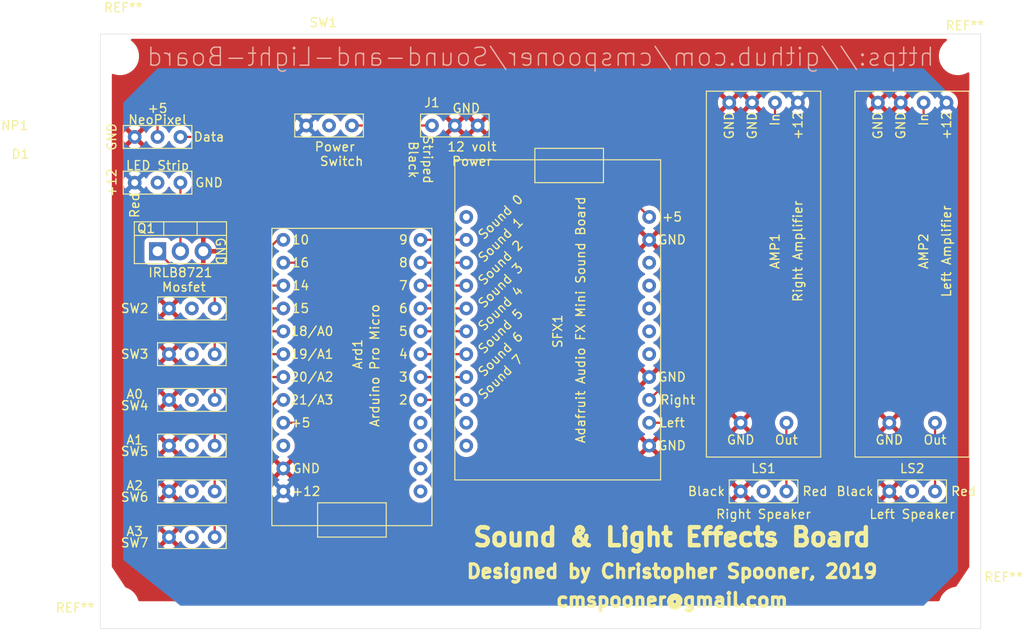
<source format=kicad_pcb>
(kicad_pcb (version 20171130) (host pcbnew "(5.1.0)-1")

  (general
    (thickness 1.6)
    (drawings 91)
    (tracks 67)
    (zones 0)
    (modules 21)
    (nets 39)
  )

  (page A4)
  (layers
    (0 F.Cu signal)
    (31 B.Cu signal)
    (32 B.Adhes user hide)
    (33 F.Adhes user hide)
    (34 B.Paste user hide)
    (35 F.Paste user hide)
    (36 B.SilkS user)
    (37 F.SilkS user)
    (38 B.Mask user)
    (39 F.Mask user)
    (40 Dwgs.User user hide)
    (41 Cmts.User user hide)
    (42 Eco1.User user hide)
    (43 Eco2.User user hide)
    (44 Edge.Cuts user)
    (45 Margin user hide)
    (46 B.CrtYd user hide)
    (47 F.CrtYd user hide)
    (48 B.Fab user hide)
    (49 F.Fab user hide)
  )

  (setup
    (last_trace_width 0.25)
    (trace_clearance 0.2)
    (zone_clearance 0.508)
    (zone_45_only no)
    (trace_min 0.2)
    (via_size 0.8)
    (via_drill 0.4)
    (via_min_size 0.4)
    (via_min_drill 0.3)
    (uvia_size 0.3)
    (uvia_drill 0.1)
    (uvias_allowed no)
    (uvia_min_size 0.2)
    (uvia_min_drill 0.1)
    (edge_width 0.05)
    (segment_width 0.2)
    (pcb_text_width 0.3)
    (pcb_text_size 1.5 1.5)
    (mod_edge_width 0.12)
    (mod_text_size 1 1)
    (mod_text_width 0.15)
    (pad_size 1.524 1.524)
    (pad_drill 0.762)
    (pad_to_mask_clearance 0.051)
    (solder_mask_min_width 0.25)
    (aux_axis_origin 0 0)
    (visible_elements 7FFFFFFF)
    (pcbplotparams
      (layerselection 0x010f0_ffffffff)
      (usegerberextensions false)
      (usegerberattributes false)
      (usegerberadvancedattributes false)
      (creategerberjobfile false)
      (excludeedgelayer true)
      (linewidth 0.100000)
      (plotframeref false)
      (viasonmask false)
      (mode 1)
      (useauxorigin false)
      (hpglpennumber 1)
      (hpglpenspeed 20)
      (hpglpendiameter 15.000000)
      (psnegative false)
      (psa4output false)
      (plotreference true)
      (plotvalue true)
      (plotinvisibletext false)
      (padsonsilk false)
      (subtractmaskfromsilk false)
      (outputformat 1)
      (mirror false)
      (drillshape 0)
      (scaleselection 1)
      (outputdirectory ""))
  )

  (net 0 "")
  (net 1 "Net-(AMP1-Pad5)")
  (net 2 GND)
  (net 3 "Net-(AMP1-Pad2)")
  (net 4 VCC)
  (net 5 "Net-(Ard1-Pad22)")
  (net 6 "Net-(Ard1-Pad14)")
  (net 7 "Net-(Ard1-Pad13)")
  (net 8 "Net-(Ard1-Pad12)")
  (net 9 "Net-(Ard1-Pad11)")
  (net 10 "Net-(Ard1-Pad10)")
  (net 11 "Net-(Ard1-Pad9)")
  (net 12 "Net-(Ard1-Pad8)")
  (net 13 "Net-(Ard1-Pad7)")
  (net 14 "Net-(Ard1-Pad6)")
  (net 15 "Net-(Ard1-Pad5)")
  (net 16 "Net-(Ard1-Pad4)")
  (net 17 "Net-(Ard1-Pad3)")
  (net 18 "Net-(Ard1-Pad2)")
  (net 19 "Net-(Ard1-Pad1)")
  (net 20 "Net-(D1-Pad1)")
  (net 21 "Net-(SFX1-Pad1)")
  (net 22 "Net-(SFX1-Pad10)")
  (net 23 "Net-(SFX1-Pad11)")
  (net 24 "Net-(SFX1-Pad16)")
  (net 25 "Net-(SFX1-Pad17)")
  (net 26 "Net-(SFX1-Pad18)")
  (net 27 "Net-(SFX1-Pad19)")
  (net 28 "Net-(SFX1-Pad20)")
  (net 29 /SW21)
  (net 30 /SW20)
  (net 31 /SW19)
  (net 32 /SW18)
  (net 33 /SW15)
  (net 34 /SW14)
  (net 35 "Net-(AMP2-Pad5)")
  (net 36 "Net-(AMP2-Pad2)")
  (net 37 /5_volt)
  (net 38 /PowerSwitch)

  (net_class Default "This is the default net class."
    (clearance 0.2)
    (trace_width 0.25)
    (via_dia 0.8)
    (via_drill 0.4)
    (uvia_dia 0.3)
    (uvia_drill 0.1)
    (add_net /5_volt)
    (add_net /PowerSwitch)
    (add_net /SW14)
    (add_net /SW15)
    (add_net /SW18)
    (add_net /SW19)
    (add_net /SW20)
    (add_net /SW21)
    (add_net GND)
    (add_net "Net-(AMP1-Pad2)")
    (add_net "Net-(AMP1-Pad5)")
    (add_net "Net-(AMP2-Pad2)")
    (add_net "Net-(AMP2-Pad5)")
    (add_net "Net-(Ard1-Pad1)")
    (add_net "Net-(Ard1-Pad10)")
    (add_net "Net-(Ard1-Pad11)")
    (add_net "Net-(Ard1-Pad12)")
    (add_net "Net-(Ard1-Pad13)")
    (add_net "Net-(Ard1-Pad14)")
    (add_net "Net-(Ard1-Pad2)")
    (add_net "Net-(Ard1-Pad22)")
    (add_net "Net-(Ard1-Pad3)")
    (add_net "Net-(Ard1-Pad4)")
    (add_net "Net-(Ard1-Pad5)")
    (add_net "Net-(Ard1-Pad6)")
    (add_net "Net-(Ard1-Pad7)")
    (add_net "Net-(Ard1-Pad8)")
    (add_net "Net-(Ard1-Pad9)")
    (add_net "Net-(D1-Pad1)")
    (add_net "Net-(SFX1-Pad1)")
    (add_net "Net-(SFX1-Pad10)")
    (add_net "Net-(SFX1-Pad11)")
    (add_net "Net-(SFX1-Pad16)")
    (add_net "Net-(SFX1-Pad17)")
    (add_net "Net-(SFX1-Pad18)")
    (add_net "Net-(SFX1-Pad19)")
    (add_net "Net-(SFX1-Pad20)")
    (add_net VCC)
  )

  (module MountingHole:MountingHole_3.2mm_M3 (layer F.Cu) (tedit 5CE45060) (tstamp 5CE385DE)
    (at 181.61 100.33)
    (descr "Mounting Hole 3.2mm, no annular, M3")
    (tags "mounting hole 3.2mm no annular m3")
    (attr virtual)
    (fp_text reference REF** (at 3.81 0.635) (layer F.SilkS)
      (effects (font (size 1 1) (thickness 0.15)))
    )
    (fp_text value MountingHole_3.2mm_M3 (at 0 4.2) (layer F.Fab)
      (effects (font (size 1 1) (thickness 0.15)))
    )
    (fp_circle (center 0 0) (end 3.45 0) (layer F.CrtYd) (width 0.05))
    (fp_circle (center 0 0) (end 3.2 0) (layer Cmts.User) (width 0.15))
    (fp_text user %R (at 0.3 0) (layer F.Fab)
      (effects (font (size 1 1) (thickness 0.15)))
    )
    (pad "" np_thru_hole circle (at -1.27 3.81) (size 3.2 3.2) (drill 3.2) (layers *.Cu *.Mask))
  )

  (module Libraries:Amplifier (layer F.Cu) (tedit 5CE2B056) (tstamp 5CE44649)
    (at 175.26 83.82 180)
    (path /5CE4808F)
    (fp_text reference AMP2 (at -1.27 19.05 270) (layer F.SilkS)
      (effects (font (size 1 1) (thickness 0.15)))
    )
    (fp_text value AmpilfierBoard (at 0 -6.35 180) (layer F.Fab)
      (effects (font (size 1 1) (thickness 0.15)))
    )
    (fp_line (start -6.35 -3.81) (end -6.35 36.83) (layer F.SilkS) (width 0.12))
    (fp_line (start 6.35 -3.81) (end -6.35 -3.81) (layer F.SilkS) (width 0.12))
    (fp_line (start 6.35 36.83) (end 6.35 -3.81) (layer F.SilkS) (width 0.12))
    (fp_line (start -6.35 36.83) (end 6.35 36.83) (layer F.SilkS) (width 0.12))
    (pad 6 thru_hole circle (at 2.54 0 180) (size 1.524 1.524) (drill 0.762) (layers *.Cu *.Mask)
      (net 2 GND))
    (pad 5 thru_hole circle (at -2.54 0 180) (size 1.524 1.524) (drill 0.762) (layers *.Cu *.Mask)
      (net 35 "Net-(AMP2-Pad5)"))
    (pad 4 thru_hole circle (at 3.81 35.56 180) (size 1.524 1.524) (drill 0.762) (layers *.Cu *.Mask)
      (net 2 GND))
    (pad 3 thru_hole circle (at 1.27 35.56 180) (size 1.524 1.524) (drill 0.762) (layers *.Cu *.Mask)
      (net 2 GND))
    (pad 2 thru_hole circle (at -1.27 35.56 180) (size 1.524 1.524) (drill 0.762) (layers *.Cu *.Mask)
      (net 36 "Net-(AMP2-Pad2)"))
    (pad 1 thru_hole circle (at -3.81 35.56 180) (size 1.524 1.524) (drill 0.762) (layers *.Cu *.Mask)
      (net 4 VCC))
  )

  (module Libraries:AdafruitAudioFXSoundBoard (layer F.Cu) (tedit 5CE2ECEA) (tstamp 5CE2F384)
    (at 135.89 60.96)
    (path /5CE31268)
    (fp_text reference SFX1 (at 0 12.7 90) (layer F.SilkS)
      (effects (font (size 1 1) (thickness 0.15)))
    )
    (fp_text value Adafruit_Audio_FX_SoundBoard (at -3.81 11.43 90) (layer F.Fab)
      (effects (font (size 1 1) (thickness 0.15)))
    )
    (fp_line (start -11.43 29.21) (end -11.43 -6.35) (layer F.SilkS) (width 0.12))
    (fp_line (start 11.43 29.21) (end -11.43 29.21) (layer F.SilkS) (width 0.12))
    (fp_line (start 11.43 -6.35) (end 11.43 29.21) (layer F.SilkS) (width 0.12))
    (fp_line (start -11.43 -6.35) (end 11.43 -6.35) (layer F.SilkS) (width 0.12))
    (pad 1 thru_hole circle (at -10.16 0) (size 1.524 1.524) (drill 0.762) (layers *.Cu *.Mask)
      (net 21 "Net-(SFX1-Pad1)"))
    (pad 2 thru_hole circle (at -10.16 2.54) (size 1.524 1.524) (drill 0.762) (layers *.Cu *.Mask)
      (net 8 "Net-(Ard1-Pad12)"))
    (pad 3 thru_hole circle (at -10.16 5.08) (size 1.524 1.524) (drill 0.762) (layers *.Cu *.Mask)
      (net 9 "Net-(Ard1-Pad11)"))
    (pad 4 thru_hole circle (at -10.16 7.62) (size 1.524 1.524) (drill 0.762) (layers *.Cu *.Mask)
      (net 10 "Net-(Ard1-Pad10)"))
    (pad 5 thru_hole circle (at -10.16 10.16) (size 1.524 1.524) (drill 0.762) (layers *.Cu *.Mask)
      (net 11 "Net-(Ard1-Pad9)"))
    (pad 6 thru_hole circle (at -10.16 12.7) (size 1.524 1.524) (drill 0.762) (layers *.Cu *.Mask)
      (net 12 "Net-(Ard1-Pad8)"))
    (pad 7 thru_hole circle (at -10.16 15.24) (size 1.524 1.524) (drill 0.762) (layers *.Cu *.Mask)
      (net 13 "Net-(Ard1-Pad7)"))
    (pad 8 thru_hole circle (at -10.16 17.78) (size 1.524 1.524) (drill 0.762) (layers *.Cu *.Mask)
      (net 14 "Net-(Ard1-Pad6)"))
    (pad 9 thru_hole circle (at -10.16 20.32) (size 1.524 1.524) (drill 0.762) (layers *.Cu *.Mask)
      (net 15 "Net-(Ard1-Pad5)"))
    (pad 10 thru_hole circle (at -10.16 22.86) (size 1.524 1.524) (drill 0.762) (layers *.Cu *.Mask)
      (net 22 "Net-(SFX1-Pad10)"))
    (pad 11 thru_hole circle (at -10.16 25.4) (size 1.524 1.524) (drill 0.762) (layers *.Cu *.Mask)
      (net 23 "Net-(SFX1-Pad11)"))
    (pad 12 thru_hole circle (at 10.16 25.4) (size 1.524 1.524) (drill 0.762) (layers *.Cu *.Mask)
      (net 2 GND))
    (pad 13 thru_hole circle (at 10.16 22.86) (size 1.524 1.524) (drill 0.762) (layers *.Cu *.Mask)
      (net 36 "Net-(AMP2-Pad2)"))
    (pad 14 thru_hole circle (at 10.16 20.32) (size 1.524 1.524) (drill 0.762) (layers *.Cu *.Mask)
      (net 3 "Net-(AMP1-Pad2)"))
    (pad 15 thru_hole circle (at 10.16 17.78) (size 1.524 1.524) (drill 0.762) (layers *.Cu *.Mask)
      (net 2 GND))
    (pad 16 thru_hole circle (at 10.16 15.24) (size 1.524 1.524) (drill 0.762) (layers *.Cu *.Mask)
      (net 24 "Net-(SFX1-Pad16)"))
    (pad 17 thru_hole circle (at 10.16 12.7) (size 1.524 1.524) (drill 0.762) (layers *.Cu *.Mask)
      (net 25 "Net-(SFX1-Pad17)"))
    (pad 18 thru_hole circle (at 10.16 10.16) (size 1.524 1.524) (drill 0.762) (layers *.Cu *.Mask)
      (net 26 "Net-(SFX1-Pad18)"))
    (pad 19 thru_hole circle (at 10.16 7.62) (size 1.524 1.524) (drill 0.762) (layers *.Cu *.Mask)
      (net 27 "Net-(SFX1-Pad19)"))
    (pad 20 thru_hole circle (at 10.16 5.08) (size 1.524 1.524) (drill 0.762) (layers *.Cu *.Mask)
      (net 28 "Net-(SFX1-Pad20)"))
    (pad 21 thru_hole circle (at 10.16 2.54) (size 1.524 1.524) (drill 0.762) (layers *.Cu *.Mask)
      (net 2 GND))
    (pad 22 thru_hole circle (at 10.16 0) (size 1.524 1.524) (drill 0.762) (layers *.Cu *.Mask)
      (net 37 /5_volt))
  )

  (module Libraries:ArduinoProMicro (layer F.Cu) (tedit 5CE2EDD4) (tstamp 5CE2F2FE)
    (at 113.03 91.44 180)
    (path /5CE3DD9E)
    (fp_text reference Ard1 (at -0.635 15.24 270) (layer F.SilkS)
      (effects (font (size 1 1) (thickness 0.15)))
    )
    (fp_text value Arduino_Pro_Micro (at -1.905 13.97 270) (layer F.Fab)
      (effects (font (size 1 1) (thickness 0.15)))
    )
    (fp_line (start -8.89 29.21) (end -8.89 -3.81) (layer F.SilkS) (width 0.12))
    (fp_line (start 8.89 29.21) (end -8.89 29.21) (layer F.SilkS) (width 0.12))
    (fp_line (start 8.89 -3.81) (end 8.89 29.21) (layer F.SilkS) (width 0.12))
    (fp_line (start -8.89 -3.81) (end 8.89 -3.81) (layer F.SilkS) (width 0.12))
    (pad 24 thru_hole circle (at 7.62 0 180) (size 1.524 1.524) (drill 0.762) (layers *.Cu *.Mask)
      (net 4 VCC))
    (pad 23 thru_hole circle (at 7.62 2.54 180) (size 1.524 1.524) (drill 0.762) (layers *.Cu *.Mask)
      (net 2 GND))
    (pad 22 thru_hole circle (at 7.62 5.08 180) (size 1.524 1.524) (drill 0.762) (layers *.Cu *.Mask)
      (net 5 "Net-(Ard1-Pad22)"))
    (pad 21 thru_hole circle (at 7.62 7.62 180) (size 1.524 1.524) (drill 0.762) (layers *.Cu *.Mask)
      (net 37 /5_volt))
    (pad 20 thru_hole circle (at 7.62 10.16 180) (size 1.524 1.524) (drill 0.762) (layers *.Cu *.Mask)
      (net 29 /SW21))
    (pad 19 thru_hole circle (at 7.62 12.7 180) (size 1.524 1.524) (drill 0.762) (layers *.Cu *.Mask)
      (net 30 /SW20))
    (pad 18 thru_hole circle (at 7.62 15.24 180) (size 1.524 1.524) (drill 0.762) (layers *.Cu *.Mask)
      (net 31 /SW19))
    (pad 17 thru_hole circle (at 7.62 17.78 180) (size 1.524 1.524) (drill 0.762) (layers *.Cu *.Mask)
      (net 32 /SW18))
    (pad 16 thru_hole circle (at 7.62 20.32 180) (size 1.524 1.524) (drill 0.762) (layers *.Cu *.Mask)
      (net 33 /SW15))
    (pad 15 thru_hole circle (at 7.62 22.86 180) (size 1.524 1.524) (drill 0.762) (layers *.Cu *.Mask)
      (net 34 /SW14))
    (pad 14 thru_hole circle (at 7.62 25.4 180) (size 1.524 1.524) (drill 0.762) (layers *.Cu *.Mask)
      (net 6 "Net-(Ard1-Pad14)"))
    (pad 13 thru_hole circle (at 7.62 27.94 180) (size 1.524 1.524) (drill 0.762) (layers *.Cu *.Mask)
      (net 7 "Net-(Ard1-Pad13)"))
    (pad 12 thru_hole circle (at -7.62 27.94 180) (size 1.524 1.524) (drill 0.762) (layers *.Cu *.Mask)
      (net 8 "Net-(Ard1-Pad12)"))
    (pad 11 thru_hole circle (at -7.62 25.4 180) (size 1.524 1.524) (drill 0.762) (layers *.Cu *.Mask)
      (net 9 "Net-(Ard1-Pad11)"))
    (pad 10 thru_hole circle (at -7.62 22.86 180) (size 1.524 1.524) (drill 0.762) (layers *.Cu *.Mask)
      (net 10 "Net-(Ard1-Pad10)"))
    (pad 9 thru_hole circle (at -7.62 20.32 180) (size 1.524 1.524) (drill 0.762) (layers *.Cu *.Mask)
      (net 11 "Net-(Ard1-Pad9)"))
    (pad 8 thru_hole circle (at -7.62 17.78 180) (size 1.524 1.524) (drill 0.762) (layers *.Cu *.Mask)
      (net 12 "Net-(Ard1-Pad8)"))
    (pad 7 thru_hole circle (at -7.62 15.24 180) (size 1.524 1.524) (drill 0.762) (layers *.Cu *.Mask)
      (net 13 "Net-(Ard1-Pad7)"))
    (pad 6 thru_hole circle (at -7.62 12.7 180) (size 1.524 1.524) (drill 0.762) (layers *.Cu *.Mask)
      (net 14 "Net-(Ard1-Pad6)"))
    (pad 5 thru_hole circle (at -7.62 10.16 180) (size 1.524 1.524) (drill 0.762) (layers *.Cu *.Mask)
      (net 15 "Net-(Ard1-Pad5)"))
    (pad 4 thru_hole circle (at -7.62 7.62 180) (size 1.524 1.524) (drill 0.762) (layers *.Cu *.Mask)
      (net 16 "Net-(Ard1-Pad4)"))
    (pad 3 thru_hole circle (at -7.62 5.08 180) (size 1.524 1.524) (drill 0.762) (layers *.Cu *.Mask)
      (net 17 "Net-(Ard1-Pad3)"))
    (pad 2 thru_hole circle (at -7.62 2.54 180) (size 1.524 1.524) (drill 0.762) (layers *.Cu *.Mask)
      (net 18 "Net-(Ard1-Pad2)"))
    (pad 1 thru_hole circle (at -7.62 0 180) (size 1.524 1.524) (drill 0.762) (layers *.Cu *.Mask)
      (net 19 "Net-(Ard1-Pad1)"))
  )

  (module MountingHole:MountingHole_3.2mm_M3 (layer F.Cu) (tedit 5CE4504D) (tstamp 5CE385FB)
    (at 181.115 43.9)
    (descr "Mounting Hole 3.2mm, no annular, M3")
    (tags "mounting hole 3.2mm no annular m3")
    (attr virtual)
    (fp_text reference REF** (at 0 -4.2) (layer F.SilkS)
      (effects (font (size 1 1) (thickness 0.15)))
    )
    (fp_text value MountingHole_3.2mm_M3 (at 0 4.2) (layer F.Fab)
      (effects (font (size 1 1) (thickness 0.15)))
    )
    (fp_circle (center 0 0) (end 3.45 0) (layer F.CrtYd) (width 0.05))
    (fp_circle (center 0 0) (end 3.2 0) (layer Cmts.User) (width 0.15))
    (fp_text user %R (at 0.3 0) (layer F.Fab)
      (effects (font (size 1 1) (thickness 0.15)))
    )
    (pad "" np_thru_hole circle (at -0.775 -0.805) (size 3.2 3.2) (drill 3.2) (layers *.Cu *.Mask))
  )

  (module Libraries:Amplifier (layer F.Cu) (tedit 5CE2B056) (tstamp 5CE3823D)
    (at 158.75 83.82 180)
    (path /5CE34207)
    (fp_text reference AMP1 (at -1.27 19.05 270) (layer F.SilkS)
      (effects (font (size 1 1) (thickness 0.15)))
    )
    (fp_text value AmpilfierBoard (at -3.81 17.78 270) (layer F.Fab)
      (effects (font (size 1 1) (thickness 0.15)))
    )
    (fp_line (start -6.35 -3.81) (end -6.35 36.83) (layer F.SilkS) (width 0.12))
    (fp_line (start 6.35 -3.81) (end -6.35 -3.81) (layer F.SilkS) (width 0.12))
    (fp_line (start 6.35 36.83) (end 6.35 -3.81) (layer F.SilkS) (width 0.12))
    (fp_line (start -6.35 36.83) (end 6.35 36.83) (layer F.SilkS) (width 0.12))
    (pad 6 thru_hole circle (at 2.54 0 180) (size 1.524 1.524) (drill 0.762) (layers *.Cu *.Mask)
      (net 2 GND))
    (pad 5 thru_hole circle (at -2.54 0 180) (size 1.524 1.524) (drill 0.762) (layers *.Cu *.Mask)
      (net 1 "Net-(AMP1-Pad5)"))
    (pad 4 thru_hole circle (at 3.81 35.56 180) (size 1.524 1.524) (drill 0.762) (layers *.Cu *.Mask)
      (net 2 GND))
    (pad 3 thru_hole circle (at 1.27 35.56 180) (size 1.524 1.524) (drill 0.762) (layers *.Cu *.Mask)
      (net 2 GND))
    (pad 2 thru_hole circle (at -1.27 35.56 180) (size 1.524 1.524) (drill 0.762) (layers *.Cu *.Mask)
      (net 3 "Net-(AMP1-Pad2)"))
    (pad 1 thru_hole circle (at -3.81 35.56 180) (size 1.524 1.524) (drill 0.762) (layers *.Cu *.Mask)
      (net 4 VCC))
  )

  (module Libraries:LED_CONNECTOR (layer F.Cu) (tedit 5CE2EEF9) (tstamp 5CE446D4)
    (at 175.26 91.44 180)
    (path /5CE48089)
    (fp_text reference LS2 (at 0 2.54 180) (layer F.SilkS)
      (effects (font (size 1 1) (thickness 0.15)))
    )
    (fp_text value Speaker (at 0 -5.08 180) (layer F.Fab)
      (effects (font (size 1 1) (thickness 0.15)))
    )
    (fp_line (start -3.81 1.27) (end -3.81 -1.27) (layer F.SilkS) (width 0.12))
    (fp_line (start 3.81 1.27) (end -3.81 1.27) (layer F.SilkS) (width 0.12))
    (fp_line (start 3.81 -1.27) (end 3.81 1.27) (layer F.SilkS) (width 0.12))
    (fp_line (start -3.81 -1.27) (end 3.81 -1.27) (layer F.SilkS) (width 0.12))
    (pad 3 thru_hole circle (at 0 0 180) (size 1.524 1.524) (drill 0.762) (layers *.Cu *.Mask))
    (pad 2 thru_hole circle (at 2.54 0 180) (size 1.524 1.524) (drill 0.762) (layers *.Cu *.Mask)
      (net 2 GND))
    (pad 1 thru_hole circle (at -2.54 0 180) (size 1.524 1.524) (drill 0.762) (layers *.Cu *.Mask)
      (net 35 "Net-(AMP2-Pad5)"))
  )

  (module MountingHole:MountingHole_3.2mm_M3 (layer F.Cu) (tedit 5CE4505A) (tstamp 5CE385C1)
    (at 87.99 103.74)
    (descr "Mounting Hole 3.2mm, no annular, M3")
    (tags "mounting hole 3.2mm no annular m3")
    (attr virtual)
    (fp_text reference REF** (at -5.715 0.635) (layer F.SilkS)
      (effects (font (size 1 1) (thickness 0.15)))
    )
    (fp_text value MountingHole_3.2mm_M3 (at 0 4.2) (layer F.Fab)
      (effects (font (size 1 1) (thickness 0.15)))
    )
    (fp_circle (center 0 0) (end 3.45 0) (layer F.CrtYd) (width 0.05))
    (fp_circle (center 0 0) (end 3.2 0) (layer Cmts.User) (width 0.15))
    (fp_text user %R (at 0.3 0) (layer F.Fab)
      (effects (font (size 1 1) (thickness 0.15)))
    )
    (pad "" np_thru_hole circle (at -0.72 0.4) (size 3.2 3.2) (drill 3.2) (layers *.Cu *.Mask))
  )

  (module MountingHole:MountingHole_3.2mm_M3 (layer F.Cu) (tedit 5CE45031) (tstamp 5CE385A4)
    (at 87.63 41.91)
    (descr "Mounting Hole 3.2mm, no annular, M3")
    (tags "mounting hole 3.2mm no annular m3")
    (attr virtual)
    (fp_text reference REF** (at 0 -4.2) (layer F.SilkS)
      (effects (font (size 1 1) (thickness 0.15)))
    )
    (fp_text value MountingHole_3.2mm_M3 (at 0 4.2) (layer F.Fab)
      (effects (font (size 1 1) (thickness 0.15)))
    )
    (fp_circle (center 0 0) (end 3.45 0) (layer F.CrtYd) (width 0.05))
    (fp_circle (center 0 0) (end 3.2 0) (layer Cmts.User) (width 0.15))
    (fp_text user %R (at 0.3 0) (layer F.Fab)
      (effects (font (size 1 1) (thickness 0.15)))
    )
    (pad "" np_thru_hole circle (at -0.36 1.185) (size 3.2 3.2) (drill 3.2) (layers *.Cu *.Mask))
  )

  (module Libraries:NeoPixel_CONNECTOR (layer F.Cu) (tedit 5CE30C94) (tstamp 5CE36D4E)
    (at 91.44 52.07)
    (path /5CE31806)
    (fp_text reference NP1 (at -15.875 -1.27) (layer F.SilkS)
      (effects (font (size 1 1) (thickness 0.15)))
    )
    (fp_text value NeoPixel_Jewel7 (at 0 -5.08) (layer F.Fab)
      (effects (font (size 1 1) (thickness 0.15)))
    )
    (fp_line (start -3.81 1.27) (end -3.81 -1.27) (layer F.SilkS) (width 0.12))
    (fp_line (start 3.81 1.27) (end -3.81 1.27) (layer F.SilkS) (width 0.12))
    (fp_line (start 3.81 -1.27) (end 3.81 1.27) (layer F.SilkS) (width 0.12))
    (fp_line (start -3.81 -1.27) (end 3.81 -1.27) (layer F.SilkS) (width 0.12))
    (pad 4 thru_hole circle (at 0 0) (size 1.524 1.524) (drill 0.762) (layers *.Cu *.Mask)
      (net 37 /5_volt))
    (pad 5 thru_hole circle (at 2.54 0) (size 1.524 1.524) (drill 0.762) (layers *.Cu *.Mask)
      (net 6 "Net-(Ard1-Pad14)"))
    (pad 3 thru_hole circle (at -2.54 0) (size 1.524 1.524) (drill 0.762) (layers *.Cu *.Mask)
      (net 2 GND))
  )

  (module Package_TO_SOT_THT:TO-220-3_Vertical (layer F.Cu) (tedit 5AC8BA0D) (tstamp 5CE2F366)
    (at 91.44 64.77)
    (descr "TO-220-3, Vertical, RM 2.54mm, see https://www.vishay.com/docs/66542/to-220-1.pdf")
    (tags "TO-220-3 Vertical RM 2.54mm")
    (path /5CE399E4)
    (fp_text reference Q1 (at -1.27 -2.54) (layer F.SilkS)
      (effects (font (size 1 1) (thickness 0.15)))
    )
    (fp_text value IRLB8721PBF (at 2.54 2.5) (layer F.Fab)
      (effects (font (size 1 1) (thickness 0.15)))
    )
    (fp_text user %R (at 2.54 -4.27) (layer F.Fab)
      (effects (font (size 1 1) (thickness 0.15)))
    )
    (fp_line (start 7.79 -3.4) (end -2.71 -3.4) (layer F.CrtYd) (width 0.05))
    (fp_line (start 7.79 1.51) (end 7.79 -3.4) (layer F.CrtYd) (width 0.05))
    (fp_line (start -2.71 1.51) (end 7.79 1.51) (layer F.CrtYd) (width 0.05))
    (fp_line (start -2.71 -3.4) (end -2.71 1.51) (layer F.CrtYd) (width 0.05))
    (fp_line (start 4.391 -3.27) (end 4.391 -1.76) (layer F.SilkS) (width 0.12))
    (fp_line (start 0.69 -3.27) (end 0.69 -1.76) (layer F.SilkS) (width 0.12))
    (fp_line (start -2.58 -1.76) (end 7.66 -1.76) (layer F.SilkS) (width 0.12))
    (fp_line (start 7.66 -3.27) (end 7.66 1.371) (layer F.SilkS) (width 0.12))
    (fp_line (start -2.58 -3.27) (end -2.58 1.371) (layer F.SilkS) (width 0.12))
    (fp_line (start -2.58 1.371) (end 7.66 1.371) (layer F.SilkS) (width 0.12))
    (fp_line (start -2.58 -3.27) (end 7.66 -3.27) (layer F.SilkS) (width 0.12))
    (fp_line (start 4.39 -3.15) (end 4.39 -1.88) (layer F.Fab) (width 0.1))
    (fp_line (start 0.69 -3.15) (end 0.69 -1.88) (layer F.Fab) (width 0.1))
    (fp_line (start -2.46 -1.88) (end 7.54 -1.88) (layer F.Fab) (width 0.1))
    (fp_line (start 7.54 -3.15) (end -2.46 -3.15) (layer F.Fab) (width 0.1))
    (fp_line (start 7.54 1.25) (end 7.54 -3.15) (layer F.Fab) (width 0.1))
    (fp_line (start -2.46 1.25) (end 7.54 1.25) (layer F.Fab) (width 0.1))
    (fp_line (start -2.46 -3.15) (end -2.46 1.25) (layer F.Fab) (width 0.1))
    (pad 3 thru_hole oval (at 5.08 0) (size 1.905 2) (drill 1.1) (layers *.Cu *.Mask)
      (net 2 GND))
    (pad 2 thru_hole oval (at 2.54 0) (size 1.905 2) (drill 1.1) (layers *.Cu *.Mask)
      (net 20 "Net-(D1-Pad1)"))
    (pad 1 thru_hole rect (at 0 0) (size 1.905 2) (drill 1.1) (layers *.Cu *.Mask)
      (net 7 "Net-(Ard1-Pad13)"))
    (model ${KISYS3DMOD}/Package_TO_SOT_THT.3dshapes/TO-220-3_Vertical.wrl
      (at (xyz 0 0 0))
      (scale (xyz 1 1 1))
      (rotate (xyz 0 0 0))
    )
  )

  (module Libraries:LED_CONNECTOR (layer F.Cu) (tedit 5CE2EEF9) (tstamp 5CE37B03)
    (at 110.49 50.8)
    (path /5CEB4794)
    (fp_text reference SW1 (at -0.635 -11.43) (layer F.SilkS)
      (effects (font (size 1 1) (thickness 0.15)))
    )
    (fp_text value SW_DIP_x01 (at 0 -5.08) (layer F.Fab)
      (effects (font (size 1 1) (thickness 0.15)))
    )
    (fp_line (start -3.81 1.27) (end -3.81 -1.27) (layer F.SilkS) (width 0.12))
    (fp_line (start 3.81 1.27) (end -3.81 1.27) (layer F.SilkS) (width 0.12))
    (fp_line (start 3.81 -1.27) (end 3.81 1.27) (layer F.SilkS) (width 0.12))
    (fp_line (start -3.81 -1.27) (end 3.81 -1.27) (layer F.SilkS) (width 0.12))
    (pad 3 thru_hole circle (at 0 0) (size 1.524 1.524) (drill 0.762) (layers *.Cu *.Mask))
    (pad 2 thru_hole circle (at 2.54 0) (size 1.524 1.524) (drill 0.762) (layers *.Cu *.Mask)
      (net 38 /PowerSwitch))
    (pad 1 thru_hole circle (at -2.54 0) (size 1.524 1.524) (drill 0.762) (layers *.Cu *.Mask)
      (net 4 VCC))
  )

  (module Libraries:LED_CONNECTOR (layer F.Cu) (tedit 5CE5C7DA) (tstamp 5CE2F318)
    (at 91.44 57.15 180)
    (path /5CE3B2D3)
    (fp_text reference D1 (at 15.24 3.175 180) (layer F.SilkS)
      (effects (font (size 1 1) (thickness 0.15)))
    )
    (fp_text value LED (at -1.27 -2.54 180) (layer F.Fab)
      (effects (font (size 1 1) (thickness 0.15)))
    )
    (fp_line (start -3.81 1.27) (end -3.81 -1.27) (layer F.SilkS) (width 0.12))
    (fp_line (start 3.81 1.27) (end -3.81 1.27) (layer F.SilkS) (width 0.12))
    (fp_line (start 3.81 -1.27) (end 3.81 1.27) (layer F.SilkS) (width 0.12))
    (fp_line (start -3.81 -1.27) (end 3.81 -1.27) (layer F.SilkS) (width 0.12))
    (fp_text user %R (at 2.54 -17.145 180) (layer F.Fab)
      (effects (font (size 1 1) (thickness 0.15)))
    )
    (pad 3 thru_hole circle (at 0 0 180) (size 1.524 1.524) (drill 0.762) (layers *.Cu *.Mask))
    (pad 2 thru_hole circle (at 2.54 0 180) (size 1.524 1.524) (drill 0.762) (layers *.Cu *.Mask)
      (net 4 VCC))
    (pad 1 thru_hole circle (at -2.54 0 180) (size 1.524 1.524) (drill 0.762) (layers *.Cu *.Mask)
      (net 20 "Net-(D1-Pad1)"))
  )

  (module Libraries:LED_CONNECTOR (layer F.Cu) (tedit 5CE2EEF9) (tstamp 5CE3724B)
    (at 95.25 96.52 180)
    (path /5CE84902)
    (fp_text reference SW7 (at 6.35 -0.635 180) (layer F.SilkS)
      (effects (font (size 1 1) (thickness 0.15)))
    )
    (fp_text value SW_DIP_x01 (at 0 -5.08 180) (layer F.Fab)
      (effects (font (size 1 1) (thickness 0.15)))
    )
    (fp_line (start -3.81 1.27) (end -3.81 -1.27) (layer F.SilkS) (width 0.12))
    (fp_line (start 3.81 1.27) (end -3.81 1.27) (layer F.SilkS) (width 0.12))
    (fp_line (start 3.81 -1.27) (end 3.81 1.27) (layer F.SilkS) (width 0.12))
    (fp_line (start -3.81 -1.27) (end 3.81 -1.27) (layer F.SilkS) (width 0.12))
    (pad 3 thru_hole circle (at 0 0 180) (size 1.524 1.524) (drill 0.762) (layers *.Cu *.Mask))
    (pad 2 thru_hole circle (at 2.54 0 180) (size 1.524 1.524) (drill 0.762) (layers *.Cu *.Mask)
      (net 2 GND))
    (pad 1 thru_hole circle (at -2.54 0 180) (size 1.524 1.524) (drill 0.762) (layers *.Cu *.Mask)
      (net 29 /SW21))
  )

  (module Libraries:LED_CONNECTOR (layer F.Cu) (tedit 5CE2EEF9) (tstamp 5CE5E3E4)
    (at 95.25 91.44 180)
    (path /5CE844C3)
    (fp_text reference SW6 (at 6.35 -0.635 180) (layer F.SilkS)
      (effects (font (size 1 1) (thickness 0.15)))
    )
    (fp_text value SW_DIP_x01 (at 0 -5.08 180) (layer F.Fab)
      (effects (font (size 1 1) (thickness 0.15)))
    )
    (fp_line (start -3.81 1.27) (end -3.81 -1.27) (layer F.SilkS) (width 0.12))
    (fp_line (start 3.81 1.27) (end -3.81 1.27) (layer F.SilkS) (width 0.12))
    (fp_line (start 3.81 -1.27) (end 3.81 1.27) (layer F.SilkS) (width 0.12))
    (fp_line (start -3.81 -1.27) (end 3.81 -1.27) (layer F.SilkS) (width 0.12))
    (pad 3 thru_hole circle (at 0 0 180) (size 1.524 1.524) (drill 0.762) (layers *.Cu *.Mask))
    (pad 2 thru_hole circle (at 2.54 0 180) (size 1.524 1.524) (drill 0.762) (layers *.Cu *.Mask)
      (net 2 GND))
    (pad 1 thru_hole circle (at -2.54 0 180) (size 1.524 1.524) (drill 0.762) (layers *.Cu *.Mask)
      (net 30 /SW20))
  )

  (module Libraries:LED_CONNECTOR (layer F.Cu) (tedit 5CE2EEF9) (tstamp 5CE3180C)
    (at 95.25 86.36 180)
    (path /5CE840AB)
    (fp_text reference SW5 (at 6.35 -0.635 180) (layer F.SilkS)
      (effects (font (size 1 1) (thickness 0.15)))
    )
    (fp_text value SW_DIP_x01 (at 0 -5.08 180) (layer F.Fab)
      (effects (font (size 1 1) (thickness 0.15)))
    )
    (fp_line (start -3.81 1.27) (end -3.81 -1.27) (layer F.SilkS) (width 0.12))
    (fp_line (start 3.81 1.27) (end -3.81 1.27) (layer F.SilkS) (width 0.12))
    (fp_line (start 3.81 -1.27) (end 3.81 1.27) (layer F.SilkS) (width 0.12))
    (fp_line (start -3.81 -1.27) (end 3.81 -1.27) (layer F.SilkS) (width 0.12))
    (pad 3 thru_hole circle (at 0 0 180) (size 1.524 1.524) (drill 0.762) (layers *.Cu *.Mask))
    (pad 2 thru_hole circle (at 2.54 0 180) (size 1.524 1.524) (drill 0.762) (layers *.Cu *.Mask)
      (net 2 GND))
    (pad 1 thru_hole circle (at -2.54 0 180) (size 1.524 1.524) (drill 0.762) (layers *.Cu *.Mask)
      (net 31 /SW19))
  )

  (module Libraries:LED_CONNECTOR (layer F.Cu) (tedit 5CE2EEF9) (tstamp 5CE31801)
    (at 95.25 81.28 180)
    (path /5CE83BA7)
    (fp_text reference SW4 (at 6.35 -0.635 180) (layer F.SilkS)
      (effects (font (size 1 1) (thickness 0.15)))
    )
    (fp_text value SW_DIP_x01 (at 0 -5.08 180) (layer F.Fab)
      (effects (font (size 1 1) (thickness 0.15)))
    )
    (fp_line (start -3.81 1.27) (end -3.81 -1.27) (layer F.SilkS) (width 0.12))
    (fp_line (start 3.81 1.27) (end -3.81 1.27) (layer F.SilkS) (width 0.12))
    (fp_line (start 3.81 -1.27) (end 3.81 1.27) (layer F.SilkS) (width 0.12))
    (fp_line (start -3.81 -1.27) (end 3.81 -1.27) (layer F.SilkS) (width 0.12))
    (pad 3 thru_hole circle (at 0 0 180) (size 1.524 1.524) (drill 0.762) (layers *.Cu *.Mask))
    (pad 2 thru_hole circle (at 2.54 0 180) (size 1.524 1.524) (drill 0.762) (layers *.Cu *.Mask)
      (net 2 GND))
    (pad 1 thru_hole circle (at -2.54 0 180) (size 1.524 1.524) (drill 0.762) (layers *.Cu *.Mask)
      (net 32 /SW18))
  )

  (module Libraries:LED_CONNECTOR (layer F.Cu) (tedit 5CE2EEF9) (tstamp 5CE317F6)
    (at 95.25 76.2 180)
    (path /5CE83660)
    (fp_text reference SW3 (at 6.35 0 180) (layer F.SilkS)
      (effects (font (size 1 1) (thickness 0.15)))
    )
    (fp_text value SW_DIP_x01 (at 0 -5.08 180) (layer F.Fab)
      (effects (font (size 1 1) (thickness 0.15)))
    )
    (fp_line (start -3.81 1.27) (end -3.81 -1.27) (layer F.SilkS) (width 0.12))
    (fp_line (start 3.81 1.27) (end -3.81 1.27) (layer F.SilkS) (width 0.12))
    (fp_line (start 3.81 -1.27) (end 3.81 1.27) (layer F.SilkS) (width 0.12))
    (fp_line (start -3.81 -1.27) (end 3.81 -1.27) (layer F.SilkS) (width 0.12))
    (pad 3 thru_hole circle (at 0 0 180) (size 1.524 1.524) (drill 0.762) (layers *.Cu *.Mask))
    (pad 2 thru_hole circle (at 2.54 0 180) (size 1.524 1.524) (drill 0.762) (layers *.Cu *.Mask)
      (net 2 GND))
    (pad 1 thru_hole circle (at -2.54 0 180) (size 1.524 1.524) (drill 0.762) (layers *.Cu *.Mask)
      (net 33 /SW15))
  )

  (module Libraries:LED_CONNECTOR (layer F.Cu) (tedit 5CE2EEF9) (tstamp 5CE317EB)
    (at 95.25 71.12 180)
    (path /5CE7F3A2)
    (fp_text reference SW2 (at 6.35 0 180) (layer F.SilkS)
      (effects (font (size 1 1) (thickness 0.15)))
    )
    (fp_text value SW_DIP_x01 (at 0 -5.08 180) (layer F.Fab)
      (effects (font (size 1 1) (thickness 0.15)))
    )
    (fp_line (start -3.81 1.27) (end -3.81 -1.27) (layer F.SilkS) (width 0.12))
    (fp_line (start 3.81 1.27) (end -3.81 1.27) (layer F.SilkS) (width 0.12))
    (fp_line (start 3.81 -1.27) (end 3.81 1.27) (layer F.SilkS) (width 0.12))
    (fp_line (start -3.81 -1.27) (end 3.81 -1.27) (layer F.SilkS) (width 0.12))
    (pad 3 thru_hole circle (at 0 0 180) (size 1.524 1.524) (drill 0.762) (layers *.Cu *.Mask))
    (pad 2 thru_hole circle (at 2.54 0 180) (size 1.524 1.524) (drill 0.762) (layers *.Cu *.Mask)
      (net 2 GND))
    (pad 1 thru_hole circle (at -2.54 0 180) (size 1.524 1.524) (drill 0.762) (layers *.Cu *.Mask)
      (net 34 /SW14))
  )

  (module Libraries:LED_CONNECTOR (layer F.Cu) (tedit 5CE2EEF9) (tstamp 5CE2F332)
    (at 124.46 50.8)
    (path /5CE29A93)
    (fp_text reference J1 (at -2.54 -2.54) (layer F.SilkS)
      (effects (font (size 1 1) (thickness 0.15)))
    )
    (fp_text value Conn_01x03_Female (at 5.08 3.81) (layer F.Fab)
      (effects (font (size 1 1) (thickness 0.15)))
    )
    (fp_line (start -3.81 1.27) (end -3.81 -1.27) (layer F.SilkS) (width 0.12))
    (fp_line (start 3.81 1.27) (end -3.81 1.27) (layer F.SilkS) (width 0.12))
    (fp_line (start 3.81 -1.27) (end 3.81 1.27) (layer F.SilkS) (width 0.12))
    (fp_line (start -3.81 -1.27) (end 3.81 -1.27) (layer F.SilkS) (width 0.12))
    (fp_text user %R (at 2.45 1.8) (layer F.Fab)
      (effects (font (size 1 1) (thickness 0.15)))
    )
    (pad 3 thru_hole circle (at 0 0) (size 1.524 1.524) (drill 0.762) (layers *.Cu *.Mask)
      (net 2 GND))
    (pad 2 thru_hole circle (at 2.54 0) (size 1.524 1.524) (drill 0.762) (layers *.Cu *.Mask)
      (net 2 GND))
    (pad 1 thru_hole circle (at -2.54 0) (size 1.524 1.524) (drill 0.762) (layers *.Cu *.Mask)
      (net 38 /PowerSwitch))
  )

  (module Libraries:LED_CONNECTOR (layer F.Cu) (tedit 5CE2EEF9) (tstamp 5CE2F34C)
    (at 158.75 91.44 180)
    (path /5CE37A55)
    (fp_text reference LS1 (at 0 2.54 180) (layer F.SilkS)
      (effects (font (size 1 1) (thickness 0.15)))
    )
    (fp_text value Speaker (at 2.55 4.5 180) (layer F.Fab)
      (effects (font (size 1 1) (thickness 0.15)))
    )
    (fp_line (start -3.81 1.27) (end -3.81 -1.27) (layer F.SilkS) (width 0.12))
    (fp_line (start 3.81 1.27) (end -3.81 1.27) (layer F.SilkS) (width 0.12))
    (fp_line (start 3.81 -1.27) (end 3.81 1.27) (layer F.SilkS) (width 0.12))
    (fp_line (start -3.81 -1.27) (end 3.81 -1.27) (layer F.SilkS) (width 0.12))
    (fp_text user %R (at 2.45 1.8 180) (layer F.Fab)
      (effects (font (size 1 1) (thickness 0.15)))
    )
    (pad 3 thru_hole circle (at 0 0 180) (size 1.524 1.524) (drill 0.762) (layers *.Cu *.Mask))
    (pad 2 thru_hole circle (at 2.54 0 180) (size 1.524 1.524) (drill 0.762) (layers *.Cu *.Mask)
      (net 2 GND))
    (pad 1 thru_hole circle (at -2.54 0 180) (size 1.524 1.524) (drill 0.762) (layers *.Cu *.Mask)
      (net 1 "Net-(AMP1-Pad5)"))
  )

  (gr_text https://github.com/cmspooner/Sound-and-Light-Board (at 133.985 43.18) (layer B.SilkS)
    (effects (font (size 2 2) (thickness 0.15)) (justify mirror))
  )
  (gr_text cmspooner@gmail.com (at 148.59 103.505) (layer F.SilkS) (tstamp 5CE5ECE3)
    (effects (font (size 1.5 1.5) (thickness 0.375)))
  )
  (gr_text 21/A3 (at 108.585 81.28) (layer F.SilkS)
    (effects (font (size 1 1) (thickness 0.15)))
  )
  (gr_text 20/A2 (at 108.585 78.74) (layer F.SilkS)
    (effects (font (size 1 1) (thickness 0.15)))
  )
  (gr_text 19/A1 (at 108.585 76.2) (layer F.SilkS)
    (effects (font (size 1 1) (thickness 0.15)))
  )
  (gr_text 18/A0 (at 108.585 73.66) (layer F.SilkS)
    (effects (font (size 1 1) (thickness 0.15)))
  )
  (gr_text 15 (at 107.315 71.12) (layer F.SilkS)
    (effects (font (size 1 1) (thickness 0.15)))
  )
  (gr_text 14 (at 107.315 68.58) (layer F.SilkS)
    (effects (font (size 1 1) (thickness 0.15)))
  )
  (gr_text 16 (at 107.315 66.04) (layer F.SilkS)
    (effects (font (size 1 1) (thickness 0.15)))
  )
  (gr_text 10 (at 107.315 63.5) (layer F.SilkS)
    (effects (font (size 1 1) (thickness 0.15)))
  )
  (gr_text 2 (at 118.745 81.28) (layer F.SilkS)
    (effects (font (size 1 1) (thickness 0.15)))
  )
  (gr_text 3 (at 118.745 78.74) (layer F.SilkS)
    (effects (font (size 1 1) (thickness 0.15)))
  )
  (gr_text 4 (at 118.745 76.2) (layer F.SilkS)
    (effects (font (size 1 1) (thickness 0.15)))
  )
  (gr_text 5 (at 118.745 73.66) (layer F.SilkS)
    (effects (font (size 1 1) (thickness 0.15)))
  )
  (gr_text 6 (at 118.745 71.12) (layer F.SilkS)
    (effects (font (size 1 1) (thickness 0.15)))
  )
  (gr_text 7 (at 118.745 68.58) (layer F.SilkS)
    (effects (font (size 1 1) (thickness 0.15)))
  )
  (gr_text 8 (at 118.745 66.04) (layer F.SilkS)
    (effects (font (size 1 1) (thickness 0.15)))
  )
  (gr_text 9 (at 118.745 63.5) (layer F.SilkS)
    (effects (font (size 1 1) (thickness 0.15)))
  )
  (gr_text Out (at 177.8 85.725) (layer F.SilkS) (tstamp 5CE5E7E8)
    (effects (font (size 1 1) (thickness 0.15)))
  )
  (gr_text GND (at 172.72 85.725) (layer F.SilkS) (tstamp 5CE5E7E7)
    (effects (font (size 1 1) (thickness 0.15)))
  )
  (gr_text "Left Speaker\n" (at 175.26 93.98) (layer F.SilkS) (tstamp 5CE5E7D3)
    (effects (font (size 1 1) (thickness 0.15)))
  )
  (gr_text "Sound 7" (at 129.54 78.74 45) (layer F.SilkS) (tstamp 5CE5E44C)
    (effects (font (size 1 1) (thickness 0.15)))
  )
  (gr_text "Sound 6" (at 129.54 76.2 45) (layer F.SilkS) (tstamp 5CE5E44C)
    (effects (font (size 1 1) (thickness 0.15)))
  )
  (gr_text "Sound 5" (at 129.54 73.66 45) (layer F.SilkS) (tstamp 5CE5E44C)
    (effects (font (size 1 1) (thickness 0.15)))
  )
  (gr_text "Sound 4" (at 129.54 71.12 45) (layer F.SilkS) (tstamp 5CE5E44C)
    (effects (font (size 1 1) (thickness 0.15)))
  )
  (gr_text "Sound 3" (at 129.54 68.58 45) (layer F.SilkS) (tstamp 5CE5E44C)
    (effects (font (size 1 1) (thickness 0.15)))
  )
  (gr_text "Sound 2" (at 129.54 66.04 45) (layer F.SilkS) (tstamp 5CE5E44C)
    (effects (font (size 1 1) (thickness 0.15)))
  )
  (gr_text "Sound 1" (at 129.54 63.5 45) (layer F.SilkS) (tstamp 5CE5E44C)
    (effects (font (size 1 1) (thickness 0.15)))
  )
  (gr_text "Sound 0" (at 129.54 60.96 45) (layer F.SilkS)
    (effects (font (size 1 1) (thickness 0.15)))
  )
  (gr_text A0 (at 88.9 80.645) (layer F.SilkS)
    (effects (font (size 1 1) (thickness 0.15)))
  )
  (gr_text A1 (at 88.9 85.725) (layer F.SilkS)
    (effects (font (size 1 1) (thickness 0.15)))
  )
  (gr_text A2 (at 88.9 90.805) (layer F.SilkS)
    (effects (font (size 1 1) (thickness 0.15)))
  )
  (gr_text A3 (at 88.9 95.885) (layer F.SilkS)
    (effects (font (size 1 1) (thickness 0.15)))
  )
  (gr_line (start 140.97 57.15) (end 140.97 53.34) (layer F.SilkS) (width 0.12) (tstamp 5CE464C0))
  (gr_line (start 133.35 57.15) (end 140.97 57.15) (layer F.SilkS) (width 0.12))
  (gr_line (start 133.35 53.34) (end 133.35 57.15) (layer F.SilkS) (width 0.12))
  (gr_line (start 133.35 53.34) (end 140.97 53.34) (layer F.SilkS) (width 0.12) (tstamp 5CE464BE))
  (gr_line (start 109.22 96.52) (end 109.22 95.25) (layer F.SilkS) (width 0.12) (tstamp 5CE4640F))
  (gr_line (start 116.84 96.52) (end 109.22 96.52) (layer F.SilkS) (width 0.12))
  (gr_line (start 116.84 95.25) (end 116.84 96.52) (layer F.SilkS) (width 0.12))
  (gr_line (start 116.84 92.71) (end 116.84 95.25) (layer F.SilkS) (width 0.12))
  (gr_line (start 109.22 92.71) (end 116.84 92.71) (layer F.SilkS) (width 0.12))
  (gr_line (start 109.22 95.25) (end 109.22 92.71) (layer F.SilkS) (width 0.12))
  (gr_text GND (at 173.99 50.8 90) (layer F.SilkS) (tstamp 5CE45A38)
    (effects (font (size 1 1) (thickness 0.15)))
  )
  (gr_text +12 (at 179.07 50.8 90) (layer F.SilkS) (tstamp 5CE45A37)
    (effects (font (size 1 1) (thickness 0.15)))
  )
  (gr_text GND (at 171.45 50.8 90) (layer F.SilkS) (tstamp 5CE45A36)
    (effects (font (size 1 1) (thickness 0.15)))
  )
  (gr_text In (at 176.53 50.165 90) (layer F.SilkS) (tstamp 5CE45A35)
    (effects (font (size 1 1) (thickness 0.15)))
  )
  (gr_text Black (at 152.4 91.44) (layer F.SilkS) (tstamp 5CE45A11)
    (effects (font (size 1 1) (thickness 0.15)))
  )
  (gr_text Red (at 180.975 91.44) (layer F.SilkS) (tstamp 5CE45A0E)
    (effects (font (size 1 1) (thickness 0.15)))
  )
  (gr_text "Left Amplifier" (at 179.07 64.77 90) (layer F.SilkS)
    (effects (font (size 1 1) (thickness 0.15)))
  )
  (gr_line (start 85.09 106.68) (end 85.09 40.64) (layer Edge.Cuts) (width 0.05) (tstamp 5CE457A2))
  (gr_line (start 182.88 106.68) (end 85.09 106.68) (layer Edge.Cuts) (width 0.05))
  (gr_line (start 182.88 40.64) (end 182.88 106.68) (layer Edge.Cuts) (width 0.05))
  (gr_line (start 85.09 40.64) (end 182.88 40.64) (layer Edge.Cuts) (width 0.05))
  (gr_text GND (at 148.59 86.36) (layer F.SilkS) (tstamp 5CE44860)
    (effects (font (size 1 1) (thickness 0.15)))
  )
  (gr_text Left (at 148.59 83.82) (layer F.SilkS)
    (effects (font (size 1 1) (thickness 0.15)))
  )
  (gr_text Red (at 164.465 91.44) (layer F.SilkS)
    (effects (font (size 1 1) (thickness 0.15)))
  )
  (gr_text "Designed by Christopher Spooner, 2019\n" (at 148.59 100.33) (layer F.SilkS)
    (effects (font (size 1.5 1.5) (thickness 0.375)))
  )
  (gr_text "Sound & Light Effects Board" (at 148.59 96.52) (layer F.SilkS)
    (effects (font (size 2 2) (thickness 0.5)))
  )
  (gr_text GND (at 125.73 48.895) (layer F.SilkS)
    (effects (font (size 1 1) (thickness 0.15)))
  )
  (gr_text GND (at 107.95 88.9) (layer F.SilkS)
    (effects (font (size 1 1) (thickness 0.15)))
  )
  (gr_text GND (at 98.425 64.77 270) (layer F.SilkS)
    (effects (font (size 1 1) (thickness 0.15)))
  )
  (gr_text GND (at 148.59 78.74) (layer F.SilkS)
    (effects (font (size 1 1) (thickness 0.15)))
  )
  (gr_text Right (at 149.225 81.28) (layer F.SilkS)
    (effects (font (size 1 1) (thickness 0.15)))
  )
  (gr_text In (at 160.02 50.165 90) (layer F.SilkS)
    (effects (font (size 1 1) (thickness 0.15)))
  )
  (gr_text GND (at 157.48 50.8 90) (layer F.SilkS)
    (effects (font (size 1 1) (thickness 0.15)))
  )
  (gr_text GND (at 154.94 50.8 90) (layer F.SilkS)
    (effects (font (size 1 1) (thickness 0.15)))
  )
  (gr_text GND (at 148.59 63.5) (layer F.SilkS)
    (effects (font (size 1 1) (thickness 0.15)))
  )
  (gr_text GND (at 97.155 57.15) (layer F.SilkS)
    (effects (font (size 1 1) (thickness 0.15)))
  )
  (gr_text +12 (at 86.36 57.15 90) (layer F.SilkS) (tstamp 5CE38348)
    (effects (font (size 1 1) (thickness 0.15)))
  )
  (gr_text +12 (at 162.56 50.8 90) (layer F.SilkS) (tstamp 5CE38348)
    (effects (font (size 1 1) (thickness 0.15)))
  )
  (gr_text +12 (at 107.95 91.44) (layer F.SilkS)
    (effects (font (size 1 1) (thickness 0.15)))
  )
  (gr_text +5 (at 148.59 60.96) (layer F.SilkS) (tstamp 5CE382A5)
    (effects (font (size 1 1) (thickness 0.15)))
  )
  (gr_text +5 (at 91.44 48.895) (layer F.SilkS) (tstamp 5CE382A5)
    (effects (font (size 1 1) (thickness 0.15)))
  )
  (gr_text +5 (at 107.315 83.82) (layer F.SilkS)
    (effects (font (size 1 1) (thickness 0.15)))
  )
  (gr_text Out (at 161.29 85.725) (layer F.SilkS)
    (effects (font (size 1 1) (thickness 0.15)))
  )
  (gr_text GND (at 156.21 85.725) (layer F.SilkS)
    (effects (font (size 1 1) (thickness 0.15)))
  )
  (gr_text "IRLB8721\n Mosfet" (at 93.98 67.945) (layer F.SilkS)
    (effects (font (size 1 1) (thickness 0.15)))
  )
  (gr_text Red (at 88.9 59.69 90) (layer F.SilkS)
    (effects (font (size 1 1) (thickness 0.15)))
  )
  (gr_text GND (at 86.36 52.07 90) (layer F.SilkS)
    (effects (font (size 1 1) (thickness 0.15)))
  )
  (gr_text Data (at 97.155 52.07) (layer F.SilkS)
    (effects (font (size 1 1) (thickness 0.15)))
  )
  (gr_text "LED Strip" (at 91.44 55.245) (layer F.SilkS)
    (effects (font (size 1 1) (thickness 0.15)))
  )
  (gr_text NeoPixel (at 91.44 50.165) (layer F.SilkS)
    (effects (font (size 1 1) (thickness 0.15)))
  )
  (gr_text "Power\n  Switch" (at 111.125 53.975) (layer F.SilkS)
    (effects (font (size 1 1) (thickness 0.15)))
  )
  (gr_text "12 volt\nPower\n" (at 126.365 53.975) (layer F.SilkS)
    (effects (font (size 1 1) (thickness 0.15)))
  )
  (gr_text "Right Speaker\n" (at 158.75 93.98) (layer F.SilkS)
    (effects (font (size 1 1) (thickness 0.15)))
  )
  (gr_text "Right Amplifier" (at 162.56 64.77 90) (layer F.SilkS)
    (effects (font (size 1 1) (thickness 0.15)))
  )
  (gr_text "Adafruit Audio FX Mini Sound Board" (at 138.43 72.39 90) (layer F.SilkS)
    (effects (font (size 1 1) (thickness 0.15)))
  )
  (gr_text "Arduino Pro Micro" (at 115.57 77.47 90) (layer F.SilkS)
    (effects (font (size 1 1) (thickness 0.15)))
  )
  (gr_text Black (at 168.91 91.44) (layer F.SilkS)
    (effects (font (size 1 1) (thickness 0.15)))
  )
  (gr_text "Striped\nBlack\n" (at 120.65 54.61 270) (layer F.SilkS)
    (effects (font (size 1 1) (thickness 0.15)))
  )

  (segment (start 161.29 83.82) (end 161.29 91.44) (width 0.25) (layer F.Cu) (net 1))
  (segment (start 146.05 81.28) (end 160.02 67.31) (width 0.25) (layer F.Cu) (net 3))
  (segment (start 160.02 67.31) (end 160.02 48.26) (width 0.25) (layer F.Cu) (net 3))
  (segment (start 107.315 83.82) (end 111.577001 79.557999) (width 0.25) (layer F.Cu) (net 37))
  (segment (start 111.577001 79.557999) (end 111.577001 63.317001) (width 0.25) (layer F.Cu) (net 37))
  (segment (start 111.577001 63.317001) (end 105.41 57.15) (width 0.25) (layer F.Cu) (net 37))
  (segment (start 104.775 83.82) (end 107.315 83.82) (width 0.25) (layer F.Cu) (net 37))
  (segment (start 105.41 57.15) (end 104.14 55.88) (width 0.25) (layer F.Cu) (net 37))
  (segment (start 91.44 52.07) (end 91.44 49.53) (width 0.25) (layer F.Cu) (net 37))
  (segment (start 91.44 49.53) (end 92.71 48.26) (width 0.25) (layer F.Cu) (net 37))
  (segment (start 92.71 48.26) (end 97.79 48.26) (width 0.25) (layer F.Cu) (net 37))
  (segment (start 97.79 48.26) (end 104.14 54.61) (width 0.25) (layer F.Cu) (net 37))
  (segment (start 104.14 54.61) (end 104.14 55.88) (width 0.25) (layer F.Cu) (net 37))
  (segment (start 145.288001 60.198001) (end 146.05 60.96) (width 0.25) (layer F.Cu) (net 37))
  (segment (start 140.97 55.88) (end 145.288001 60.198001) (width 0.25) (layer F.Cu) (net 37))
  (segment (start 119.014002 55.88) (end 140.97 55.88) (width 0.25) (layer F.Cu) (net 37))
  (segment (start 111.577001 63.317001) (end 119.014002 55.88) (width 0.25) (layer F.Cu) (net 37))
  (segment (start 106.68 66.04) (end 104.775 66.04) (width 0.25) (layer F.Cu) (net 6))
  (segment (start 107.95 64.77) (end 106.68 66.04) (width 0.25) (layer F.Cu) (net 6))
  (segment (start 96.52 52.07) (end 99.06 54.61) (width 0.25) (layer F.Cu) (net 6))
  (segment (start 93.98 52.07) (end 96.52 52.07) (width 0.25) (layer F.Cu) (net 6))
  (segment (start 105.41 60.96) (end 107.95 63.5) (width 0.25) (layer F.Cu) (net 6))
  (segment (start 107.95 63.5) (end 107.95 64.77) (width 0.25) (layer F.Cu) (net 6))
  (segment (start 99.06 54.61) (end 105.41 60.96) (width 0.25) (layer F.Cu) (net 6))
  (segment (start 91.44 64.8175) (end 91.44 64.77) (width 0.25) (layer F.Cu) (net 7))
  (segment (start 93.9325 67.31) (end 91.44 64.8175) (width 0.25) (layer F.Cu) (net 7))
  (segment (start 100.965 67.31) (end 93.9325 67.31) (width 0.25) (layer F.Cu) (net 7))
  (segment (start 104.775 63.5) (end 100.965 67.31) (width 0.25) (layer F.Cu) (net 7))
  (segment (start 120.65 63.5) (end 125.73 63.5) (width 0.25) (layer F.Cu) (net 8))
  (segment (start 120.65 66.04) (end 125.73 66.04) (width 0.25) (layer F.Cu) (net 9))
  (segment (start 120.65 68.58) (end 125.73 68.58) (width 0.25) (layer F.Cu) (net 10))
  (segment (start 120.65 71.12) (end 125.73 71.12) (width 0.25) (layer F.Cu) (net 11))
  (segment (start 120.65 73.66) (end 125.73 73.66) (width 0.25) (layer F.Cu) (net 12))
  (segment (start 120.65 76.2) (end 125.73 76.2) (width 0.25) (layer F.Cu) (net 13))
  (segment (start 120.65 78.74) (end 125.73 78.74) (width 0.25) (layer F.Cu) (net 14))
  (segment (start 120.65 81.28) (end 125.73 81.28) (width 0.25) (layer F.Cu) (net 15))
  (segment (start 93.98 57.15) (end 93.98 64.77) (width 0.25) (layer F.Cu) (net 20))
  (segment (start 113.03 50.8) (end 121.92 50.8) (width 0.25) (layer F.Cu) (net 38))
  (segment (start 97.79 96.52) (end 97.79 95.25) (width 0.25) (layer F.Cu) (net 29))
  (segment (start 97.79 95.25) (end 101.6 91.44) (width 0.25) (layer F.Cu) (net 29))
  (segment (start 101.6 84.455) (end 104.775 81.28) (width 0.25) (layer F.Cu) (net 29))
  (segment (start 101.6 91.44) (end 101.6 84.455) (width 0.25) (layer F.Cu) (net 29))
  (segment (start 104.14 78.74) (end 104.775 78.74) (width 0.25) (layer F.Cu) (net 30))
  (segment (start 100.33 82.55) (end 104.14 78.74) (width 0.25) (layer F.Cu) (net 30))
  (segment (start 100.33 87.63) (end 100.33 82.55) (width 0.25) (layer F.Cu) (net 30))
  (segment (start 97.79 91.44) (end 97.79 90.17) (width 0.25) (layer F.Cu) (net 30))
  (segment (start 97.79 90.17) (end 100.33 87.63) (width 0.25) (layer F.Cu) (net 30))
  (segment (start 103.505 76.2) (end 104.775 76.2) (width 0.25) (layer F.Cu) (net 31))
  (segment (start 102.87 76.835) (end 103.505 76.2) (width 0.25) (layer F.Cu) (net 31))
  (segment (start 97.79 86.36) (end 97.79 83.82) (width 0.25) (layer F.Cu) (net 31))
  (segment (start 102.87 76.835) (end 100.965 78.74) (width 0.25) (layer F.Cu) (net 31))
  (segment (start 100.965 78.74) (end 100.965 80.01) (width 0.25) (layer F.Cu) (net 31))
  (segment (start 100.965 80.01) (end 100.965 80.645) (width 0.25) (layer F.Cu) (net 31))
  (segment (start 100.965 80.645) (end 97.79 83.82) (width 0.25) (layer F.Cu) (net 31))
  (segment (start 102.87 73.66) (end 104.775 73.66) (width 0.25) (layer F.Cu) (net 32))
  (segment (start 97.79 81.28) (end 97.79 78.74) (width 0.25) (layer F.Cu) (net 32))
  (segment (start 97.79 78.74) (end 102.87 73.66) (width 0.25) (layer F.Cu) (net 32))
  (segment (start 97.79 76.2) (end 97.79 74.93) (width 0.25) (layer F.Cu) (net 33))
  (segment (start 97.79 74.93) (end 101.6 71.12) (width 0.25) (layer F.Cu) (net 33))
  (segment (start 101.6 71.12) (end 104.775 71.12) (width 0.25) (layer F.Cu) (net 33))
  (segment (start 97.79 71.12) (end 97.79 69.85) (width 0.25) (layer F.Cu) (net 34))
  (segment (start 97.79 69.85) (end 99.06 68.58) (width 0.25) (layer F.Cu) (net 34))
  (segment (start 99.06 68.58) (end 104.775 68.58) (width 0.25) (layer F.Cu) (net 34))
  (segment (start 177.8 83.82) (end 177.8 91.44) (width 0.25) (layer F.Cu) (net 35))
  (segment (start 176.53 55.88) (end 176.53 48.26) (width 0.25) (layer F.Cu) (net 36))
  (segment (start 146.05 83.82) (end 148.59 83.82) (width 0.25) (layer F.Cu) (net 36))
  (segment (start 148.59 83.82) (end 176.53 55.88) (width 0.25) (layer F.Cu) (net 36))

  (zone (net 2) (net_name GND) (layer F.Cu) (tstamp 5CE46142) (hatch edge 0.508)
    (connect_pads (clearance 0.508))
    (min_thickness 0.254)
    (fill yes (arc_segments 32) (thermal_gap 0.508) (thermal_bridge_width 0.508))
    (polygon
      (pts
        (xy 86.36 43.956403) (xy 88.9 40.146403) (xy 179.07 40.146403) (xy 181.61 43.956403) (xy 181.61 99.836403)
        (xy 179.07 103.646403) (xy 88.9 103.646403) (xy 86.36 99.836403)
      )
    )
    (filled_polygon
      (pts
        (xy 178.915271 41.358962) (xy 178.603962 41.670271) (xy 178.359369 42.036331) (xy 178.19089 42.443075) (xy 178.105 42.874872)
        (xy 178.105 43.315128) (xy 178.19089 43.746925) (xy 178.359369 44.153669) (xy 178.603962 44.519729) (xy 178.915271 44.831038)
        (xy 179.281331 45.075631) (xy 179.688075 45.24411) (xy 180.119872 45.33) (xy 180.560128 45.33) (xy 180.991925 45.24411)
        (xy 181.398669 45.075631) (xy 181.483 45.019283) (xy 181.483 99.797951) (xy 180.071945 101.914533) (xy 179.688075 101.99089)
        (xy 179.281331 102.159369) (xy 178.915271 102.403962) (xy 178.603962 102.715271) (xy 178.359369 103.081331) (xy 178.19089 103.488075)
        (xy 178.184658 103.519403) (xy 89.425342 103.519403) (xy 89.41911 103.488075) (xy 89.250631 103.081331) (xy 89.006038 102.715271)
        (xy 88.694729 102.403962) (xy 88.328669 102.159369) (xy 87.959273 102.00636) (xy 86.487 99.797951) (xy 86.487 97.485565)
        (xy 91.92404 97.485565) (xy 91.99102 97.725656) (xy 92.240048 97.842756) (xy 92.507135 97.909023) (xy 92.782017 97.92191)
        (xy 93.054133 97.880922) (xy 93.313023 97.787636) (xy 93.42898 97.725656) (xy 93.49596 97.485565) (xy 92.71 96.699605)
        (xy 91.92404 97.485565) (xy 86.487 97.485565) (xy 86.487 96.592017) (xy 91.30809 96.592017) (xy 91.349078 96.864133)
        (xy 91.442364 97.123023) (xy 91.504344 97.23898) (xy 91.744435 97.30596) (xy 92.530395 96.52) (xy 91.744435 95.73404)
        (xy 91.504344 95.80102) (xy 91.387244 96.050048) (xy 91.320977 96.317135) (xy 91.30809 96.592017) (xy 86.487 96.592017)
        (xy 86.487 95.554435) (xy 91.92404 95.554435) (xy 92.71 96.340395) (xy 93.49596 95.554435) (xy 93.42898 95.314344)
        (xy 93.179952 95.197244) (xy 92.912865 95.130977) (xy 92.637983 95.11809) (xy 92.365867 95.159078) (xy 92.106977 95.252364)
        (xy 91.99102 95.314344) (xy 91.92404 95.554435) (xy 86.487 95.554435) (xy 86.487 92.405565) (xy 91.92404 92.405565)
        (xy 91.99102 92.645656) (xy 92.240048 92.762756) (xy 92.507135 92.829023) (xy 92.782017 92.84191) (xy 93.054133 92.800922)
        (xy 93.313023 92.707636) (xy 93.42898 92.645656) (xy 93.49596 92.405565) (xy 92.71 91.619605) (xy 91.92404 92.405565)
        (xy 86.487 92.405565) (xy 86.487 91.512017) (xy 91.30809 91.512017) (xy 91.349078 91.784133) (xy 91.442364 92.043023)
        (xy 91.504344 92.15898) (xy 91.744435 92.22596) (xy 92.530395 91.44) (xy 91.744435 90.65404) (xy 91.504344 90.72102)
        (xy 91.387244 90.970048) (xy 91.320977 91.237135) (xy 91.30809 91.512017) (xy 86.487 91.512017) (xy 86.487 90.474435)
        (xy 91.92404 90.474435) (xy 92.71 91.260395) (xy 93.49596 90.474435) (xy 93.42898 90.234344) (xy 93.179952 90.117244)
        (xy 92.912865 90.050977) (xy 92.637983 90.03809) (xy 92.365867 90.079078) (xy 92.106977 90.172364) (xy 91.99102 90.234344)
        (xy 91.92404 90.474435) (xy 86.487 90.474435) (xy 86.487 87.325565) (xy 91.92404 87.325565) (xy 91.99102 87.565656)
        (xy 92.240048 87.682756) (xy 92.507135 87.749023) (xy 92.782017 87.76191) (xy 93.054133 87.720922) (xy 93.313023 87.627636)
        (xy 93.42898 87.565656) (xy 93.49596 87.325565) (xy 92.71 86.539605) (xy 91.92404 87.325565) (xy 86.487 87.325565)
        (xy 86.487 86.432017) (xy 91.30809 86.432017) (xy 91.349078 86.704133) (xy 91.442364 86.963023) (xy 91.504344 87.07898)
        (xy 91.744435 87.14596) (xy 92.530395 86.36) (xy 91.744435 85.57404) (xy 91.504344 85.64102) (xy 91.387244 85.890048)
        (xy 91.320977 86.157135) (xy 91.30809 86.432017) (xy 86.487 86.432017) (xy 86.487 85.394435) (xy 91.92404 85.394435)
        (xy 92.71 86.180395) (xy 93.49596 85.394435) (xy 93.42898 85.154344) (xy 93.179952 85.037244) (xy 92.912865 84.970977)
        (xy 92.637983 84.95809) (xy 92.365867 84.999078) (xy 92.106977 85.092364) (xy 91.99102 85.154344) (xy 91.92404 85.394435)
        (xy 86.487 85.394435) (xy 86.487 82.245565) (xy 91.92404 82.245565) (xy 91.99102 82.485656) (xy 92.240048 82.602756)
        (xy 92.507135 82.669023) (xy 92.782017 82.68191) (xy 93.054133 82.640922) (xy 93.313023 82.547636) (xy 93.42898 82.485656)
        (xy 93.49596 82.245565) (xy 92.71 81.459605) (xy 91.92404 82.245565) (xy 86.487 82.245565) (xy 86.487 81.352017)
        (xy 91.30809 81.352017) (xy 91.349078 81.624133) (xy 91.442364 81.883023) (xy 91.504344 81.99898) (xy 91.744435 82.06596)
        (xy 92.530395 81.28) (xy 91.744435 80.49404) (xy 91.504344 80.56102) (xy 91.387244 80.810048) (xy 91.320977 81.077135)
        (xy 91.30809 81.352017) (xy 86.487 81.352017) (xy 86.487 80.314435) (xy 91.92404 80.314435) (xy 92.71 81.100395)
        (xy 93.49596 80.314435) (xy 93.42898 80.074344) (xy 93.179952 79.957244) (xy 92.912865 79.890977) (xy 92.637983 79.87809)
        (xy 92.365867 79.919078) (xy 92.106977 80.012364) (xy 91.99102 80.074344) (xy 91.92404 80.314435) (xy 86.487 80.314435)
        (xy 86.487 77.165565) (xy 91.92404 77.165565) (xy 91.99102 77.405656) (xy 92.240048 77.522756) (xy 92.507135 77.589023)
        (xy 92.782017 77.60191) (xy 93.054133 77.560922) (xy 93.313023 77.467636) (xy 93.42898 77.405656) (xy 93.49596 77.165565)
        (xy 92.71 76.379605) (xy 91.92404 77.165565) (xy 86.487 77.165565) (xy 86.487 76.272017) (xy 91.30809 76.272017)
        (xy 91.349078 76.544133) (xy 91.442364 76.803023) (xy 91.504344 76.91898) (xy 91.744435 76.98596) (xy 92.530395 76.2)
        (xy 91.744435 75.41404) (xy 91.504344 75.48102) (xy 91.387244 75.730048) (xy 91.320977 75.997135) (xy 91.30809 76.272017)
        (xy 86.487 76.272017) (xy 86.487 75.234435) (xy 91.92404 75.234435) (xy 92.71 76.020395) (xy 93.49596 75.234435)
        (xy 93.42898 74.994344) (xy 93.179952 74.877244) (xy 92.912865 74.810977) (xy 92.637983 74.79809) (xy 92.365867 74.839078)
        (xy 92.106977 74.932364) (xy 91.99102 74.994344) (xy 91.92404 75.234435) (xy 86.487 75.234435) (xy 86.487 72.085565)
        (xy 91.92404 72.085565) (xy 91.99102 72.325656) (xy 92.240048 72.442756) (xy 92.507135 72.509023) (xy 92.782017 72.52191)
        (xy 93.054133 72.480922) (xy 93.313023 72.387636) (xy 93.42898 72.325656) (xy 93.49596 72.085565) (xy 92.71 71.299605)
        (xy 91.92404 72.085565) (xy 86.487 72.085565) (xy 86.487 71.192017) (xy 91.30809 71.192017) (xy 91.349078 71.464133)
        (xy 91.442364 71.723023) (xy 91.504344 71.83898) (xy 91.744435 71.90596) (xy 92.530395 71.12) (xy 91.744435 70.33404)
        (xy 91.504344 70.40102) (xy 91.387244 70.650048) (xy 91.320977 70.917135) (xy 91.30809 71.192017) (xy 86.487 71.192017)
        (xy 86.487 70.154435) (xy 91.92404 70.154435) (xy 92.71 70.940395) (xy 93.49596 70.154435) (xy 93.42898 69.914344)
        (xy 93.179952 69.797244) (xy 92.912865 69.730977) (xy 92.637983 69.71809) (xy 92.365867 69.759078) (xy 92.106977 69.852364)
        (xy 91.99102 69.914344) (xy 91.92404 70.154435) (xy 86.487 70.154435) (xy 86.487 57.012408) (xy 87.503 57.012408)
        (xy 87.503 57.287592) (xy 87.556686 57.55749) (xy 87.661995 57.811727) (xy 87.81488 58.040535) (xy 88.009465 58.23512)
        (xy 88.238273 58.388005) (xy 88.49251 58.493314) (xy 88.762408 58.547) (xy 89.037592 58.547) (xy 89.30749 58.493314)
        (xy 89.561727 58.388005) (xy 89.790535 58.23512) (xy 89.98512 58.040535) (xy 90.138005 57.811727) (xy 90.17 57.734485)
        (xy 90.201995 57.811727) (xy 90.35488 58.040535) (xy 90.549465 58.23512) (xy 90.778273 58.388005) (xy 91.03251 58.493314)
        (xy 91.302408 58.547) (xy 91.577592 58.547) (xy 91.84749 58.493314) (xy 92.101727 58.388005) (xy 92.330535 58.23512)
        (xy 92.52512 58.040535) (xy 92.678005 57.811727) (xy 92.71 57.734485) (xy 92.741995 57.811727) (xy 92.89488 58.040535)
        (xy 93.089465 58.23512) (xy 93.22 58.322341) (xy 93.220001 63.328681) (xy 93.093765 63.396155) (xy 92.967905 63.499446)
        (xy 92.923037 63.415506) (xy 92.843685 63.318815) (xy 92.746994 63.239463) (xy 92.63668 63.180498) (xy 92.516982 63.144188)
        (xy 92.3925 63.131928) (xy 90.4875 63.131928) (xy 90.363018 63.144188) (xy 90.24332 63.180498) (xy 90.133006 63.239463)
        (xy 90.036315 63.318815) (xy 89.956963 63.415506) (xy 89.897998 63.52582) (xy 89.861688 63.645518) (xy 89.849428 63.77)
        (xy 89.849428 65.77) (xy 89.861688 65.894482) (xy 89.897998 66.01418) (xy 89.956963 66.124494) (xy 90.036315 66.221185)
        (xy 90.133006 66.300537) (xy 90.24332 66.359502) (xy 90.363018 66.395812) (xy 90.4875 66.408072) (xy 91.955771 66.408072)
        (xy 93.368701 67.821003) (xy 93.392499 67.850001) (xy 93.508224 67.944974) (xy 93.640253 68.015546) (xy 93.783514 68.059003)
        (xy 93.895167 68.07) (xy 93.895176 68.07) (xy 93.932499 68.073676) (xy 93.969822 68.07) (xy 98.495198 68.07)
        (xy 97.278998 69.286201) (xy 97.25 69.309999) (xy 97.226202 69.338997) (xy 97.226201 69.338998) (xy 97.155026 69.425724)
        (xy 97.084454 69.557754) (xy 97.040998 69.701015) (xy 97.026324 69.85) (xy 97.030001 69.887332) (xy 97.030001 69.947658)
        (xy 96.899465 70.03488) (xy 96.70488 70.229465) (xy 96.551995 70.458273) (xy 96.52 70.535515) (xy 96.488005 70.458273)
        (xy 96.33512 70.229465) (xy 96.140535 70.03488) (xy 95.911727 69.881995) (xy 95.65749 69.776686) (xy 95.387592 69.723)
        (xy 95.112408 69.723) (xy 94.84251 69.776686) (xy 94.588273 69.881995) (xy 94.359465 70.03488) (xy 94.16488 70.229465)
        (xy 94.011995 70.458273) (xy 93.982308 70.529943) (xy 93.977636 70.516977) (xy 93.915656 70.40102) (xy 93.675565 70.33404)
        (xy 92.889605 71.12) (xy 93.675565 71.90596) (xy 93.915656 71.83898) (xy 93.979485 71.70324) (xy 94.011995 71.781727)
        (xy 94.16488 72.010535) (xy 94.359465 72.20512) (xy 94.588273 72.358005) (xy 94.84251 72.463314) (xy 95.112408 72.517)
        (xy 95.387592 72.517) (xy 95.65749 72.463314) (xy 95.911727 72.358005) (xy 96.140535 72.20512) (xy 96.33512 72.010535)
        (xy 96.488005 71.781727) (xy 96.52 71.704485) (xy 96.551995 71.781727) (xy 96.70488 72.010535) (xy 96.899465 72.20512)
        (xy 97.128273 72.358005) (xy 97.38251 72.463314) (xy 97.652408 72.517) (xy 97.927592 72.517) (xy 98.19749 72.463314)
        (xy 98.451727 72.358005) (xy 98.680535 72.20512) (xy 98.87512 72.010535) (xy 99.028005 71.781727) (xy 99.133314 71.52749)
        (xy 99.187 71.257592) (xy 99.187 70.982408) (xy 99.133314 70.71251) (xy 99.028005 70.458273) (xy 98.87512 70.229465)
        (xy 98.680535 70.03488) (xy 98.680167 70.034634) (xy 99.374802 69.34) (xy 104.237659 69.34) (xy 104.32488 69.470535)
        (xy 104.519465 69.66512) (xy 104.748273 69.818005) (xy 104.825515 69.85) (xy 104.748273 69.881995) (xy 104.519465 70.03488)
        (xy 104.32488 70.229465) (xy 104.237659 70.36) (xy 101.637325 70.36) (xy 101.6 70.356324) (xy 101.562675 70.36)
        (xy 101.562667 70.36) (xy 101.451014 70.370997) (xy 101.307753 70.414454) (xy 101.175724 70.485026) (xy 101.059999 70.579999)
        (xy 101.036201 70.608997) (xy 97.278998 74.366201) (xy 97.25 74.389999) (xy 97.226202 74.418997) (xy 97.226201 74.418998)
        (xy 97.155026 74.505724) (xy 97.084454 74.637754) (xy 97.040998 74.781015) (xy 97.026324 74.93) (xy 97.030001 74.967332)
        (xy 97.030001 75.027658) (xy 96.899465 75.11488) (xy 96.70488 75.309465) (xy 96.551995 75.538273) (xy 96.52 75.615515)
        (xy 96.488005 75.538273) (xy 96.33512 75.309465) (xy 96.140535 75.11488) (xy 95.911727 74.961995) (xy 95.65749 74.856686)
        (xy 95.387592 74.803) (xy 95.112408 74.803) (xy 94.84251 74.856686) (xy 94.588273 74.961995) (xy 94.359465 75.11488)
        (xy 94.16488 75.309465) (xy 94.011995 75.538273) (xy 93.982308 75.609943) (xy 93.977636 75.596977) (xy 93.915656 75.48102)
        (xy 93.675565 75.41404) (xy 92.889605 76.2) (xy 93.675565 76.98596) (xy 93.915656 76.91898) (xy 93.979485 76.78324)
        (xy 94.011995 76.861727) (xy 94.16488 77.090535) (xy 94.359465 77.28512) (xy 94.588273 77.438005) (xy 94.84251 77.543314)
        (xy 95.112408 77.597) (xy 95.387592 77.597) (xy 95.65749 77.543314) (xy 95.911727 77.438005) (xy 96.140535 77.28512)
        (xy 96.33512 77.090535) (xy 96.488005 76.861727) (xy 96.52 76.784485) (xy 96.551995 76.861727) (xy 96.70488 77.090535)
        (xy 96.899465 77.28512) (xy 97.128273 77.438005) (xy 97.38251 77.543314) (xy 97.652408 77.597) (xy 97.858199 77.597)
        (xy 97.278998 78.176201) (xy 97.25 78.199999) (xy 97.226202 78.228997) (xy 97.226201 78.228998) (xy 97.155026 78.315724)
        (xy 97.084454 78.447754) (xy 97.040998 78.591015) (xy 97.026324 78.74) (xy 97.030001 78.777332) (xy 97.03 80.107659)
        (xy 96.899465 80.19488) (xy 96.70488 80.389465) (xy 96.551995 80.618273) (xy 96.52 80.695515) (xy 96.488005 80.618273)
        (xy 96.33512 80.389465) (xy 96.140535 80.19488) (xy 95.911727 80.041995) (xy 95.65749 79.936686) (xy 95.387592 79.883)
        (xy 95.112408 79.883) (xy 94.84251 79.936686) (xy 94.588273 80.041995) (xy 94.359465 80.19488) (xy 94.16488 80.389465)
        (xy 94.011995 80.618273) (xy 93.982308 80.689943) (xy 93.977636 80.676977) (xy 93.915656 80.56102) (xy 93.675565 80.49404)
        (xy 92.889605 81.28) (xy 93.675565 82.06596) (xy 93.915656 81.99898) (xy 93.979485 81.86324) (xy 94.011995 81.941727)
        (xy 94.16488 82.170535) (xy 94.359465 82.36512) (xy 94.588273 82.518005) (xy 94.84251 82.623314) (xy 95.112408 82.677)
        (xy 95.387592 82.677) (xy 95.65749 82.623314) (xy 95.911727 82.518005) (xy 96.140535 82.36512) (xy 96.33512 82.170535)
        (xy 96.488005 81.941727) (xy 96.52 81.864485) (xy 96.551995 81.941727) (xy 96.70488 82.170535) (xy 96.899465 82.36512)
        (xy 97.128273 82.518005) (xy 97.38251 82.623314) (xy 97.652408 82.677) (xy 97.858199 82.677) (xy 97.278998 83.256201)
        (xy 97.25 83.279999) (xy 97.226202 83.308997) (xy 97.226201 83.308998) (xy 97.155026 83.395724) (xy 97.084454 83.527754)
        (xy 97.057342 83.617135) (xy 97.040998 83.671014) (xy 97.033417 83.747983) (xy 97.026324 83.82) (xy 97.030001 83.857332)
        (xy 97.03 85.187659) (xy 96.899465 85.27488) (xy 96.70488 85.469465) (xy 96.551995 85.698273) (xy 96.52 85.775515)
        (xy 96.488005 85.698273) (xy 96.33512 85.469465) (xy 96.140535 85.27488) (xy 95.911727 85.121995) (xy 95.65749 85.016686)
        (xy 95.387592 84.963) (xy 95.112408 84.963) (xy 94.84251 85.016686) (xy 94.588273 85.121995) (xy 94.359465 85.27488)
        (xy 94.16488 85.469465) (xy 94.011995 85.698273) (xy 93.982308 85.769943) (xy 93.977636 85.756977) (xy 93.915656 85.64102)
        (xy 93.675565 85.57404) (xy 92.889605 86.36) (xy 93.675565 87.14596) (xy 93.915656 87.07898) (xy 93.979485 86.94324)
        (xy 94.011995 87.021727) (xy 94.16488 87.250535) (xy 94.359465 87.44512) (xy 94.588273 87.598005) (xy 94.84251 87.703314)
        (xy 95.112408 87.757) (xy 95.387592 87.757) (xy 95.65749 87.703314) (xy 95.911727 87.598005) (xy 96.140535 87.44512)
        (xy 96.33512 87.250535) (xy 96.488005 87.021727) (xy 96.52 86.944485) (xy 96.551995 87.021727) (xy 96.70488 87.250535)
        (xy 96.899465 87.44512) (xy 97.128273 87.598005) (xy 97.38251 87.703314) (xy 97.652408 87.757) (xy 97.927592 87.757)
        (xy 98.19749 87.703314) (xy 98.451727 87.598005) (xy 98.680535 87.44512) (xy 98.87512 87.250535) (xy 99.028005 87.021727)
        (xy 99.133314 86.76749) (xy 99.187 86.497592) (xy 99.187 86.222408) (xy 99.133314 85.95251) (xy 99.028005 85.698273)
        (xy 98.87512 85.469465) (xy 98.680535 85.27488) (xy 98.55 85.187659) (xy 98.55 84.134801) (xy 99.570001 83.114801)
        (xy 99.57 87.315197) (xy 97.278998 89.606201) (xy 97.25 89.629999) (xy 97.226202 89.658997) (xy 97.226201 89.658998)
        (xy 97.155026 89.745724) (xy 97.084454 89.877754) (xy 97.040998 90.021015) (xy 97.026324 90.17) (xy 97.030001 90.207332)
        (xy 97.030001 90.267658) (xy 96.899465 90.35488) (xy 96.70488 90.549465) (xy 96.551995 90.778273) (xy 96.52 90.855515)
        (xy 96.488005 90.778273) (xy 96.33512 90.549465) (xy 96.140535 90.35488) (xy 95.911727 90.201995) (xy 95.65749 90.096686)
        (xy 95.387592 90.043) (xy 95.112408 90.043) (xy 94.84251 90.096686) (xy 94.588273 90.201995) (xy 94.359465 90.35488)
        (xy 94.16488 90.549465) (xy 94.011995 90.778273) (xy 93.982308 90.849943) (xy 93.977636 90.836977) (xy 93.915656 90.72102)
        (xy 93.675565 90.65404) (xy 92.889605 91.44) (xy 93.675565 92.22596) (xy 93.915656 92.15898) (xy 93.979485 92.02324)
        (xy 94.011995 92.101727) (xy 94.16488 92.330535) (xy 94.359465 92.52512) (xy 94.588273 92.678005) (xy 94.84251 92.783314)
        (xy 95.112408 92.837) (xy 95.387592 92.837) (xy 95.65749 92.783314) (xy 95.911727 92.678005) (xy 96.140535 92.52512)
        (xy 96.33512 92.330535) (xy 96.488005 92.101727) (xy 96.52 92.024485) (xy 96.551995 92.101727) (xy 96.70488 92.330535)
        (xy 96.899465 92.52512) (xy 97.128273 92.678005) (xy 97.38251 92.783314) (xy 97.652408 92.837) (xy 97.927592 92.837)
        (xy 98.19749 92.783314) (xy 98.451727 92.678005) (xy 98.680535 92.52512) (xy 98.87512 92.330535) (xy 99.028005 92.101727)
        (xy 99.133314 91.84749) (xy 99.187 91.577592) (xy 99.187 91.302408) (xy 99.133314 91.03251) (xy 99.028005 90.778273)
        (xy 98.87512 90.549465) (xy 98.680535 90.35488) (xy 98.680167 90.354634) (xy 100.84 88.194802) (xy 100.84 91.125198)
        (xy 97.278998 94.686201) (xy 97.25 94.709999) (xy 97.226202 94.738997) (xy 97.226201 94.738998) (xy 97.155026 94.825724)
        (xy 97.084454 94.957754) (xy 97.040998 95.101015) (xy 97.026324 95.25) (xy 97.030001 95.287332) (xy 97.030001 95.347658)
        (xy 96.899465 95.43488) (xy 96.70488 95.629465) (xy 96.551995 95.858273) (xy 96.52 95.935515) (xy 96.488005 95.858273)
        (xy 96.33512 95.629465) (xy 96.140535 95.43488) (xy 95.911727 95.281995) (xy 95.65749 95.176686) (xy 95.387592 95.123)
        (xy 95.112408 95.123) (xy 94.84251 95.176686) (xy 94.588273 95.281995) (xy 94.359465 95.43488) (xy 94.16488 95.629465)
        (xy 94.011995 95.858273) (xy 93.982308 95.929943) (xy 93.977636 95.916977) (xy 93.915656 95.80102) (xy 93.675565 95.73404)
        (xy 92.889605 96.52) (xy 93.675565 97.30596) (xy 93.915656 97.23898) (xy 93.979485 97.10324) (xy 94.011995 97.181727)
        (xy 94.16488 97.410535) (xy 94.359465 97.60512) (xy 94.588273 97.758005) (xy 94.84251 97.863314) (xy 95.112408 97.917)
        (xy 95.387592 97.917) (xy 95.65749 97.863314) (xy 95.911727 97.758005) (xy 96.140535 97.60512) (xy 96.33512 97.410535)
        (xy 96.488005 97.181727) (xy 96.52 97.104485) (xy 96.551995 97.181727) (xy 96.70488 97.410535) (xy 96.899465 97.60512)
        (xy 97.128273 97.758005) (xy 97.38251 97.863314) (xy 97.652408 97.917) (xy 97.927592 97.917) (xy 98.19749 97.863314)
        (xy 98.451727 97.758005) (xy 98.680535 97.60512) (xy 98.87512 97.410535) (xy 99.028005 97.181727) (xy 99.133314 96.92749)
        (xy 99.187 96.657592) (xy 99.187 96.382408) (xy 99.133314 96.11251) (xy 99.028005 95.858273) (xy 98.87512 95.629465)
        (xy 98.680535 95.43488) (xy 98.680167 95.434634) (xy 102.111004 92.003798) (xy 102.140001 91.980001) (xy 102.234974 91.864276)
        (xy 102.305546 91.732247) (xy 102.349003 91.588986) (xy 102.36 91.477333) (xy 102.36 91.477325) (xy 102.363676 91.44)
        (xy 102.36 91.402675) (xy 102.36 91.302408) (xy 104.013 91.302408) (xy 104.013 91.577592) (xy 104.066686 91.84749)
        (xy 104.171995 92.101727) (xy 104.32488 92.330535) (xy 104.519465 92.52512) (xy 104.748273 92.678005) (xy 105.00251 92.783314)
        (xy 105.272408 92.837) (xy 105.547592 92.837) (xy 105.81749 92.783314) (xy 106.071727 92.678005) (xy 106.300535 92.52512)
        (xy 106.49512 92.330535) (xy 106.648005 92.101727) (xy 106.753314 91.84749) (xy 106.807 91.577592) (xy 106.807 91.302408)
        (xy 106.753314 91.03251) (xy 106.648005 90.778273) (xy 106.49512 90.549465) (xy 106.300535 90.35488) (xy 106.071727 90.201995)
        (xy 106.000057 90.172308) (xy 106.013023 90.167636) (xy 106.12898 90.105656) (xy 106.19596 89.865565) (xy 105.41 89.079605)
        (xy 104.62404 89.865565) (xy 104.69102 90.105656) (xy 104.82676 90.169485) (xy 104.748273 90.201995) (xy 104.519465 90.35488)
        (xy 104.32488 90.549465) (xy 104.171995 90.778273) (xy 104.066686 91.03251) (xy 104.013 91.302408) (xy 102.36 91.302408)
        (xy 102.36 88.972017) (xy 104.00809 88.972017) (xy 104.049078 89.244133) (xy 104.142364 89.503023) (xy 104.204344 89.61898)
        (xy 104.444435 89.68596) (xy 105.230395 88.9) (xy 105.589605 88.9) (xy 106.375565 89.68596) (xy 106.615656 89.61898)
        (xy 106.732756 89.369952) (xy 106.799023 89.102865) (xy 106.81191 88.827983) (xy 106.770922 88.555867) (xy 106.677636 88.296977)
        (xy 106.615656 88.18102) (xy 106.375565 88.11404) (xy 105.589605 88.9) (xy 105.230395 88.9) (xy 104.444435 88.11404)
        (xy 104.204344 88.18102) (xy 104.087244 88.430048) (xy 104.020977 88.697135) (xy 104.00809 88.972017) (xy 102.36 88.972017)
        (xy 102.36 84.769801) (xy 104.666462 82.46334) (xy 104.748273 82.518005) (xy 104.825515 82.55) (xy 104.748273 82.581995)
        (xy 104.519465 82.73488) (xy 104.32488 82.929465) (xy 104.171995 83.158273) (xy 104.066686 83.41251) (xy 104.013 83.682408)
        (xy 104.013 83.802973) (xy 104.011323 83.82) (xy 104.013 83.837027) (xy 104.013 83.957592) (xy 104.066686 84.22749)
        (xy 104.171995 84.481727) (xy 104.32488 84.710535) (xy 104.519465 84.90512) (xy 104.748273 85.058005) (xy 104.825515 85.09)
        (xy 104.748273 85.121995) (xy 104.519465 85.27488) (xy 104.32488 85.469465) (xy 104.171995 85.698273) (xy 104.066686 85.95251)
        (xy 104.013 86.222408) (xy 104.013 86.497592) (xy 104.066686 86.76749) (xy 104.171995 87.021727) (xy 104.32488 87.250535)
        (xy 104.519465 87.44512) (xy 104.748273 87.598005) (xy 104.819943 87.627692) (xy 104.806977 87.632364) (xy 104.69102 87.694344)
        (xy 104.62404 87.934435) (xy 105.41 88.720395) (xy 106.19596 87.934435) (xy 106.12898 87.694344) (xy 105.99324 87.630515)
        (xy 106.071727 87.598005) (xy 106.300535 87.44512) (xy 106.49512 87.250535) (xy 106.648005 87.021727) (xy 106.753314 86.76749)
        (xy 106.807 86.497592) (xy 106.807 86.222408) (xy 106.753314 85.95251) (xy 106.648005 85.698273) (xy 106.49512 85.469465)
        (xy 106.300535 85.27488) (xy 106.071727 85.121995) (xy 105.994485 85.09) (xy 106.071727 85.058005) (xy 106.300535 84.90512)
        (xy 106.49512 84.710535) (xy 106.582341 84.58) (xy 107.277678 84.58) (xy 107.315 84.583676) (xy 107.352322 84.58)
        (xy 107.352333 84.58) (xy 107.463986 84.569003) (xy 107.607247 84.525546) (xy 107.739276 84.454974) (xy 107.855001 84.360001)
        (xy 107.878804 84.330997) (xy 112.088005 80.121797) (xy 112.117002 80.098) (xy 112.211975 79.982275) (xy 112.282547 79.850246)
        (xy 112.326004 79.706985) (xy 112.337001 79.595332) (xy 112.337001 79.595331) (xy 112.340678 79.557999) (xy 112.337001 79.520666)
        (xy 112.337001 63.631802) (xy 112.606395 63.362408) (xy 119.253 63.362408) (xy 119.253 63.637592) (xy 119.306686 63.90749)
        (xy 119.411995 64.161727) (xy 119.56488 64.390535) (xy 119.759465 64.58512) (xy 119.988273 64.738005) (xy 120.065515 64.77)
        (xy 119.988273 64.801995) (xy 119.759465 64.95488) (xy 119.56488 65.149465) (xy 119.411995 65.378273) (xy 119.306686 65.63251)
        (xy 119.253 65.902408) (xy 119.253 66.177592) (xy 119.306686 66.44749) (xy 119.411995 66.701727) (xy 119.56488 66.930535)
        (xy 119.759465 67.12512) (xy 119.988273 67.278005) (xy 120.065515 67.31) (xy 119.988273 67.341995) (xy 119.759465 67.49488)
        (xy 119.56488 67.689465) (xy 119.411995 67.918273) (xy 119.306686 68.17251) (xy 119.253 68.442408) (xy 119.253 68.717592)
        (xy 119.306686 68.98749) (xy 119.411995 69.241727) (xy 119.56488 69.470535) (xy 119.759465 69.66512) (xy 119.988273 69.818005)
        (xy 120.065515 69.85) (xy 119.988273 69.881995) (xy 119.759465 70.03488) (xy 119.56488 70.229465) (xy 119.411995 70.458273)
        (xy 119.306686 70.71251) (xy 119.253 70.982408) (xy 119.253 71.257592) (xy 119.306686 71.52749) (xy 119.411995 71.781727)
        (xy 119.56488 72.010535) (xy 119.759465 72.20512) (xy 119.988273 72.358005) (xy 120.065515 72.39) (xy 119.988273 72.421995)
        (xy 119.759465 72.57488) (xy 119.56488 72.769465) (xy 119.411995 72.998273) (xy 119.306686 73.25251) (xy 119.253 73.522408)
        (xy 119.253 73.797592) (xy 119.306686 74.06749) (xy 119.411995 74.321727) (xy 119.56488 74.550535) (xy 119.759465 74.74512)
        (xy 119.988273 74.898005) (xy 120.065515 74.93) (xy 119.988273 74.961995) (xy 119.759465 75.11488) (xy 119.56488 75.309465)
        (xy 119.411995 75.538273) (xy 119.306686 75.79251) (xy 119.253 76.062408) (xy 119.253 76.337592) (xy 119.306686 76.60749)
        (xy 119.411995 76.861727) (xy 119.56488 77.090535) (xy 119.759465 77.28512) (xy 119.988273 77.438005) (xy 120.065515 77.47)
        (xy 119.988273 77.501995) (xy 119.759465 77.65488) (xy 119.56488 77.849465) (xy 119.411995 78.078273) (xy 119.306686 78.33251)
        (xy 119.253 78.602408) (xy 119.253 78.877592) (xy 119.306686 79.14749) (xy 119.411995 79.401727) (xy 119.56488 79.630535)
        (xy 119.759465 79.82512) (xy 119.988273 79.978005) (xy 120.065515 80.01) (xy 119.988273 80.041995) (xy 119.759465 80.19488)
        (xy 119.56488 80.389465) (xy 119.411995 80.618273) (xy 119.306686 80.87251) (xy 119.253 81.142408) (xy 119.253 81.417592)
        (xy 119.306686 81.68749) (xy 119.411995 81.941727) (xy 119.56488 82.170535) (xy 119.759465 82.36512) (xy 119.988273 82.518005)
        (xy 120.065515 82.55) (xy 119.988273 82.581995) (xy 119.759465 82.73488) (xy 119.56488 82.929465) (xy 119.411995 83.158273)
        (xy 119.306686 83.41251) (xy 119.253 83.682408) (xy 119.253 83.957592) (xy 119.306686 84.22749) (xy 119.411995 84.481727)
        (xy 119.56488 84.710535) (xy 119.759465 84.90512) (xy 119.988273 85.058005) (xy 120.065515 85.09) (xy 119.988273 85.121995)
        (xy 119.759465 85.27488) (xy 119.56488 85.469465) (xy 119.411995 85.698273) (xy 119.306686 85.95251) (xy 119.253 86.222408)
        (xy 119.253 86.497592) (xy 119.306686 86.76749) (xy 119.411995 87.021727) (xy 119.56488 87.250535) (xy 119.759465 87.44512)
        (xy 119.988273 87.598005) (xy 120.065515 87.63) (xy 119.988273 87.661995) (xy 119.759465 87.81488) (xy 119.56488 88.009465)
        (xy 119.411995 88.238273) (xy 119.306686 88.49251) (xy 119.253 88.762408) (xy 119.253 89.037592) (xy 119.306686 89.30749)
        (xy 119.411995 89.561727) (xy 119.56488 89.790535) (xy 119.759465 89.98512) (xy 119.988273 90.138005) (xy 120.065515 90.17)
        (xy 119.988273 90.201995) (xy 119.759465 90.35488) (xy 119.56488 90.549465) (xy 119.411995 90.778273) (xy 119.306686 91.03251)
        (xy 119.253 91.302408) (xy 119.253 91.577592) (xy 119.306686 91.84749) (xy 119.411995 92.101727) (xy 119.56488 92.330535)
        (xy 119.759465 92.52512) (xy 119.988273 92.678005) (xy 120.24251 92.783314) (xy 120.512408 92.837) (xy 120.787592 92.837)
        (xy 121.05749 92.783314) (xy 121.311727 92.678005) (xy 121.540535 92.52512) (xy 121.66009 92.405565) (xy 155.42404 92.405565)
        (xy 155.49102 92.645656) (xy 155.740048 92.762756) (xy 156.007135 92.829023) (xy 156.282017 92.84191) (xy 156.554133 92.800922)
        (xy 156.813023 92.707636) (xy 156.92898 92.645656) (xy 156.99596 92.405565) (xy 156.21 91.619605) (xy 155.42404 92.405565)
        (xy 121.66009 92.405565) (xy 121.73512 92.330535) (xy 121.888005 92.101727) (xy 121.993314 91.84749) (xy 122.047 91.577592)
        (xy 122.047 91.512017) (xy 154.80809 91.512017) (xy 154.849078 91.784133) (xy 154.942364 92.043023) (xy 155.004344 92.15898)
        (xy 155.244435 92.22596) (xy 156.030395 91.44) (xy 156.389605 91.44) (xy 157.175565 92.22596) (xy 157.415656 92.15898)
        (xy 157.479485 92.02324) (xy 157.511995 92.101727) (xy 157.66488 92.330535) (xy 157.859465 92.52512) (xy 158.088273 92.678005)
        (xy 158.34251 92.783314) (xy 158.612408 92.837) (xy 158.887592 92.837) (xy 159.15749 92.783314) (xy 159.411727 92.678005)
        (xy 159.640535 92.52512) (xy 159.83512 92.330535) (xy 159.988005 92.101727) (xy 160.02 92.024485) (xy 160.051995 92.101727)
        (xy 160.20488 92.330535) (xy 160.399465 92.52512) (xy 160.628273 92.678005) (xy 160.88251 92.783314) (xy 161.152408 92.837)
        (xy 161.427592 92.837) (xy 161.69749 92.783314) (xy 161.951727 92.678005) (xy 162.180535 92.52512) (xy 162.30009 92.405565)
        (xy 171.93404 92.405565) (xy 172.00102 92.645656) (xy 172.250048 92.762756) (xy 172.517135 92.829023) (xy 172.792017 92.84191)
        (xy 173.064133 92.800922) (xy 173.323023 92.707636) (xy 173.43898 92.645656) (xy 173.50596 92.405565) (xy 172.72 91.619605)
        (xy 171.93404 92.405565) (xy 162.30009 92.405565) (xy 162.37512 92.330535) (xy 162.528005 92.101727) (xy 162.633314 91.84749)
        (xy 162.687 91.577592) (xy 162.687 91.512017) (xy 171.31809 91.512017) (xy 171.359078 91.784133) (xy 171.452364 92.043023)
        (xy 171.514344 92.15898) (xy 171.754435 92.22596) (xy 172.540395 91.44) (xy 172.899605 91.44) (xy 173.685565 92.22596)
        (xy 173.925656 92.15898) (xy 173.989485 92.02324) (xy 174.021995 92.101727) (xy 174.17488 92.330535) (xy 174.369465 92.52512)
        (xy 174.598273 92.678005) (xy 174.85251 92.783314) (xy 175.122408 92.837) (xy 175.397592 92.837) (xy 175.66749 92.783314)
        (xy 175.921727 92.678005) (xy 176.150535 92.52512) (xy 176.34512 92.330535) (xy 176.498005 92.101727) (xy 176.53 92.024485)
        (xy 176.561995 92.101727) (xy 176.71488 92.330535) (xy 176.909465 92.52512) (xy 177.138273 92.678005) (xy 177.39251 92.783314)
        (xy 177.662408 92.837) (xy 177.937592 92.837) (xy 178.20749 92.783314) (xy 178.461727 92.678005) (xy 178.690535 92.52512)
        (xy 178.88512 92.330535) (xy 179.038005 92.101727) (xy 179.143314 91.84749) (xy 179.197 91.577592) (xy 179.197 91.302408)
        (xy 179.143314 91.03251) (xy 179.038005 90.778273) (xy 178.88512 90.549465) (xy 178.690535 90.35488) (xy 178.56 90.267659)
        (xy 178.56 84.992341) (xy 178.690535 84.90512) (xy 178.88512 84.710535) (xy 179.038005 84.481727) (xy 179.143314 84.22749)
        (xy 179.197 83.957592) (xy 179.197 83.682408) (xy 179.143314 83.41251) (xy 179.038005 83.158273) (xy 178.88512 82.929465)
        (xy 178.690535 82.73488) (xy 178.461727 82.581995) (xy 178.20749 82.476686) (xy 177.937592 82.423) (xy 177.662408 82.423)
        (xy 177.39251 82.476686) (xy 177.138273 82.581995) (xy 176.909465 82.73488) (xy 176.71488 82.929465) (xy 176.561995 83.158273)
        (xy 176.456686 83.41251) (xy 176.403 83.682408) (xy 176.403 83.957592) (xy 176.456686 84.22749) (xy 176.561995 84.481727)
        (xy 176.71488 84.710535) (xy 176.909465 84.90512) (xy 177.04 84.992341) (xy 177.040001 90.267659) (xy 176.909465 90.35488)
        (xy 176.71488 90.549465) (xy 176.561995 90.778273) (xy 176.53 90.855515) (xy 176.498005 90.778273) (xy 176.34512 90.549465)
        (xy 176.150535 90.35488) (xy 175.921727 90.201995) (xy 175.66749 90.096686) (xy 175.397592 90.043) (xy 175.122408 90.043)
        (xy 174.85251 90.096686) (xy 174.598273 90.201995) (xy 174.369465 90.35488) (xy 174.17488 90.549465) (xy 174.021995 90.778273)
        (xy 173.992308 90.849943) (xy 173.987636 90.836977) (xy 173.925656 90.72102) (xy 173.685565 90.65404) (xy 172.899605 91.44)
        (xy 172.540395 91.44) (xy 171.754435 90.65404) (xy 171.514344 90.72102) (xy 171.397244 90.970048) (xy 171.330977 91.237135)
        (xy 171.31809 91.512017) (xy 162.687 91.512017) (xy 162.687 91.302408) (xy 162.633314 91.03251) (xy 162.528005 90.778273)
        (xy 162.37512 90.549465) (xy 162.30009 90.474435) (xy 171.93404 90.474435) (xy 172.72 91.260395) (xy 173.50596 90.474435)
        (xy 173.43898 90.234344) (xy 173.189952 90.117244) (xy 172.922865 90.050977) (xy 172.647983 90.03809) (xy 172.375867 90.079078)
        (xy 172.116977 90.172364) (xy 172.00102 90.234344) (xy 171.93404 90.474435) (xy 162.30009 90.474435) (xy 162.180535 90.35488)
        (xy 162.05 90.267659) (xy 162.05 84.992341) (xy 162.180535 84.90512) (xy 162.30009 84.785565) (xy 171.93404 84.785565)
        (xy 172.00102 85.025656) (xy 172.250048 85.142756) (xy 172.517135 85.209023) (xy 172.792017 85.22191) (xy 173.064133 85.180922)
        (xy 173.323023 85.087636) (xy 173.43898 85.025656) (xy 173.50596 84.785565) (xy 172.72 83.999605) (xy 171.93404 84.785565)
        (xy 162.30009 84.785565) (xy 162.37512 84.710535) (xy 162.528005 84.481727) (xy 162.633314 84.22749) (xy 162.687 83.957592)
        (xy 162.687 83.892017) (xy 171.31809 83.892017) (xy 171.359078 84.164133) (xy 171.452364 84.423023) (xy 171.514344 84.53898)
        (xy 171.754435 84.60596) (xy 172.540395 83.82) (xy 172.899605 83.82) (xy 173.685565 84.60596) (xy 173.925656 84.53898)
        (xy 174.042756 84.289952) (xy 174.109023 84.022865) (xy 174.12191 83.747983) (xy 174.080922 83.475867) (xy 173.987636 83.216977)
        (xy 173.925656 83.10102) (xy 173.685565 83.03404) (xy 172.899605 83.82) (xy 172.540395 83.82) (xy 171.754435 83.03404)
        (xy 171.514344 83.10102) (xy 171.397244 83.350048) (xy 171.330977 83.617135) (xy 171.31809 83.892017) (xy 162.687 83.892017)
        (xy 162.687 83.682408) (xy 162.633314 83.41251) (xy 162.528005 83.158273) (xy 162.37512 82.929465) (xy 162.30009 82.854435)
        (xy 171.93404 82.854435) (xy 172.72 83.640395) (xy 173.50596 82.854435) (xy 173.43898 82.614344) (xy 173.189952 82.497244)
        (xy 172.922865 82.430977) (xy 172.647983 82.41809) (xy 172.375867 82.459078) (xy 172.116977 82.552364) (xy 172.00102 82.614344)
        (xy 171.93404 82.854435) (xy 162.30009 82.854435) (xy 162.180535 82.73488) (xy 161.951727 82.581995) (xy 161.69749 82.476686)
        (xy 161.427592 82.423) (xy 161.152408 82.423) (xy 160.88251 82.476686) (xy 160.628273 82.581995) (xy 160.399465 82.73488)
        (xy 160.20488 82.929465) (xy 160.051995 83.158273) (xy 159.946686 83.41251) (xy 159.893 83.682408) (xy 159.893 83.957592)
        (xy 159.946686 84.22749) (xy 160.051995 84.481727) (xy 160.20488 84.710535) (xy 160.399465 84.90512) (xy 160.53 84.992341)
        (xy 160.530001 90.267659) (xy 160.399465 90.35488) (xy 160.20488 90.549465) (xy 160.051995 90.778273) (xy 160.02 90.855515)
        (xy 159.988005 90.778273) (xy 159.83512 90.549465) (xy 159.640535 90.35488) (xy 159.411727 90.201995) (xy 159.15749 90.096686)
        (xy 158.887592 90.043) (xy 158.612408 90.043) (xy 158.34251 90.096686) (xy 158.088273 90.201995) (xy 157.859465 90.35488)
        (xy 157.66488 90.549465) (xy 157.511995 90.778273) (xy 157.482308 90.849943) (xy 157.477636 90.836977) (xy 157.415656 90.72102)
        (xy 157.175565 90.65404) (xy 156.389605 91.44) (xy 156.030395 91.44) (xy 155.244435 90.65404) (xy 155.004344 90.72102)
        (xy 154.887244 90.970048) (xy 154.820977 91.237135) (xy 154.80809 91.512017) (xy 122.047 91.512017) (xy 122.047 91.302408)
        (xy 121.993314 91.03251) (xy 121.888005 90.778273) (xy 121.73512 90.549465) (xy 121.66009 90.474435) (xy 155.42404 90.474435)
        (xy 156.21 91.260395) (xy 156.99596 90.474435) (xy 156.92898 90.234344) (xy 156.679952 90.117244) (xy 156.412865 90.050977)
        (xy 156.137983 90.03809) (xy 155.865867 90.079078) (xy 155.606977 90.172364) (xy 155.49102 90.234344) (xy 155.42404 90.474435)
        (xy 121.66009 90.474435) (xy 121.540535 90.35488) (xy 121.311727 90.201995) (xy 121.234485 90.17) (xy 121.311727 90.138005)
        (xy 121.540535 89.98512) (xy 121.73512 89.790535) (xy 121.888005 89.561727) (xy 121.993314 89.30749) (xy 122.047 89.037592)
        (xy 122.047 88.762408) (xy 121.993314 88.49251) (xy 121.888005 88.238273) (xy 121.73512 88.009465) (xy 121.540535 87.81488)
        (xy 121.311727 87.661995) (xy 121.234485 87.63) (xy 121.311727 87.598005) (xy 121.540535 87.44512) (xy 121.73512 87.250535)
        (xy 121.888005 87.021727) (xy 121.993314 86.76749) (xy 122.047 86.497592) (xy 122.047 86.222408) (xy 121.993314 85.95251)
        (xy 121.888005 85.698273) (xy 121.73512 85.469465) (xy 121.540535 85.27488) (xy 121.311727 85.121995) (xy 121.234485 85.09)
        (xy 121.311727 85.058005) (xy 121.540535 84.90512) (xy 121.73512 84.710535) (xy 121.888005 84.481727) (xy 121.993314 84.22749)
        (xy 122.047 83.957592) (xy 122.047 83.682408) (xy 121.993314 83.41251) (xy 121.888005 83.158273) (xy 121.73512 82.929465)
        (xy 121.540535 82.73488) (xy 121.311727 82.581995) (xy 121.234485 82.55) (xy 121.311727 82.518005) (xy 121.540535 82.36512)
        (xy 121.73512 82.170535) (xy 121.822341 82.04) (xy 124.557659 82.04) (xy 124.64488 82.170535) (xy 124.839465 82.36512)
        (xy 125.068273 82.518005) (xy 125.145515 82.55) (xy 125.068273 82.581995) (xy 124.839465 82.73488) (xy 124.64488 82.929465)
        (xy 124.491995 83.158273) (xy 124.386686 83.41251) (xy 124.333 83.682408) (xy 124.333 83.957592) (xy 124.386686 84.22749)
        (xy 124.491995 84.481727) (xy 124.64488 84.710535) (xy 124.839465 84.90512) (xy 125.068273 85.058005) (xy 125.145515 85.09)
        (xy 125.068273 85.121995) (xy 124.839465 85.27488) (xy 124.64488 85.469465) (xy 124.491995 85.698273) (xy 124.386686 85.95251)
        (xy 124.333 86.222408) (xy 124.333 86.497592) (xy 124.386686 86.76749) (xy 124.491995 87.021727) (xy 124.64488 87.250535)
        (xy 124.839465 87.44512) (xy 125.068273 87.598005) (xy 125.32251 87.703314) (xy 125.592408 87.757) (xy 125.867592 87.757)
        (xy 126.13749 87.703314) (xy 126.391727 87.598005) (xy 126.620535 87.44512) (xy 126.74009 87.325565) (xy 145.26404 87.325565)
        (xy 145.33102 87.565656) (xy 145.580048 87.682756) (xy 145.847135 87.749023) (xy 146.122017 87.76191) (xy 146.394133 87.720922)
        (xy 146.653023 87.627636) (xy 146.76898 87.565656) (xy 146.83596 87.325565) (xy 146.05 86.539605) (xy 145.26404 87.325565)
        (xy 126.74009 87.325565) (xy 126.81512 87.250535) (xy 126.968005 87.021727) (xy 127.073314 86.76749) (xy 127.127 86.497592)
        (xy 127.127 86.432017) (xy 144.64809 86.432017) (xy 144.689078 86.704133) (xy 144.782364 86.963023) (xy 144.844344 87.07898)
        (xy 145.084435 87.14596) (xy 145.870395 86.36) (xy 146.229605 86.36) (xy 147.015565 87.14596) (xy 147.255656 87.07898)
        (xy 147.372756 86.829952) (xy 147.439023 86.562865) (xy 147.45191 86.287983) (xy 147.410922 86.015867) (xy 147.317636 85.756977)
        (xy 147.255656 85.64102) (xy 147.015565 85.57404) (xy 146.229605 86.36) (xy 145.870395 86.36) (xy 145.084435 85.57404)
        (xy 144.844344 85.64102) (xy 144.727244 85.890048) (xy 144.660977 86.157135) (xy 144.64809 86.432017) (xy 127.127 86.432017)
        (xy 127.127 86.222408) (xy 127.073314 85.95251) (xy 126.968005 85.698273) (xy 126.81512 85.469465) (xy 126.620535 85.27488)
        (xy 126.391727 85.121995) (xy 126.314485 85.09) (xy 126.391727 85.058005) (xy 126.620535 84.90512) (xy 126.81512 84.710535)
        (xy 126.968005 84.481727) (xy 127.073314 84.22749) (xy 127.127 83.957592) (xy 127.127 83.682408) (xy 127.073314 83.41251)
        (xy 126.968005 83.158273) (xy 126.81512 82.929465) (xy 126.620535 82.73488) (xy 126.391727 82.581995) (xy 126.314485 82.55)
        (xy 126.391727 82.518005) (xy 126.620535 82.36512) (xy 126.81512 82.170535) (xy 126.968005 81.941727) (xy 127.073314 81.68749)
        (xy 127.127 81.417592) (xy 127.127 81.142408) (xy 144.653 81.142408) (xy 144.653 81.417592) (xy 144.706686 81.68749)
        (xy 144.811995 81.941727) (xy 144.96488 82.170535) (xy 145.159465 82.36512) (xy 145.388273 82.518005) (xy 145.465515 82.55)
        (xy 145.388273 82.581995) (xy 145.159465 82.73488) (xy 144.96488 82.929465) (xy 144.811995 83.158273) (xy 144.706686 83.41251)
        (xy 144.653 83.682408) (xy 144.653 83.957592) (xy 144.706686 84.22749) (xy 144.811995 84.481727) (xy 144.96488 84.710535)
        (xy 145.159465 84.90512) (xy 145.388273 85.058005) (xy 145.459943 85.087692) (xy 145.446977 85.092364) (xy 145.33102 85.154344)
        (xy 145.26404 85.394435) (xy 146.05 86.180395) (xy 146.83596 85.394435) (xy 146.76898 85.154344) (xy 146.63324 85.090515)
        (xy 146.711727 85.058005) (xy 146.940535 84.90512) (xy 147.06009 84.785565) (xy 155.42404 84.785565) (xy 155.49102 85.025656)
        (xy 155.740048 85.142756) (xy 156.007135 85.209023) (xy 156.282017 85.22191) (xy 156.554133 85.180922) (xy 156.813023 85.087636)
        (xy 156.92898 85.025656) (xy 156.99596 84.785565) (xy 156.21 83.999605) (xy 155.42404 84.785565) (xy 147.06009 84.785565)
        (xy 147.13512 84.710535) (xy 147.222341 84.58) (xy 148.552678 84.58) (xy 148.59 84.583676) (xy 148.627322 84.58)
        (xy 148.627333 84.58) (xy 148.738986 84.569003) (xy 148.882247 84.525546) (xy 149.014276 84.454974) (xy 149.130001 84.360001)
        (xy 149.153804 84.330997) (xy 149.592784 83.892017) (xy 154.80809 83.892017) (xy 154.849078 84.164133) (xy 154.942364 84.423023)
        (xy 155.004344 84.53898) (xy 155.244435 84.60596) (xy 156.030395 83.82) (xy 156.389605 83.82) (xy 157.175565 84.60596)
        (xy 157.415656 84.53898) (xy 157.532756 84.289952) (xy 157.599023 84.022865) (xy 157.61191 83.747983) (xy 157.570922 83.475867)
        (xy 157.477636 83.216977) (xy 157.415656 83.10102) (xy 157.175565 83.03404) (xy 156.389605 83.82) (xy 156.030395 83.82)
        (xy 155.244435 83.03404) (xy 155.004344 83.10102) (xy 154.887244 83.350048) (xy 154.820977 83.617135) (xy 154.80809 83.892017)
        (xy 149.592784 83.892017) (xy 150.630366 82.854435) (xy 155.42404 82.854435) (xy 156.21 83.640395) (xy 156.99596 82.854435)
        (xy 156.92898 82.614344) (xy 156.679952 82.497244) (xy 156.412865 82.430977) (xy 156.137983 82.41809) (xy 155.865867 82.459078)
        (xy 155.606977 82.552364) (xy 155.49102 82.614344) (xy 155.42404 82.854435) (xy 150.630366 82.854435) (xy 177.041004 56.443798)
        (xy 177.070001 56.420001) (xy 177.09764 56.386323) (xy 177.164974 56.304277) (xy 177.235546 56.172247) (xy 177.235546 56.172246)
        (xy 177.279003 56.028986) (xy 177.29 55.917333) (xy 177.29 55.917323) (xy 177.293676 55.88) (xy 177.29 55.842677)
        (xy 177.29 49.432341) (xy 177.420535 49.34512) (xy 177.61512 49.150535) (xy 177.768005 48.921727) (xy 177.8 48.844485)
        (xy 177.831995 48.921727) (xy 177.98488 49.150535) (xy 178.179465 49.34512) (xy 178.408273 49.498005) (xy 178.66251 49.603314)
        (xy 178.932408 49.657) (xy 179.207592 49.657) (xy 179.47749 49.603314) (xy 179.731727 49.498005) (xy 179.960535 49.34512)
        (xy 180.15512 49.150535) (xy 180.308005 48.921727) (xy 180.413314 48.66749) (xy 180.467 48.397592) (xy 180.467 48.122408)
        (xy 180.413314 47.85251) (xy 180.308005 47.598273) (xy 180.15512 47.369465) (xy 179.960535 47.17488) (xy 179.731727 47.021995)
        (xy 179.47749 46.916686) (xy 179.207592 46.863) (xy 178.932408 46.863) (xy 178.66251 46.916686) (xy 178.408273 47.021995)
        (xy 178.179465 47.17488) (xy 177.98488 47.369465) (xy 177.831995 47.598273) (xy 177.8 47.675515) (xy 177.768005 47.598273)
        (xy 177.61512 47.369465) (xy 177.420535 47.17488) (xy 177.191727 47.021995) (xy 176.93749 46.916686) (xy 176.667592 46.863)
        (xy 176.392408 46.863) (xy 176.12251 46.916686) (xy 175.868273 47.021995) (xy 175.639465 47.17488) (xy 175.44488 47.369465)
        (xy 175.291995 47.598273) (xy 175.262308 47.669943) (xy 175.257636 47.656977) (xy 175.195656 47.54102) (xy 174.955565 47.47404)
        (xy 174.169605 48.26) (xy 174.955565 49.04596) (xy 175.195656 48.97898) (xy 175.259485 48.84324) (xy 175.291995 48.921727)
        (xy 175.44488 49.150535) (xy 175.639465 49.34512) (xy 175.770001 49.432341) (xy 175.77 55.565198) (xy 148.275199 83.06)
        (xy 147.222341 83.06) (xy 147.13512 82.929465) (xy 146.940535 82.73488) (xy 146.711727 82.581995) (xy 146.634485 82.55)
        (xy 146.711727 82.518005) (xy 146.940535 82.36512) (xy 147.13512 82.170535) (xy 147.288005 81.941727) (xy 147.393314 81.68749)
        (xy 147.447 81.417592) (xy 147.447 81.142408) (xy 147.416372 80.988429) (xy 160.53101 67.873793) (xy 160.560001 67.850001)
        (xy 160.583795 67.821008) (xy 160.583799 67.821004) (xy 160.654973 67.734277) (xy 160.654974 67.734276) (xy 160.725546 67.602247)
        (xy 160.769003 67.458986) (xy 160.78 67.347333) (xy 160.78 67.347324) (xy 160.783676 67.310001) (xy 160.78 67.272678)
        (xy 160.78 49.432341) (xy 160.910535 49.34512) (xy 161.10512 49.150535) (xy 161.258005 48.921727) (xy 161.29 48.844485)
        (xy 161.321995 48.921727) (xy 161.47488 49.150535) (xy 161.669465 49.34512) (xy 161.898273 49.498005) (xy 162.15251 49.603314)
        (xy 162.422408 49.657) (xy 162.697592 49.657) (xy 162.96749 49.603314) (xy 163.221727 49.498005) (xy 163.450535 49.34512)
        (xy 163.57009 49.225565) (xy 170.66404 49.225565) (xy 170.73102 49.465656) (xy 170.980048 49.582756) (xy 171.247135 49.649023)
        (xy 171.522017 49.66191) (xy 171.794133 49.620922) (xy 172.053023 49.527636) (xy 172.16898 49.465656) (xy 172.23596 49.225565)
        (xy 173.20404 49.225565) (xy 173.27102 49.465656) (xy 173.520048 49.582756) (xy 173.787135 49.649023) (xy 174.062017 49.66191)
        (xy 174.334133 49.620922) (xy 174.593023 49.527636) (xy 174.70898 49.465656) (xy 174.77596 49.225565) (xy 173.99 48.439605)
        (xy 173.20404 49.225565) (xy 172.23596 49.225565) (xy 171.45 48.439605) (xy 170.66404 49.225565) (xy 163.57009 49.225565)
        (xy 163.64512 49.150535) (xy 163.798005 48.921727) (xy 163.903314 48.66749) (xy 163.957 48.397592) (xy 163.957 48.332017)
        (xy 170.04809 48.332017) (xy 170.089078 48.604133) (xy 170.182364 48.863023) (xy 170.244344 48.97898) (xy 170.484435 49.04596)
        (xy 171.270395 48.26) (xy 171.629605 48.26) (xy 172.415565 49.04596) (xy 172.655656 48.97898) (xy 172.717079 48.848356)
        (xy 172.722364 48.863023) (xy 172.784344 48.97898) (xy 173.024435 49.04596) (xy 173.810395 48.26) (xy 173.024435 47.47404)
        (xy 172.784344 47.54102) (xy 172.722921 47.671644) (xy 172.717636 47.656977) (xy 172.655656 47.54102) (xy 172.415565 47.47404)
        (xy 171.629605 48.26) (xy 171.270395 48.26) (xy 170.484435 47.47404) (xy 170.244344 47.54102) (xy 170.127244 47.790048)
        (xy 170.060977 48.057135) (xy 170.04809 48.332017) (xy 163.957 48.332017) (xy 163.957 48.122408) (xy 163.903314 47.85251)
        (xy 163.798005 47.598273) (xy 163.64512 47.369465) (xy 163.57009 47.294435) (xy 170.66404 47.294435) (xy 171.45 48.080395)
        (xy 172.23596 47.294435) (xy 173.20404 47.294435) (xy 173.99 48.080395) (xy 174.77596 47.294435) (xy 174.70898 47.054344)
        (xy 174.459952 46.937244) (xy 174.192865 46.870977) (xy 173.917983 46.85809) (xy 173.645867 46.899078) (xy 173.386977 46.992364)
        (xy 173.27102 47.054344) (xy 173.20404 47.294435) (xy 172.23596 47.294435) (xy 172.16898 47.054344) (xy 171.919952 46.937244)
        (xy 171.652865 46.870977) (xy 171.377983 46.85809) (xy 171.105867 46.899078) (xy 170.846977 46.992364) (xy 170.73102 47.054344)
        (xy 170.66404 47.294435) (xy 163.57009 47.294435) (xy 163.450535 47.17488) (xy 163.221727 47.021995) (xy 162.96749 46.916686)
        (xy 162.697592 46.863) (xy 162.422408 46.863) (xy 162.15251 46.916686) (xy 161.898273 47.021995) (xy 161.669465 47.17488)
        (xy 161.47488 47.369465) (xy 161.321995 47.598273) (xy 161.29 47.675515) (xy 161.258005 47.598273) (xy 161.10512 47.369465)
        (xy 160.910535 47.17488) (xy 160.681727 47.021995) (xy 160.42749 46.916686) (xy 160.157592 46.863) (xy 159.882408 46.863)
        (xy 159.61251 46.916686) (xy 159.358273 47.021995) (xy 159.129465 47.17488) (xy 158.93488 47.369465) (xy 158.781995 47.598273)
        (xy 158.752308 47.669943) (xy 158.747636 47.656977) (xy 158.685656 47.54102) (xy 158.445565 47.47404) (xy 157.659605 48.26)
        (xy 158.445565 49.04596) (xy 158.685656 48.97898) (xy 158.749485 48.84324) (xy 158.781995 48.921727) (xy 158.93488 49.150535)
        (xy 159.129465 49.34512) (xy 159.260001 49.432342) (xy 159.26 66.995197) (xy 147.445255 78.809944) (xy 147.45191 78.667983)
        (xy 147.410922 78.395867) (xy 147.317636 78.136977) (xy 147.255656 78.02102) (xy 147.015565 77.95404) (xy 146.229605 78.74)
        (xy 146.243748 78.754143) (xy 146.064143 78.933748) (xy 146.05 78.919605) (xy 145.26404 79.705565) (xy 145.33102 79.945656)
        (xy 145.46676 80.009485) (xy 145.388273 80.041995) (xy 145.159465 80.19488) (xy 144.96488 80.389465) (xy 144.811995 80.618273)
        (xy 144.706686 80.87251) (xy 144.653 81.142408) (xy 127.127 81.142408) (xy 127.073314 80.87251) (xy 126.968005 80.618273)
        (xy 126.81512 80.389465) (xy 126.620535 80.19488) (xy 126.391727 80.041995) (xy 126.314485 80.01) (xy 126.391727 79.978005)
        (xy 126.620535 79.82512) (xy 126.81512 79.630535) (xy 126.968005 79.401727) (xy 127.073314 79.14749) (xy 127.127 78.877592)
        (xy 127.127 78.812017) (xy 144.64809 78.812017) (xy 144.689078 79.084133) (xy 144.782364 79.343023) (xy 144.844344 79.45898)
        (xy 145.084435 79.52596) (xy 145.870395 78.74) (xy 145.084435 77.95404) (xy 144.844344 78.02102) (xy 144.727244 78.270048)
        (xy 144.660977 78.537135) (xy 144.64809 78.812017) (xy 127.127 78.812017) (xy 127.127 78.602408) (xy 127.073314 78.33251)
        (xy 126.968005 78.078273) (xy 126.81512 77.849465) (xy 126.620535 77.65488) (xy 126.391727 77.501995) (xy 126.314485 77.47)
        (xy 126.391727 77.438005) (xy 126.620535 77.28512) (xy 126.81512 77.090535) (xy 126.968005 76.861727) (xy 127.073314 76.60749)
        (xy 127.127 76.337592) (xy 127.127 76.062408) (xy 127.073314 75.79251) (xy 126.968005 75.538273) (xy 126.81512 75.309465)
        (xy 126.620535 75.11488) (xy 126.391727 74.961995) (xy 126.314485 74.93) (xy 126.391727 74.898005) (xy 126.620535 74.74512)
        (xy 126.81512 74.550535) (xy 126.968005 74.321727) (xy 127.073314 74.06749) (xy 127.127 73.797592) (xy 127.127 73.522408)
        (xy 127.073314 73.25251) (xy 126.968005 72.998273) (xy 126.81512 72.769465) (xy 126.620535 72.57488) (xy 126.391727 72.421995)
        (xy 126.314485 72.39) (xy 126.391727 72.358005) (xy 126.620535 72.20512) (xy 126.81512 72.010535) (xy 126.968005 71.781727)
        (xy 127.073314 71.52749) (xy 127.127 71.257592) (xy 127.127 70.982408) (xy 127.073314 70.71251) (xy 126.968005 70.458273)
        (xy 126.81512 70.229465) (xy 126.620535 70.03488) (xy 126.391727 69.881995) (xy 126.314485 69.85) (xy 126.391727 69.818005)
        (xy 126.620535 69.66512) (xy 126.81512 69.470535) (xy 126.968005 69.241727) (xy 127.073314 68.98749) (xy 127.127 68.717592)
        (xy 127.127 68.442408) (xy 127.073314 68.17251) (xy 126.968005 67.918273) (xy 126.81512 67.689465) (xy 126.620535 67.49488)
        (xy 126.391727 67.341995) (xy 126.314485 67.31) (xy 126.391727 67.278005) (xy 126.620535 67.12512) (xy 126.81512 66.930535)
        (xy 126.968005 66.701727) (xy 127.073314 66.44749) (xy 127.127 66.177592) (xy 127.127 65.902408) (xy 144.653 65.902408)
        (xy 144.653 66.177592) (xy 144.706686 66.44749) (xy 144.811995 66.701727) (xy 144.96488 66.930535) (xy 145.159465 67.12512)
        (xy 145.388273 67.278005) (xy 145.465515 67.31) (xy 145.388273 67.341995) (xy 145.159465 67.49488) (xy 144.96488 67.689465)
        (xy 144.811995 67.918273) (xy 144.706686 68.17251) (xy 144.653 68.442408) (xy 144.653 68.717592) (xy 144.706686 68.98749)
        (xy 144.811995 69.241727) (xy 144.96488 69.470535) (xy 145.159465 69.66512) (xy 145.388273 69.818005) (xy 145.465515 69.85)
        (xy 145.388273 69.881995) (xy 145.159465 70.03488) (xy 144.96488 70.229465) (xy 144.811995 70.458273) (xy 144.706686 70.71251)
        (xy 144.653 70.982408) (xy 144.653 71.257592) (xy 144.706686 71.52749) (xy 144.811995 71.781727) (xy 144.96488 72.010535)
        (xy 145.159465 72.20512) (xy 145.388273 72.358005) (xy 145.465515 72.39) (xy 145.388273 72.421995) (xy 145.159465 72.57488)
        (xy 144.96488 72.769465) (xy 144.811995 72.998273) (xy 144.706686 73.25251) (xy 144.653 73.522408) (xy 144.653 73.797592)
        (xy 144.706686 74.06749) (xy 144.811995 74.321727) (xy 144.96488 74.550535) (xy 145.159465 74.74512) (xy 145.388273 74.898005)
        (xy 145.465515 74.93) (xy 145.388273 74.961995) (xy 145.159465 75.11488) (xy 144.96488 75.309465) (xy 144.811995 75.538273)
        (xy 144.706686 75.79251) (xy 144.653 76.062408) (xy 144.653 76.337592) (xy 144.706686 76.60749) (xy 144.811995 76.861727)
        (xy 144.96488 77.090535) (xy 145.159465 77.28512) (xy 145.388273 77.438005) (xy 145.459943 77.467692) (xy 145.446977 77.472364)
        (xy 145.33102 77.534344) (xy 145.26404 77.774435) (xy 146.05 78.560395) (xy 146.83596 77.774435) (xy 146.76898 77.534344)
        (xy 146.63324 77.470515) (xy 146.711727 77.438005) (xy 146.940535 77.28512) (xy 147.13512 77.090535) (xy 147.288005 76.861727)
        (xy 147.393314 76.60749) (xy 147.447 76.337592) (xy 147.447 76.062408) (xy 147.393314 75.79251) (xy 147.288005 75.538273)
        (xy 147.13512 75.309465) (xy 146.940535 75.11488) (xy 146.711727 74.961995) (xy 146.634485 74.93) (xy 146.711727 74.898005)
        (xy 146.940535 74.74512) (xy 147.13512 74.550535) (xy 147.288005 74.321727) (xy 147.393314 74.06749) (xy 147.447 73.797592)
        (xy 147.447 73.522408) (xy 147.393314 73.25251) (xy 147.288005 72.998273) (xy 147.13512 72.769465) (xy 146.940535 72.57488)
        (xy 146.711727 72.421995) (xy 146.634485 72.39) (xy 146.711727 72.358005) (xy 146.940535 72.20512) (xy 147.13512 72.010535)
        (xy 147.288005 71.781727) (xy 147.393314 71.52749) (xy 147.447 71.257592) (xy 147.447 70.982408) (xy 147.393314 70.71251)
        (xy 147.288005 70.458273) (xy 147.13512 70.229465) (xy 146.940535 70.03488) (xy 146.711727 69.881995) (xy 146.634485 69.85)
        (xy 146.711727 69.818005) (xy 146.940535 69.66512) (xy 147.13512 69.470535) (xy 147.288005 69.241727) (xy 147.393314 68.98749)
        (xy 147.447 68.717592) (xy 147.447 68.442408) (xy 147.393314 68.17251) (xy 147.288005 67.918273) (xy 147.13512 67.689465)
        (xy 146.940535 67.49488) (xy 146.711727 67.341995) (xy 146.634485 67.31) (xy 146.711727 67.278005) (xy 146.940535 67.12512)
        (xy 147.13512 66.930535) (xy 147.288005 66.701727) (xy 147.393314 66.44749) (xy 147.447 66.177592) (xy 147.447 65.902408)
        (xy 147.393314 65.63251) (xy 147.288005 65.378273) (xy 147.13512 65.149465) (xy 146.940535 64.95488) (xy 146.711727 64.801995)
        (xy 146.640057 64.772308) (xy 146.653023 64.767636) (xy 146.76898 64.705656) (xy 146.83596 64.465565) (xy 146.05 63.679605)
        (xy 145.26404 64.465565) (xy 145.33102 64.705656) (xy 145.46676 64.769485) (xy 145.388273 64.801995) (xy 145.159465 64.95488)
        (xy 144.96488 65.149465) (xy 144.811995 65.378273) (xy 144.706686 65.63251) (xy 144.653 65.902408) (xy 127.127 65.902408)
        (xy 127.073314 65.63251) (xy 126.968005 65.378273) (xy 126.81512 65.149465) (xy 126.620535 64.95488) (xy 126.391727 64.801995)
        (xy 126.314485 64.77) (xy 126.391727 64.738005) (xy 126.620535 64.58512) (xy 126.81512 64.390535) (xy 126.968005 64.161727)
        (xy 127.073314 63.90749) (xy 127.127 63.637592) (xy 127.127 63.572017) (xy 144.64809 63.572017) (xy 144.689078 63.844133)
        (xy 144.782364 64.103023) (xy 144.844344 64.21898) (xy 145.084435 64.28596) (xy 145.870395 63.5) (xy 146.229605 63.5)
        (xy 147.015565 64.28596) (xy 147.255656 64.21898) (xy 147.372756 63.969952) (xy 147.439023 63.702865) (xy 147.45191 63.427983)
        (xy 147.410922 63.155867) (xy 147.317636 62.896977) (xy 147.255656 62.78102) (xy 147.015565 62.71404) (xy 146.229605 63.5)
        (xy 145.870395 63.5) (xy 145.084435 62.71404) (xy 144.844344 62.78102) (xy 144.727244 63.030048) (xy 144.660977 63.297135)
        (xy 144.64809 63.572017) (xy 127.127 63.572017) (xy 127.127 63.362408) (xy 127.073314 63.09251) (xy 126.968005 62.838273)
        (xy 126.81512 62.609465) (xy 126.620535 62.41488) (xy 126.391727 62.261995) (xy 126.314485 62.23) (xy 126.391727 62.198005)
        (xy 126.620535 62.04512) (xy 126.81512 61.850535) (xy 126.968005 61.621727) (xy 127.073314 61.36749) (xy 127.127 61.097592)
        (xy 127.127 60.822408) (xy 127.073314 60.55251) (xy 126.968005 60.298273) (xy 126.81512 60.069465) (xy 126.620535 59.87488)
        (xy 126.391727 59.721995) (xy 126.13749 59.616686) (xy 125.867592 59.563) (xy 125.592408 59.563) (xy 125.32251 59.616686)
        (xy 125.068273 59.721995) (xy 124.839465 59.87488) (xy 124.64488 60.069465) (xy 124.491995 60.298273) (xy 124.386686 60.55251)
        (xy 124.333 60.822408) (xy 124.333 61.097592) (xy 124.386686 61.36749) (xy 124.491995 61.621727) (xy 124.64488 61.850535)
        (xy 124.839465 62.04512) (xy 125.068273 62.198005) (xy 125.145515 62.23) (xy 125.068273 62.261995) (xy 124.839465 62.41488)
        (xy 124.64488 62.609465) (xy 124.557659 62.74) (xy 121.822341 62.74) (xy 121.73512 62.609465) (xy 121.540535 62.41488)
        (xy 121.311727 62.261995) (xy 121.05749 62.156686) (xy 120.787592 62.103) (xy 120.512408 62.103) (xy 120.24251 62.156686)
        (xy 119.988273 62.261995) (xy 119.759465 62.41488) (xy 119.56488 62.609465) (xy 119.411995 62.838273) (xy 119.306686 63.09251)
        (xy 119.253 63.362408) (xy 112.606395 63.362408) (xy 119.328804 56.64) (xy 140.655199 56.64) (xy 144.683628 60.66843)
        (xy 144.653 60.822408) (xy 144.653 61.097592) (xy 144.706686 61.36749) (xy 144.811995 61.621727) (xy 144.96488 61.850535)
        (xy 145.159465 62.04512) (xy 145.388273 62.198005) (xy 145.459943 62.227692) (xy 145.446977 62.232364) (xy 145.33102 62.294344)
        (xy 145.26404 62.534435) (xy 146.05 63.320395) (xy 146.83596 62.534435) (xy 146.76898 62.294344) (xy 146.63324 62.230515)
        (xy 146.711727 62.198005) (xy 146.940535 62.04512) (xy 147.13512 61.850535) (xy 147.288005 61.621727) (xy 147.393314 61.36749)
        (xy 147.447 61.097592) (xy 147.447 60.822408) (xy 147.393314 60.55251) (xy 147.288005 60.298273) (xy 147.13512 60.069465)
        (xy 146.940535 59.87488) (xy 146.711727 59.721995) (xy 146.45749 59.616686) (xy 146.187592 59.563) (xy 145.912408 59.563)
        (xy 145.75843 59.593628) (xy 141.533804 55.369003) (xy 141.510001 55.339999) (xy 141.394276 55.245026) (xy 141.262247 55.174454)
        (xy 141.118986 55.130997) (xy 141.007333 55.12) (xy 141.007322 55.12) (xy 140.97 55.116324) (xy 140.932678 55.12)
        (xy 119.051327 55.12) (xy 119.014002 55.116324) (xy 118.976677 55.12) (xy 118.976669 55.12) (xy 118.865016 55.130997)
        (xy 118.721755 55.174454) (xy 118.589726 55.245026) (xy 118.474001 55.339999) (xy 118.450203 55.368997) (xy 111.577002 62.242199)
        (xy 105.973803 56.639002) (xy 105.973799 56.638997) (xy 104.9 55.565199) (xy 104.9 54.647322) (xy 104.903676 54.609999)
        (xy 104.9 54.572676) (xy 104.9 54.572667) (xy 104.889003 54.461014) (xy 104.845546 54.317753) (xy 104.774975 54.185725)
        (xy 104.774974 54.185723) (xy 104.703799 54.098997) (xy 104.703798 54.098996) (xy 104.680001 54.069999) (xy 104.651003 54.046201)
        (xy 101.26721 50.662408) (xy 106.553 50.662408) (xy 106.553 50.937592) (xy 106.606686 51.20749) (xy 106.711995 51.461727)
        (xy 106.86488 51.690535) (xy 107.059465 51.88512) (xy 107.288273 52.038005) (xy 107.54251 52.143314) (xy 107.812408 52.197)
        (xy 108.087592 52.197) (xy 108.35749 52.143314) (xy 108.611727 52.038005) (xy 108.840535 51.88512) (xy 109.03512 51.690535)
        (xy 109.188005 51.461727) (xy 109.22 51.384485) (xy 109.251995 51.461727) (xy 109.40488 51.690535) (xy 109.599465 51.88512)
        (xy 109.828273 52.038005) (xy 110.08251 52.143314) (xy 110.352408 52.197) (xy 110.627592 52.197) (xy 110.89749 52.143314)
        (xy 111.151727 52.038005) (xy 111.380535 51.88512) (xy 111.57512 51.690535) (xy 111.728005 51.461727) (xy 111.76 51.384485)
        (xy 111.791995 51.461727) (xy 111.94488 51.690535) (xy 112.139465 51.88512) (xy 112.368273 52.038005) (xy 112.62251 52.143314)
        (xy 112.892408 52.197) (xy 113.167592 52.197) (xy 113.43749 52.143314) (xy 113.691727 52.038005) (xy 113.920535 51.88512)
        (xy 114.11512 51.690535) (xy 114.202341 51.56) (xy 120.747659 51.56) (xy 120.83488 51.690535) (xy 121.029465 51.88512)
        (xy 121.258273 52.038005) (xy 121.51251 52.143314) (xy 121.782408 52.197) (xy 122.057592 52.197) (xy 122.32749 52.143314)
        (xy 122.581727 52.038005) (xy 122.810535 51.88512) (xy 122.93009 51.765565) (xy 123.67404 51.765565) (xy 123.74102 52.005656)
        (xy 123.990048 52.122756) (xy 124.257135 52.189023) (xy 124.532017 52.20191) (xy 124.804133 52.160922) (xy 125.063023 52.067636)
        (xy 125.17898 52.005656) (xy 125.24596 51.765565) (xy 126.21404 51.765565) (xy 126.28102 52.005656) (xy 126.530048 52.122756)
        (xy 126.797135 52.189023) (xy 127.072017 52.20191) (xy 127.344133 52.160922) (xy 127.603023 52.067636) (xy 127.71898 52.005656)
        (xy 127.78596 51.765565) (xy 127 50.979605) (xy 126.21404 51.765565) (xy 125.24596 51.765565) (xy 124.46 50.979605)
        (xy 123.67404 51.765565) (xy 122.93009 51.765565) (xy 123.00512 51.690535) (xy 123.158005 51.461727) (xy 123.187692 51.390057)
        (xy 123.192364 51.403023) (xy 123.254344 51.51898) (xy 123.494435 51.58596) (xy 124.280395 50.8) (xy 124.639605 50.8)
        (xy 125.425565 51.58596) (xy 125.665656 51.51898) (xy 125.727079 51.388356) (xy 125.732364 51.403023) (xy 125.794344 51.51898)
        (xy 126.034435 51.58596) (xy 126.820395 50.8) (xy 127.179605 50.8) (xy 127.965565 51.58596) (xy 128.205656 51.51898)
        (xy 128.322756 51.269952) (xy 128.389023 51.002865) (xy 128.40191 50.727983) (xy 128.360922 50.455867) (xy 128.267636 50.196977)
        (xy 128.205656 50.08102) (xy 127.965565 50.01404) (xy 127.179605 50.8) (xy 126.820395 50.8) (xy 126.034435 50.01404)
        (xy 125.794344 50.08102) (xy 125.732921 50.211644) (xy 125.727636 50.196977) (xy 125.665656 50.08102) (xy 125.425565 50.01404)
        (xy 124.639605 50.8) (xy 124.280395 50.8) (xy 123.494435 50.01404) (xy 123.254344 50.08102) (xy 123.190515 50.21676)
        (xy 123.158005 50.138273) (xy 123.00512 49.909465) (xy 122.93009 49.834435) (xy 123.67404 49.834435) (xy 124.46 50.620395)
        (xy 125.24596 49.834435) (xy 126.21404 49.834435) (xy 127 50.620395) (xy 127.78596 49.834435) (xy 127.71898 49.594344)
        (xy 127.469952 49.477244) (xy 127.202865 49.410977) (xy 126.927983 49.39809) (xy 126.655867 49.439078) (xy 126.396977 49.532364)
        (xy 126.28102 49.594344) (xy 126.21404 49.834435) (xy 125.24596 49.834435) (xy 125.17898 49.594344) (xy 124.929952 49.477244)
        (xy 124.662865 49.410977) (xy 124.387983 49.39809) (xy 124.115867 49.439078) (xy 123.856977 49.532364) (xy 123.74102 49.594344)
        (xy 123.67404 49.834435) (xy 122.93009 49.834435) (xy 122.810535 49.71488) (xy 122.581727 49.561995) (xy 122.32749 49.456686)
        (xy 122.057592 49.403) (xy 121.782408 49.403) (xy 121.51251 49.456686) (xy 121.258273 49.561995) (xy 121.029465 49.71488)
        (xy 120.83488 49.909465) (xy 120.747659 50.04) (xy 114.202341 50.04) (xy 114.11512 49.909465) (xy 113.920535 49.71488)
        (xy 113.691727 49.561995) (xy 113.43749 49.456686) (xy 113.167592 49.403) (xy 112.892408 49.403) (xy 112.62251 49.456686)
        (xy 112.368273 49.561995) (xy 112.139465 49.71488) (xy 111.94488 49.909465) (xy 111.791995 50.138273) (xy 111.76 50.215515)
        (xy 111.728005 50.138273) (xy 111.57512 49.909465) (xy 111.380535 49.71488) (xy 111.151727 49.561995) (xy 110.89749 49.456686)
        (xy 110.627592 49.403) (xy 110.352408 49.403) (xy 110.08251 49.456686) (xy 109.828273 49.561995) (xy 109.599465 49.71488)
        (xy 109.40488 49.909465) (xy 109.251995 50.138273) (xy 109.22 50.215515) (xy 109.188005 50.138273) (xy 109.03512 49.909465)
        (xy 108.840535 49.71488) (xy 108.611727 49.561995) (xy 108.35749 49.456686) (xy 108.087592 49.403) (xy 107.812408 49.403)
        (xy 107.54251 49.456686) (xy 107.288273 49.561995) (xy 107.059465 49.71488) (xy 106.86488 49.909465) (xy 106.711995 50.138273)
        (xy 106.606686 50.39251) (xy 106.553 50.662408) (xy 101.26721 50.662408) (xy 99.830367 49.225565) (xy 154.15404 49.225565)
        (xy 154.22102 49.465656) (xy 154.470048 49.582756) (xy 154.737135 49.649023) (xy 155.012017 49.66191) (xy 155.284133 49.620922)
        (xy 155.543023 49.527636) (xy 155.65898 49.465656) (xy 155.72596 49.225565) (xy 156.69404 49.225565) (xy 156.76102 49.465656)
        (xy 157.010048 49.582756) (xy 157.277135 49.649023) (xy 157.552017 49.66191) (xy 157.824133 49.620922) (xy 158.083023 49.527636)
        (xy 158.19898 49.465656) (xy 158.26596 49.225565) (xy 157.48 48.439605) (xy 156.69404 49.225565) (xy 155.72596 49.225565)
        (xy 154.94 48.439605) (xy 154.15404 49.225565) (xy 99.830367 49.225565) (xy 98.936819 48.332017) (xy 153.53809 48.332017)
        (xy 153.579078 48.604133) (xy 153.672364 48.863023) (xy 153.734344 48.97898) (xy 153.974435 49.04596) (xy 154.760395 48.26)
        (xy 155.119605 48.26) (xy 155.905565 49.04596) (xy 156.145656 48.97898) (xy 156.207079 48.848356) (xy 156.212364 48.863023)
        (xy 156.274344 48.97898) (xy 156.514435 49.04596) (xy 157.300395 48.26) (xy 156.514435 47.47404) (xy 156.274344 47.54102)
        (xy 156.212921 47.671644) (xy 156.207636 47.656977) (xy 156.145656 47.54102) (xy 155.905565 47.47404) (xy 155.119605 48.26)
        (xy 154.760395 48.26) (xy 153.974435 47.47404) (xy 153.734344 47.54102) (xy 153.617244 47.790048) (xy 153.550977 48.057135)
        (xy 153.53809 48.332017) (xy 98.936819 48.332017) (xy 98.353804 47.749003) (xy 98.330001 47.719999) (xy 98.214276 47.625026)
        (xy 98.082247 47.554454) (xy 97.938986 47.510997) (xy 97.827333 47.5) (xy 97.827322 47.5) (xy 97.79 47.496324)
        (xy 97.752678 47.5) (xy 92.747322 47.5) (xy 92.709999 47.496324) (xy 92.672676 47.5) (xy 92.672667 47.5)
        (xy 92.561014 47.510997) (xy 92.417753 47.554454) (xy 92.285724 47.625026) (xy 92.169999 47.719999) (xy 92.146201 47.748997)
        (xy 90.928998 48.966201) (xy 90.9 48.989999) (xy 90.876202 49.018997) (xy 90.876201 49.018998) (xy 90.805026 49.105724)
        (xy 90.734454 49.237754) (xy 90.690998 49.381015) (xy 90.676324 49.53) (xy 90.680001 49.567332) (xy 90.68 50.897659)
        (xy 90.549465 50.98488) (xy 90.35488 51.179465) (xy 90.201995 51.408273) (xy 90.172308 51.479943) (xy 90.167636 51.466977)
        (xy 90.105656 51.35102) (xy 89.865565 51.28404) (xy 89.079605 52.07) (xy 89.865565 52.85596) (xy 90.105656 52.78898)
        (xy 90.169485 52.65324) (xy 90.201995 52.731727) (xy 90.35488 52.960535) (xy 90.549465 53.15512) (xy 90.778273 53.308005)
        (xy 91.03251 53.413314) (xy 91.302408 53.467) (xy 91.577592 53.467) (xy 91.84749 53.413314) (xy 92.101727 53.308005)
        (xy 92.330535 53.15512) (xy 92.52512 52.960535) (xy 92.678005 52.731727) (xy 92.71 52.654485) (xy 92.741995 52.731727)
        (xy 92.89488 52.960535) (xy 93.089465 53.15512) (xy 93.318273 53.308005) (xy 93.57251 53.413314) (xy 93.842408 53.467)
        (xy 94.117592 53.467) (xy 94.38749 53.413314) (xy 94.641727 53.308005) (xy 94.870535 53.15512) (xy 95.06512 52.960535)
        (xy 95.152341 52.83) (xy 96.205199 52.83) (xy 98.548996 55.173799) (xy 98.549007 55.173808) (xy 104.898997 61.523799)
        (xy 104.899002 61.523803) (xy 105.478199 62.103) (xy 105.272408 62.103) (xy 105.00251 62.156686) (xy 104.748273 62.261995)
        (xy 104.519465 62.41488) (xy 104.32488 62.609465) (xy 104.171995 62.838273) (xy 104.066686 63.09251) (xy 104.056505 63.143693)
        (xy 100.650199 66.55) (xy 94.247302 66.55) (xy 94.098328 66.401027) (xy 94.291204 66.38203) (xy 94.590449 66.291255)
        (xy 94.866235 66.143845) (xy 95.107963 65.945463) (xy 95.255162 65.7661) (xy 95.410563 65.951315) (xy 95.653077 66.145969)
        (xy 95.928906 66.289571) (xy 96.14702 66.360563) (xy 96.393 66.240594) (xy 96.393 64.897) (xy 96.647 64.897)
        (xy 96.647 66.240594) (xy 96.89298 66.360563) (xy 97.111094 66.289571) (xy 97.386923 66.145969) (xy 97.629437 65.951315)
        (xy 97.829316 65.713089) (xy 97.978879 65.440446) (xy 98.072378 65.143863) (xy 97.94557 64.897) (xy 96.647 64.897)
        (xy 96.393 64.897) (xy 96.373 64.897) (xy 96.373 64.643) (xy 96.393 64.643) (xy 96.393 63.299406)
        (xy 96.647 63.299406) (xy 96.647 64.643) (xy 97.94557 64.643) (xy 98.072378 64.396137) (xy 97.978879 64.099554)
        (xy 97.829316 63.826911) (xy 97.629437 63.588685) (xy 97.386923 63.394031) (xy 97.111094 63.250429) (xy 96.89298 63.179437)
        (xy 96.647 63.299406) (xy 96.393 63.299406) (xy 96.14702 63.179437) (xy 95.928906 63.250429) (xy 95.653077 63.394031)
        (xy 95.410563 63.588685) (xy 95.255163 63.773899) (xy 95.107963 63.594537) (xy 94.866234 63.396155) (xy 94.74 63.328682)
        (xy 94.74 58.322341) (xy 94.870535 58.23512) (xy 95.06512 58.040535) (xy 95.218005 57.811727) (xy 95.323314 57.55749)
        (xy 95.377 57.287592) (xy 95.377 57.012408) (xy 95.323314 56.74251) (xy 95.218005 56.488273) (xy 95.06512 56.259465)
        (xy 94.870535 56.06488) (xy 94.641727 55.911995) (xy 94.38749 55.806686) (xy 94.117592 55.753) (xy 93.842408 55.753)
        (xy 93.57251 55.806686) (xy 93.318273 55.911995) (xy 93.089465 56.06488) (xy 92.89488 56.259465) (xy 92.741995 56.488273)
        (xy 92.71 56.565515) (xy 92.678005 56.488273) (xy 92.52512 56.259465) (xy 92.330535 56.06488) (xy 92.101727 55.911995)
        (xy 91.84749 55.806686) (xy 91.577592 55.753) (xy 91.302408 55.753) (xy 91.03251 55.806686) (xy 90.778273 55.911995)
        (xy 90.549465 56.06488) (xy 90.35488 56.259465) (xy 90.201995 56.488273) (xy 90.17 56.565515) (xy 90.138005 56.488273)
        (xy 89.98512 56.259465) (xy 89.790535 56.06488) (xy 89.561727 55.911995) (xy 89.30749 55.806686) (xy 89.037592 55.753)
        (xy 88.762408 55.753) (xy 88.49251 55.806686) (xy 88.238273 55.911995) (xy 88.009465 56.06488) (xy 87.81488 56.259465)
        (xy 87.661995 56.488273) (xy 87.556686 56.74251) (xy 87.503 57.012408) (xy 86.487 57.012408) (xy 86.487 53.035565)
        (xy 88.11404 53.035565) (xy 88.18102 53.275656) (xy 88.430048 53.392756) (xy 88.697135 53.459023) (xy 88.972017 53.47191)
        (xy 89.244133 53.430922) (xy 89.503023 53.337636) (xy 89.61898 53.275656) (xy 89.68596 53.035565) (xy 88.9 52.249605)
        (xy 88.11404 53.035565) (xy 86.487 53.035565) (xy 86.487 52.142017) (xy 87.49809 52.142017) (xy 87.539078 52.414133)
        (xy 87.632364 52.673023) (xy 87.694344 52.78898) (xy 87.934435 52.85596) (xy 88.720395 52.07) (xy 87.934435 51.28404)
        (xy 87.694344 51.35102) (xy 87.577244 51.600048) (xy 87.510977 51.867135) (xy 87.49809 52.142017) (xy 86.487 52.142017)
        (xy 86.487 51.104435) (xy 88.11404 51.104435) (xy 88.9 51.890395) (xy 89.68596 51.104435) (xy 89.61898 50.864344)
        (xy 89.369952 50.747244) (xy 89.102865 50.680977) (xy 88.827983 50.66809) (xy 88.555867 50.709078) (xy 88.296977 50.802364)
        (xy 88.18102 50.864344) (xy 88.11404 51.104435) (xy 86.487 51.104435) (xy 86.487 47.294435) (xy 154.15404 47.294435)
        (xy 154.94 48.080395) (xy 155.72596 47.294435) (xy 156.69404 47.294435) (xy 157.48 48.080395) (xy 158.26596 47.294435)
        (xy 158.19898 47.054344) (xy 157.949952 46.937244) (xy 157.682865 46.870977) (xy 157.407983 46.85809) (xy 157.135867 46.899078)
        (xy 156.876977 46.992364) (xy 156.76102 47.054344) (xy 156.69404 47.294435) (xy 155.72596 47.294435) (xy 155.65898 47.054344)
        (xy 155.409952 46.937244) (xy 155.142865 46.870977) (xy 154.867983 46.85809) (xy 154.595867 46.899078) (xy 154.336977 46.992364)
        (xy 154.22102 47.054344) (xy 154.15404 47.294435) (xy 86.487 47.294435) (xy 86.487 45.189817) (xy 86.618075 45.24411)
        (xy 87.049872 45.33) (xy 87.490128 45.33) (xy 87.921925 45.24411) (xy 88.328669 45.075631) (xy 88.694729 44.831038)
        (xy 89.006038 44.519729) (xy 89.250631 44.153669) (xy 89.41911 43.746925) (xy 89.505 43.315128) (xy 89.505 42.874872)
        (xy 89.41911 42.443075) (xy 89.250631 42.036331) (xy 89.006038 41.670271) (xy 88.694729 41.358962) (xy 88.606486 41.3)
        (xy 179.003514 41.3)
      )
    )
  )
  (zone (net 4) (net_name VCC) (layer B.Cu) (tstamp 0) (hatch edge 0.508)
    (connect_pads (clearance 0.508))
    (min_thickness 0.254)
    (fill yes (arc_segments 32) (thermal_gap 0.508) (thermal_bridge_width 0.508))
    (polygon
      (pts
        (xy 87.63 48.26) (xy 91.44 44.45) (xy 176.53 44.45) (xy 180.34 48.26) (xy 180.34 100.33)
        (xy 176.53 104.14) (xy 93.98 104.14) (xy 87.63 99.06)
      )
    )
    (filled_polygon
      (pts
        (xy 178.789836 46.889442) (xy 178.725867 46.899078) (xy 178.466977 46.992364) (xy 178.35102 47.054344) (xy 178.28404 47.294435)
        (xy 179.07 48.080395) (xy 179.084143 48.066253) (xy 179.263748 48.245858) (xy 179.249605 48.26) (xy 180.035565 49.04596)
        (xy 180.213 48.99646) (xy 180.213 100.277394) (xy 176.477394 104.013) (xy 94.024548 104.013) (xy 87.757 98.998961)
        (xy 87.757 96.382408) (xy 91.313 96.382408) (xy 91.313 96.657592) (xy 91.366686 96.92749) (xy 91.471995 97.181727)
        (xy 91.62488 97.410535) (xy 91.819465 97.60512) (xy 92.048273 97.758005) (xy 92.30251 97.863314) (xy 92.572408 97.917)
        (xy 92.847592 97.917) (xy 93.11749 97.863314) (xy 93.371727 97.758005) (xy 93.600535 97.60512) (xy 93.79512 97.410535)
        (xy 93.948005 97.181727) (xy 93.98 97.104485) (xy 94.011995 97.181727) (xy 94.16488 97.410535) (xy 94.359465 97.60512)
        (xy 94.588273 97.758005) (xy 94.84251 97.863314) (xy 95.112408 97.917) (xy 95.387592 97.917) (xy 95.65749 97.863314)
        (xy 95.911727 97.758005) (xy 96.140535 97.60512) (xy 96.33512 97.410535) (xy 96.488005 97.181727) (xy 96.52 97.104485)
        (xy 96.551995 97.181727) (xy 96.70488 97.410535) (xy 96.899465 97.60512) (xy 97.128273 97.758005) (xy 97.38251 97.863314)
        (xy 97.652408 97.917) (xy 97.927592 97.917) (xy 98.19749 97.863314) (xy 98.451727 97.758005) (xy 98.680535 97.60512)
        (xy 98.87512 97.410535) (xy 99.028005 97.181727) (xy 99.133314 96.92749) (xy 99.187 96.657592) (xy 99.187 96.382408)
        (xy 99.133314 96.11251) (xy 99.028005 95.858273) (xy 98.87512 95.629465) (xy 98.680535 95.43488) (xy 98.451727 95.281995)
        (xy 98.19749 95.176686) (xy 97.927592 95.123) (xy 97.652408 95.123) (xy 97.38251 95.176686) (xy 97.128273 95.281995)
        (xy 96.899465 95.43488) (xy 96.70488 95.629465) (xy 96.551995 95.858273) (xy 96.52 95.935515) (xy 96.488005 95.858273)
        (xy 96.33512 95.629465) (xy 96.140535 95.43488) (xy 95.911727 95.281995) (xy 95.65749 95.176686) (xy 95.387592 95.123)
        (xy 95.112408 95.123) (xy 94.84251 95.176686) (xy 94.588273 95.281995) (xy 94.359465 95.43488) (xy 94.16488 95.629465)
        (xy 94.011995 95.858273) (xy 93.98 95.935515) (xy 93.948005 95.858273) (xy 93.79512 95.629465) (xy 93.600535 95.43488)
        (xy 93.371727 95.281995) (xy 93.11749 95.176686) (xy 92.847592 95.123) (xy 92.572408 95.123) (xy 92.30251 95.176686)
        (xy 92.048273 95.281995) (xy 91.819465 95.43488) (xy 91.62488 95.629465) (xy 91.471995 95.858273) (xy 91.366686 96.11251)
        (xy 91.313 96.382408) (xy 87.757 96.382408) (xy 87.757 91.302408) (xy 91.313 91.302408) (xy 91.313 91.577592)
        (xy 91.366686 91.84749) (xy 91.471995 92.101727) (xy 91.62488 92.330535) (xy 91.819465 92.52512) (xy 92.048273 92.678005)
        (xy 92.30251 92.783314) (xy 92.572408 92.837) (xy 92.847592 92.837) (xy 93.11749 92.783314) (xy 93.371727 92.678005)
        (xy 93.600535 92.52512) (xy 93.79512 92.330535) (xy 93.948005 92.101727) (xy 93.98 92.024485) (xy 94.011995 92.101727)
        (xy 94.16488 92.330535) (xy 94.359465 92.52512) (xy 94.588273 92.678005) (xy 94.84251 92.783314) (xy 95.112408 92.837)
        (xy 95.387592 92.837) (xy 95.65749 92.783314) (xy 95.911727 92.678005) (xy 96.140535 92.52512) (xy 96.33512 92.330535)
        (xy 96.488005 92.101727) (xy 96.52 92.024485) (xy 96.551995 92.101727) (xy 96.70488 92.330535) (xy 96.899465 92.52512)
        (xy 97.128273 92.678005) (xy 97.38251 92.783314) (xy 97.652408 92.837) (xy 97.927592 92.837) (xy 98.19749 92.783314)
        (xy 98.451727 92.678005) (xy 98.680535 92.52512) (xy 98.80009 92.405565) (xy 104.62404 92.405565) (xy 104.69102 92.645656)
        (xy 104.940048 92.762756) (xy 105.207135 92.829023) (xy 105.482017 92.84191) (xy 105.754133 92.800922) (xy 106.013023 92.707636)
        (xy 106.12898 92.645656) (xy 106.19596 92.405565) (xy 105.41 91.619605) (xy 104.62404 92.405565) (xy 98.80009 92.405565)
        (xy 98.87512 92.330535) (xy 99.028005 92.101727) (xy 99.133314 91.84749) (xy 99.187 91.577592) (xy 99.187 91.512017)
        (xy 104.00809 91.512017) (xy 104.049078 91.784133) (xy 104.142364 92.043023) (xy 104.204344 92.15898) (xy 104.444435 92.22596)
        (xy 105.230395 91.44) (xy 105.589605 91.44) (xy 106.375565 92.22596) (xy 106.615656 92.15898) (xy 106.732756 91.909952)
        (xy 106.799023 91.642865) (xy 106.81191 91.367983) (xy 106.770922 91.095867) (xy 106.677636 90.836977) (xy 106.615656 90.72102)
        (xy 106.375565 90.65404) (xy 105.589605 91.44) (xy 105.230395 91.44) (xy 104.444435 90.65404) (xy 104.204344 90.72102)
        (xy 104.087244 90.970048) (xy 104.020977 91.237135) (xy 104.00809 91.512017) (xy 99.187 91.512017) (xy 99.187 91.302408)
        (xy 99.133314 91.03251) (xy 99.028005 90.778273) (xy 98.87512 90.549465) (xy 98.680535 90.35488) (xy 98.451727 90.201995)
        (xy 98.19749 90.096686) (xy 97.927592 90.043) (xy 97.652408 90.043) (xy 97.38251 90.096686) (xy 97.128273 90.201995)
        (xy 96.899465 90.35488) (xy 96.70488 90.549465) (xy 96.551995 90.778273) (xy 96.52 90.855515) (xy 96.488005 90.778273)
        (xy 96.33512 90.549465) (xy 96.140535 90.35488) (xy 95.911727 90.201995) (xy 95.65749 90.096686) (xy 95.387592 90.043)
        (xy 95.112408 90.043) (xy 94.84251 90.096686) (xy 94.588273 90.201995) (xy 94.359465 90.35488) (xy 94.16488 90.549465)
        (xy 94.011995 90.778273) (xy 93.98 90.855515) (xy 93.948005 90.778273) (xy 93.79512 90.549465) (xy 93.600535 90.35488)
        (xy 93.371727 90.201995) (xy 93.11749 90.096686) (xy 92.847592 90.043) (xy 92.572408 90.043) (xy 92.30251 90.096686)
        (xy 92.048273 90.201995) (xy 91.819465 90.35488) (xy 91.62488 90.549465) (xy 91.471995 90.778273) (xy 91.366686 91.03251)
        (xy 91.313 91.302408) (xy 87.757 91.302408) (xy 87.757 86.222408) (xy 91.313 86.222408) (xy 91.313 86.497592)
        (xy 91.366686 86.76749) (xy 91.471995 87.021727) (xy 91.62488 87.250535) (xy 91.819465 87.44512) (xy 92.048273 87.598005)
        (xy 92.30251 87.703314) (xy 92.572408 87.757) (xy 92.847592 87.757) (xy 93.11749 87.703314) (xy 93.371727 87.598005)
        (xy 93.600535 87.44512) (xy 93.79512 87.250535) (xy 93.948005 87.021727) (xy 93.98 86.944485) (xy 94.011995 87.021727)
        (xy 94.16488 87.250535) (xy 94.359465 87.44512) (xy 94.588273 87.598005) (xy 94.84251 87.703314) (xy 95.112408 87.757)
        (xy 95.387592 87.757) (xy 95.65749 87.703314) (xy 95.911727 87.598005) (xy 96.140535 87.44512) (xy 96.33512 87.250535)
        (xy 96.488005 87.021727) (xy 96.52 86.944485) (xy 96.551995 87.021727) (xy 96.70488 87.250535) (xy 96.899465 87.44512)
        (xy 97.128273 87.598005) (xy 97.38251 87.703314) (xy 97.652408 87.757) (xy 97.927592 87.757) (xy 98.19749 87.703314)
        (xy 98.451727 87.598005) (xy 98.680535 87.44512) (xy 98.87512 87.250535) (xy 99.028005 87.021727) (xy 99.133314 86.76749)
        (xy 99.187 86.497592) (xy 99.187 86.222408) (xy 99.133314 85.95251) (xy 99.028005 85.698273) (xy 98.87512 85.469465)
        (xy 98.680535 85.27488) (xy 98.451727 85.121995) (xy 98.19749 85.016686) (xy 97.927592 84.963) (xy 97.652408 84.963)
        (xy 97.38251 85.016686) (xy 97.128273 85.121995) (xy 96.899465 85.27488) (xy 96.70488 85.469465) (xy 96.551995 85.698273)
        (xy 96.52 85.775515) (xy 96.488005 85.698273) (xy 96.33512 85.469465) (xy 96.140535 85.27488) (xy 95.911727 85.121995)
        (xy 95.65749 85.016686) (xy 95.387592 84.963) (xy 95.112408 84.963) (xy 94.84251 85.016686) (xy 94.588273 85.121995)
        (xy 94.359465 85.27488) (xy 94.16488 85.469465) (xy 94.011995 85.698273) (xy 93.98 85.775515) (xy 93.948005 85.698273)
        (xy 93.79512 85.469465) (xy 93.600535 85.27488) (xy 93.371727 85.121995) (xy 93.11749 85.016686) (xy 92.847592 84.963)
        (xy 92.572408 84.963) (xy 92.30251 85.016686) (xy 92.048273 85.121995) (xy 91.819465 85.27488) (xy 91.62488 85.469465)
        (xy 91.471995 85.698273) (xy 91.366686 85.95251) (xy 91.313 86.222408) (xy 87.757 86.222408) (xy 87.757 81.142408)
        (xy 91.313 81.142408) (xy 91.313 81.417592) (xy 91.366686 81.68749) (xy 91.471995 81.941727) (xy 91.62488 82.170535)
        (xy 91.819465 82.36512) (xy 92.048273 82.518005) (xy 92.30251 82.623314) (xy 92.572408 82.677) (xy 92.847592 82.677)
        (xy 93.11749 82.623314) (xy 93.371727 82.518005) (xy 93.600535 82.36512) (xy 93.79512 82.170535) (xy 93.948005 81.941727)
        (xy 93.98 81.864485) (xy 94.011995 81.941727) (xy 94.16488 82.170535) (xy 94.359465 82.36512) (xy 94.588273 82.518005)
        (xy 94.84251 82.623314) (xy 95.112408 82.677) (xy 95.387592 82.677) (xy 95.65749 82.623314) (xy 95.911727 82.518005)
        (xy 96.140535 82.36512) (xy 96.33512 82.170535) (xy 96.488005 81.941727) (xy 96.52 81.864485) (xy 96.551995 81.941727)
        (xy 96.70488 82.170535) (xy 96.899465 82.36512) (xy 97.128273 82.518005) (xy 97.38251 82.623314) (xy 97.652408 82.677)
        (xy 97.927592 82.677) (xy 98.19749 82.623314) (xy 98.451727 82.518005) (xy 98.680535 82.36512) (xy 98.87512 82.170535)
        (xy 99.028005 81.941727) (xy 99.133314 81.68749) (xy 99.187 81.417592) (xy 99.187 81.142408) (xy 99.133314 80.87251)
        (xy 99.028005 80.618273) (xy 98.87512 80.389465) (xy 98.680535 80.19488) (xy 98.451727 80.041995) (xy 98.19749 79.936686)
        (xy 97.927592 79.883) (xy 97.652408 79.883) (xy 97.38251 79.936686) (xy 97.128273 80.041995) (xy 96.899465 80.19488)
        (xy 96.70488 80.389465) (xy 96.551995 80.618273) (xy 96.52 80.695515) (xy 96.488005 80.618273) (xy 96.33512 80.389465)
        (xy 96.140535 80.19488) (xy 95.911727 80.041995) (xy 95.65749 79.936686) (xy 95.387592 79.883) (xy 95.112408 79.883)
        (xy 94.84251 79.936686) (xy 94.588273 80.041995) (xy 94.359465 80.19488) (xy 94.16488 80.389465) (xy 94.011995 80.618273)
        (xy 93.98 80.695515) (xy 93.948005 80.618273) (xy 93.79512 80.389465) (xy 93.600535 80.19488) (xy 93.371727 80.041995)
        (xy 93.11749 79.936686) (xy 92.847592 79.883) (xy 92.572408 79.883) (xy 92.30251 79.936686) (xy 92.048273 80.041995)
        (xy 91.819465 80.19488) (xy 91.62488 80.389465) (xy 91.471995 80.618273) (xy 91.366686 80.87251) (xy 91.313 81.142408)
        (xy 87.757 81.142408) (xy 87.757 76.062408) (xy 91.313 76.062408) (xy 91.313 76.337592) (xy 91.366686 76.60749)
        (xy 91.471995 76.861727) (xy 91.62488 77.090535) (xy 91.819465 77.28512) (xy 92.048273 77.438005) (xy 92.30251 77.543314)
        (xy 92.572408 77.597) (xy 92.847592 77.597) (xy 93.11749 77.543314) (xy 93.371727 77.438005) (xy 93.600535 77.28512)
        (xy 93.79512 77.090535) (xy 93.948005 76.861727) (xy 93.98 76.784485) (xy 94.011995 76.861727) (xy 94.16488 77.090535)
        (xy 94.359465 77.28512) (xy 94.588273 77.438005) (xy 94.84251 77.543314) (xy 95.112408 77.597) (xy 95.387592 77.597)
        (xy 95.65749 77.543314) (xy 95.911727 77.438005) (xy 96.140535 77.28512) (xy 96.33512 77.090535) (xy 96.488005 76.861727)
        (xy 96.52 76.784485) (xy 96.551995 76.861727) (xy 96.70488 77.090535) (xy 96.899465 77.28512) (xy 97.128273 77.438005)
        (xy 97.38251 77.543314) (xy 97.652408 77.597) (xy 97.927592 77.597) (xy 98.19749 77.543314) (xy 98.451727 77.438005)
        (xy 98.680535 77.28512) (xy 98.87512 77.090535) (xy 99.028005 76.861727) (xy 99.133314 76.60749) (xy 99.187 76.337592)
        (xy 99.187 76.062408) (xy 99.133314 75.79251) (xy 99.028005 75.538273) (xy 98.87512 75.309465) (xy 98.680535 75.11488)
        (xy 98.451727 74.961995) (xy 98.19749 74.856686) (xy 97.927592 74.803) (xy 97.652408 74.803) (xy 97.38251 74.856686)
        (xy 97.128273 74.961995) (xy 96.899465 75.11488) (xy 96.70488 75.309465) (xy 96.551995 75.538273) (xy 96.52 75.615515)
        (xy 96.488005 75.538273) (xy 96.33512 75.309465) (xy 96.140535 75.11488) (xy 95.911727 74.961995) (xy 95.65749 74.856686)
        (xy 95.387592 74.803) (xy 95.112408 74.803) (xy 94.84251 74.856686) (xy 94.588273 74.961995) (xy 94.359465 75.11488)
        (xy 94.16488 75.309465) (xy 94.011995 75.538273) (xy 93.98 75.615515) (xy 93.948005 75.538273) (xy 93.79512 75.309465)
        (xy 93.600535 75.11488) (xy 93.371727 74.961995) (xy 93.11749 74.856686) (xy 92.847592 74.803) (xy 92.572408 74.803)
        (xy 92.30251 74.856686) (xy 92.048273 74.961995) (xy 91.819465 75.11488) (xy 91.62488 75.309465) (xy 91.471995 75.538273)
        (xy 91.366686 75.79251) (xy 91.313 76.062408) (xy 87.757 76.062408) (xy 87.757 70.982408) (xy 91.313 70.982408)
        (xy 91.313 71.257592) (xy 91.366686 71.52749) (xy 91.471995 71.781727) (xy 91.62488 72.010535) (xy 91.819465 72.20512)
        (xy 92.048273 72.358005) (xy 92.30251 72.463314) (xy 92.572408 72.517) (xy 92.847592 72.517) (xy 93.11749 72.463314)
        (xy 93.371727 72.358005) (xy 93.600535 72.20512) (xy 93.79512 72.010535) (xy 93.948005 71.781727) (xy 93.98 71.704485)
        (xy 94.011995 71.781727) (xy 94.16488 72.010535) (xy 94.359465 72.20512) (xy 94.588273 72.358005) (xy 94.84251 72.463314)
        (xy 95.112408 72.517) (xy 95.387592 72.517) (xy 95.65749 72.463314) (xy 95.911727 72.358005) (xy 96.140535 72.20512)
        (xy 96.33512 72.010535) (xy 96.488005 71.781727) (xy 96.52 71.704485) (xy 96.551995 71.781727) (xy 96.70488 72.010535)
        (xy 96.899465 72.20512) (xy 97.128273 72.358005) (xy 97.38251 72.463314) (xy 97.652408 72.517) (xy 97.927592 72.517)
        (xy 98.19749 72.463314) (xy 98.451727 72.358005) (xy 98.680535 72.20512) (xy 98.87512 72.010535) (xy 99.028005 71.781727)
        (xy 99.133314 71.52749) (xy 99.187 71.257592) (xy 99.187 70.982408) (xy 99.133314 70.71251) (xy 99.028005 70.458273)
        (xy 98.87512 70.229465) (xy 98.680535 70.03488) (xy 98.451727 69.881995) (xy 98.19749 69.776686) (xy 97.927592 69.723)
        (xy 97.652408 69.723) (xy 97.38251 69.776686) (xy 97.128273 69.881995) (xy 96.899465 70.03488) (xy 96.70488 70.229465)
        (xy 96.551995 70.458273) (xy 96.52 70.535515) (xy 96.488005 70.458273) (xy 96.33512 70.229465) (xy 96.140535 70.03488)
        (xy 95.911727 69.881995) (xy 95.65749 69.776686) (xy 95.387592 69.723) (xy 95.112408 69.723) (xy 94.84251 69.776686)
        (xy 94.588273 69.881995) (xy 94.359465 70.03488) (xy 94.16488 70.229465) (xy 94.011995 70.458273) (xy 93.98 70.535515)
        (xy 93.948005 70.458273) (xy 93.79512 70.229465) (xy 93.600535 70.03488) (xy 93.371727 69.881995) (xy 93.11749 69.776686)
        (xy 92.847592 69.723) (xy 92.572408 69.723) (xy 92.30251 69.776686) (xy 92.048273 69.881995) (xy 91.819465 70.03488)
        (xy 91.62488 70.229465) (xy 91.471995 70.458273) (xy 91.366686 70.71251) (xy 91.313 70.982408) (xy 87.757 70.982408)
        (xy 87.757 63.77) (xy 89.849428 63.77) (xy 89.849428 65.77) (xy 89.861688 65.894482) (xy 89.897998 66.01418)
        (xy 89.956963 66.124494) (xy 90.036315 66.221185) (xy 90.133006 66.300537) (xy 90.24332 66.359502) (xy 90.363018 66.395812)
        (xy 90.4875 66.408072) (xy 92.3925 66.408072) (xy 92.516982 66.395812) (xy 92.63668 66.359502) (xy 92.746994 66.300537)
        (xy 92.843685 66.221185) (xy 92.923037 66.124494) (xy 92.967905 66.040553) (xy 93.093766 66.143845) (xy 93.369552 66.291255)
        (xy 93.668797 66.38203) (xy 93.98 66.412681) (xy 94.291204 66.38203) (xy 94.590449 66.291255) (xy 94.866235 66.143845)
        (xy 95.107963 65.945463) (xy 95.25 65.772391) (xy 95.392037 65.945463) (xy 95.633766 66.143845) (xy 95.909552 66.291255)
        (xy 96.208797 66.38203) (xy 96.52 66.412681) (xy 96.831204 66.38203) (xy 97.130449 66.291255) (xy 97.406235 66.143845)
        (xy 97.647963 65.945463) (xy 97.846345 65.703734) (xy 97.993755 65.427948) (xy 98.08453 65.128703) (xy 98.1075 64.895485)
        (xy 98.1075 64.644514) (xy 98.08453 64.411296) (xy 97.993755 64.112051) (xy 97.846345 63.836265) (xy 97.647963 63.594537)
        (xy 97.406234 63.396155) (xy 97.343098 63.362408) (xy 104.013 63.362408) (xy 104.013 63.637592) (xy 104.066686 63.90749)
        (xy 104.171995 64.161727) (xy 104.32488 64.390535) (xy 104.519465 64.58512) (xy 104.748273 64.738005) (xy 104.825515 64.77)
        (xy 104.748273 64.801995) (xy 104.519465 64.95488) (xy 104.32488 65.149465) (xy 104.171995 65.378273) (xy 104.066686 65.63251)
        (xy 104.013 65.902408) (xy 104.013 66.177592) (xy 104.066686 66.44749) (xy 104.171995 66.701727) (xy 104.32488 66.930535)
        (xy 104.519465 67.12512) (xy 104.748273 67.278005) (xy 104.825515 67.31) (xy 104.748273 67.341995) (xy 104.519465 67.49488)
        (xy 104.32488 67.689465) (xy 104.171995 67.918273) (xy 104.066686 68.17251) (xy 104.013 68.442408) (xy 104.013 68.717592)
        (xy 104.066686 68.98749) (xy 104.171995 69.241727) (xy 104.32488 69.470535) (xy 104.519465 69.66512) (xy 104.748273 69.818005)
        (xy 104.825515 69.85) (xy 104.748273 69.881995) (xy 104.519465 70.03488) (xy 104.32488 70.229465) (xy 104.171995 70.458273)
        (xy 104.066686 70.71251) (xy 104.013 70.982408) (xy 104.013 71.257592) (xy 104.066686 71.52749) (xy 104.171995 71.781727)
        (xy 104.32488 72.010535) (xy 104.519465 72.20512) (xy 104.748273 72.358005) (xy 104.825515 72.39) (xy 104.748273 72.421995)
        (xy 104.519465 72.57488) (xy 104.32488 72.769465) (xy 104.171995 72.998273) (xy 104.066686 73.25251) (xy 104.013 73.522408)
        (xy 104.013 73.797592) (xy 104.066686 74.06749) (xy 104.171995 74.321727) (xy 104.32488 74.550535) (xy 104.519465 74.74512)
        (xy 104.748273 74.898005) (xy 104.825515 74.93) (xy 104.748273 74.961995) (xy 104.519465 75.11488) (xy 104.32488 75.309465)
        (xy 104.171995 75.538273) (xy 104.066686 75.79251) (xy 104.013 76.062408) (xy 104.013 76.337592) (xy 104.066686 76.60749)
        (xy 104.171995 76.861727) (xy 104.32488 77.090535) (xy 104.519465 77.28512) (xy 104.748273 77.438005) (xy 104.825515 77.47)
        (xy 104.748273 77.501995) (xy 104.519465 77.65488) (xy 104.32488 77.849465) (xy 104.171995 78.078273) (xy 104.066686 78.33251)
        (xy 104.013 78.602408) (xy 104.013 78.877592) (xy 104.066686 79.14749) (xy 104.171995 79.401727) (xy 104.32488 79.630535)
        (xy 104.519465 79.82512) (xy 104.748273 79.978005) (xy 104.825515 80.01) (xy 104.748273 80.041995) (xy 104.519465 80.19488)
        (xy 104.32488 80.389465) (xy 104.171995 80.618273) (xy 104.066686 80.87251) (xy 104.013 81.142408) (xy 104.013 81.417592)
        (xy 104.066686 81.68749) (xy 104.171995 81.941727) (xy 104.32488 82.170535) (xy 104.519465 82.36512) (xy 104.748273 82.518005)
        (xy 104.825515 82.55) (xy 104.748273 82.581995) (xy 104.519465 82.73488) (xy 104.32488 82.929465) (xy 104.171995 83.158273)
        (xy 104.066686 83.41251) (xy 104.013 83.682408) (xy 104.013 83.957592) (xy 104.066686 84.22749) (xy 104.171995 84.481727)
        (xy 104.32488 84.710535) (xy 104.519465 84.90512) (xy 104.748273 85.058005) (xy 104.825515 85.09) (xy 104.748273 85.121995)
        (xy 104.519465 85.27488) (xy 104.32488 85.469465) (xy 104.171995 85.698273) (xy 104.066686 85.95251) (xy 104.013 86.222408)
        (xy 104.013 86.497592) (xy 104.066686 86.76749) (xy 104.171995 87.021727) (xy 104.32488 87.250535) (xy 104.519465 87.44512)
        (xy 104.748273 87.598005) (xy 104.825515 87.63) (xy 104.748273 87.661995) (xy 104.519465 87.81488) (xy 104.32488 88.009465)
        (xy 104.171995 88.238273) (xy 104.066686 88.49251) (xy 104.013 88.762408) (xy 104.013 89.037592) (xy 104.066686 89.30749)
        (xy 104.171995 89.561727) (xy 104.32488 89.790535) (xy 104.519465 89.98512) (xy 104.748273 90.138005) (xy 104.819943 90.167692)
        (xy 104.806977 90.172364) (xy 104.69102 90.234344) (xy 104.62404 90.474435) (xy 105.41 91.260395) (xy 106.19596 90.474435)
        (xy 106.12898 90.234344) (xy 105.99324 90.170515) (xy 106.071727 90.138005) (xy 106.300535 89.98512) (xy 106.49512 89.790535)
        (xy 106.648005 89.561727) (xy 106.753314 89.30749) (xy 106.807 89.037592) (xy 106.807 88.762408) (xy 106.753314 88.49251)
        (xy 106.648005 88.238273) (xy 106.49512 88.009465) (xy 106.300535 87.81488) (xy 106.071727 87.661995) (xy 105.994485 87.63)
        (xy 106.071727 87.598005) (xy 106.300535 87.44512) (xy 106.49512 87.250535) (xy 106.648005 87.021727) (xy 106.753314 86.76749)
        (xy 106.807 86.497592) (xy 106.807 86.222408) (xy 106.753314 85.95251) (xy 106.648005 85.698273) (xy 106.49512 85.469465)
        (xy 106.300535 85.27488) (xy 106.071727 85.121995) (xy 105.994485 85.09) (xy 106.071727 85.058005) (xy 106.300535 84.90512)
        (xy 106.49512 84.710535) (xy 106.648005 84.481727) (xy 106.753314 84.22749) (xy 106.807 83.957592) (xy 106.807 83.682408)
        (xy 106.753314 83.41251) (xy 106.648005 83.158273) (xy 106.49512 82.929465) (xy 106.300535 82.73488) (xy 106.071727 82.581995)
        (xy 105.994485 82.55) (xy 106.071727 82.518005) (xy 106.300535 82.36512) (xy 106.49512 82.170535) (xy 106.648005 81.941727)
        (xy 106.753314 81.68749) (xy 106.807 81.417592) (xy 106.807 81.142408) (xy 106.753314 80.87251) (xy 106.648005 80.618273)
        (xy 106.49512 80.389465) (xy 106.300535 80.19488) (xy 106.071727 80.041995) (xy 105.994485 80.01) (xy 106.071727 79.978005)
        (xy 106.300535 79.82512) (xy 106.49512 79.630535) (xy 106.648005 79.401727) (xy 106.753314 79.14749) (xy 106.807 78.877592)
        (xy 106.807 78.602408) (xy 106.753314 78.33251) (xy 106.648005 78.078273) (xy 106.49512 77.849465) (xy 106.300535 77.65488)
        (xy 106.071727 77.501995) (xy 105.994485 77.47) (xy 106.071727 77.438005) (xy 106.300535 77.28512) (xy 106.49512 77.090535)
        (xy 106.648005 76.861727) (xy 106.753314 76.60749) (xy 106.807 76.337592) (xy 106.807 76.062408) (xy 106.753314 75.79251)
        (xy 106.648005 75.538273) (xy 106.49512 75.309465) (xy 106.300535 75.11488) (xy 106.071727 74.961995) (xy 105.994485 74.93)
        (xy 106.071727 74.898005) (xy 106.300535 74.74512) (xy 106.49512 74.550535) (xy 106.648005 74.321727) (xy 106.753314 74.06749)
        (xy 106.807 73.797592) (xy 106.807 73.522408) (xy 106.753314 73.25251) (xy 106.648005 72.998273) (xy 106.49512 72.769465)
        (xy 106.300535 72.57488) (xy 106.071727 72.421995) (xy 105.994485 72.39) (xy 106.071727 72.358005) (xy 106.300535 72.20512)
        (xy 106.49512 72.010535) (xy 106.648005 71.781727) (xy 106.753314 71.52749) (xy 106.807 71.257592) (xy 106.807 70.982408)
        (xy 106.753314 70.71251) (xy 106.648005 70.458273) (xy 106.49512 70.229465) (xy 106.300535 70.03488) (xy 106.071727 69.881995)
        (xy 105.994485 69.85) (xy 106.071727 69.818005) (xy 106.300535 69.66512) (xy 106.49512 69.470535) (xy 106.648005 69.241727)
        (xy 106.753314 68.98749) (xy 106.807 68.717592) (xy 106.807 68.442408) (xy 106.753314 68.17251) (xy 106.648005 67.918273)
        (xy 106.49512 67.689465) (xy 106.300535 67.49488) (xy 106.071727 67.341995) (xy 105.994485 67.31) (xy 106.071727 67.278005)
        (xy 106.300535 67.12512) (xy 106.49512 66.930535) (xy 106.648005 66.701727) (xy 106.753314 66.44749) (xy 106.807 66.177592)
        (xy 106.807 65.902408) (xy 106.753314 65.63251) (xy 106.648005 65.378273) (xy 106.49512 65.149465) (xy 106.300535 64.95488)
        (xy 106.071727 64.801995) (xy 105.994485 64.77) (xy 106.071727 64.738005) (xy 106.300535 64.58512) (xy 106.49512 64.390535)
        (xy 106.648005 64.161727) (xy 106.753314 63.90749) (xy 106.807 63.637592) (xy 106.807 63.362408) (xy 119.253 63.362408)
        (xy 119.253 63.637592) (xy 119.306686 63.90749) (xy 119.411995 64.161727) (xy 119.56488 64.390535) (xy 119.759465 64.58512)
        (xy 119.988273 64.738005) (xy 120.065515 64.77) (xy 119.988273 64.801995) (xy 119.759465 64.95488) (xy 119.56488 65.149465)
        (xy 119.411995 65.378273) (xy 119.306686 65.63251) (xy 119.253 65.902408) (xy 119.253 66.177592) (xy 119.306686 66.44749)
        (xy 119.411995 66.701727) (xy 119.56488 66.930535) (xy 119.759465 67.12512) (xy 119.988273 67.278005) (xy 120.065515 67.31)
        (xy 119.988273 67.341995) (xy 119.759465 67.49488) (xy 119.56488 67.689465) (xy 119.411995 67.918273) (xy 119.306686 68.17251)
        (xy 119.253 68.442408) (xy 119.253 68.717592) (xy 119.306686 68.98749) (xy 119.411995 69.241727) (xy 119.56488 69.470535)
        (xy 119.759465 69.66512) (xy 119.988273 69.818005) (xy 120.065515 69.85) (xy 119.988273 69.881995) (xy 119.759465 70.03488)
        (xy 119.56488 70.229465) (xy 119.411995 70.458273) (xy 119.306686 70.71251) (xy 119.253 70.982408) (xy 119.253 71.257592)
        (xy 119.306686 71.52749) (xy 119.411995 71.781727) (xy 119.56488 72.010535) (xy 119.759465 72.20512) (xy 119.988273 72.358005)
        (xy 120.065515 72.39) (xy 119.988273 72.421995) (xy 119.759465 72.57488) (xy 119.56488 72.769465) (xy 119.411995 72.998273)
        (xy 119.306686 73.25251) (xy 119.253 73.522408) (xy 119.253 73.797592) (xy 119.306686 74.06749) (xy 119.411995 74.321727)
        (xy 119.56488 74.550535) (xy 119.759465 74.74512) (xy 119.988273 74.898005) (xy 120.065515 74.93) (xy 119.988273 74.961995)
        (xy 119.759465 75.11488) (xy 119.56488 75.309465) (xy 119.411995 75.538273) (xy 119.306686 75.79251) (xy 119.253 76.062408)
        (xy 119.253 76.337592) (xy 119.306686 76.60749) (xy 119.411995 76.861727) (xy 119.56488 77.090535) (xy 119.759465 77.28512)
        (xy 119.988273 77.438005) (xy 120.065515 77.47) (xy 119.988273 77.501995) (xy 119.759465 77.65488) (xy 119.56488 77.849465)
        (xy 119.411995 78.078273) (xy 119.306686 78.33251) (xy 119.253 78.602408) (xy 119.253 78.877592) (xy 119.306686 79.14749)
        (xy 119.411995 79.401727) (xy 119.56488 79.630535) (xy 119.759465 79.82512) (xy 119.988273 79.978005) (xy 120.065515 80.01)
        (xy 119.988273 80.041995) (xy 119.759465 80.19488) (xy 119.56488 80.389465) (xy 119.411995 80.618273) (xy 119.306686 80.87251)
        (xy 119.253 81.142408) (xy 119.253 81.417592) (xy 119.306686 81.68749) (xy 119.411995 81.941727) (xy 119.56488 82.170535)
        (xy 119.759465 82.36512) (xy 119.988273 82.518005) (xy 120.065515 82.55) (xy 119.988273 82.581995) (xy 119.759465 82.73488)
        (xy 119.56488 82.929465) (xy 119.411995 83.158273) (xy 119.306686 83.41251) (xy 119.253 83.682408) (xy 119.253 83.957592)
        (xy 119.306686 84.22749) (xy 119.411995 84.481727) (xy 119.56488 84.710535) (xy 119.759465 84.90512) (xy 119.988273 85.058005)
        (xy 120.065515 85.09) (xy 119.988273 85.121995) (xy 119.759465 85.27488) (xy 119.56488 85.469465) (xy 119.411995 85.698273)
        (xy 119.306686 85.95251) (xy 119.253 86.222408) (xy 119.253 86.497592) (xy 119.306686 86.76749) (xy 119.411995 87.021727)
        (xy 119.56488 87.250535) (xy 119.759465 87.44512) (xy 119.988273 87.598005) (xy 120.065515 87.63) (xy 119.988273 87.661995)
        (xy 119.759465 87.81488) (xy 119.56488 88.009465) (xy 119.411995 88.238273) (xy 119.306686 88.49251) (xy 119.253 88.762408)
        (xy 119.253 89.037592) (xy 119.306686 89.30749) (xy 119.411995 89.561727) (xy 119.56488 89.790535) (xy 119.759465 89.98512)
        (xy 119.988273 90.138005) (xy 120.065515 90.17) (xy 119.988273 90.201995) (xy 119.759465 90.35488) (xy 119.56488 90.549465)
        (xy 119.411995 90.778273) (xy 119.306686 91.03251) (xy 119.253 91.302408) (xy 119.253 91.577592) (xy 119.306686 91.84749)
        (xy 119.411995 92.101727) (xy 119.56488 92.330535) (xy 119.759465 92.52512) (xy 119.988273 92.678005) (xy 120.24251 92.783314)
        (xy 120.512408 92.837) (xy 120.787592 92.837) (xy 121.05749 92.783314) (xy 121.311727 92.678005) (xy 121.540535 92.52512)
        (xy 121.73512 92.330535) (xy 121.888005 92.101727) (xy 121.993314 91.84749) (xy 122.047 91.577592) (xy 122.047 91.302408)
        (xy 154.813 91.302408) (xy 154.813 91.577592) (xy 154.866686 91.84749) (xy 154.971995 92.101727) (xy 155.12488 92.330535)
        (xy 155.319465 92.52512) (xy 155.548273 92.678005) (xy 155.80251 92.783314) (xy 156.072408 92.837) (xy 156.347592 92.837)
        (xy 156.61749 92.783314) (xy 156.871727 92.678005) (xy 157.100535 92.52512) (xy 157.29512 92.330535) (xy 157.448005 92.101727)
        (xy 157.48 92.024485) (xy 157.511995 92.101727) (xy 157.66488 92.330535) (xy 157.859465 92.52512) (xy 158.088273 92.678005)
        (xy 158.34251 92.783314) (xy 158.612408 92.837) (xy 158.887592 92.837) (xy 159.15749 92.783314) (xy 159.411727 92.678005)
        (xy 159.640535 92.52512) (xy 159.83512 92.330535) (xy 159.988005 92.101727) (xy 160.02 92.024485) (xy 160.051995 92.101727)
        (xy 160.20488 92.330535) (xy 160.399465 92.52512) (xy 160.628273 92.678005) (xy 160.88251 92.783314) (xy 161.152408 92.837)
        (xy 161.427592 92.837) (xy 161.69749 92.783314) (xy 161.951727 92.678005) (xy 162.180535 92.52512) (xy 162.37512 92.330535)
        (xy 162.528005 92.101727) (xy 162.633314 91.84749) (xy 162.687 91.577592) (xy 162.687 91.302408) (xy 171.323 91.302408)
        (xy 171.323 91.577592) (xy 171.376686 91.84749) (xy 171.481995 92.101727) (xy 171.63488 92.330535) (xy 171.829465 92.52512)
        (xy 172.058273 92.678005) (xy 172.31251 92.783314) (xy 172.582408 92.837) (xy 172.857592 92.837) (xy 173.12749 92.783314)
        (xy 173.381727 92.678005) (xy 173.610535 92.52512) (xy 173.80512 92.330535) (xy 173.958005 92.101727) (xy 173.99 92.024485)
        (xy 174.021995 92.101727) (xy 174.17488 92.330535) (xy 174.369465 92.52512) (xy 174.598273 92.678005) (xy 174.85251 92.783314)
        (xy 175.122408 92.837) (xy 175.397592 92.837) (xy 175.66749 92.783314) (xy 175.921727 92.678005) (xy 176.150535 92.52512)
        (xy 176.34512 92.330535) (xy 176.498005 92.101727) (xy 176.53 92.024485) (xy 176.561995 92.101727) (xy 176.71488 92.330535)
        (xy 176.909465 92.52512) (xy 177.138273 92.678005) (xy 177.39251 92.783314) (xy 177.662408 92.837) (xy 177.937592 92.837)
        (xy 178.20749 92.783314) (xy 178.461727 92.678005) (xy 178.690535 92.52512) (xy 178.88512 92.330535) (xy 179.038005 92.101727)
        (xy 179.143314 91.84749) (xy 179.197 91.577592) (xy 179.197 91.302408) (xy 179.143314 91.03251) (xy 179.038005 90.778273)
        (xy 178.88512 90.549465) (xy 178.690535 90.35488) (xy 178.461727 90.201995) (xy 178.20749 90.096686) (xy 177.937592 90.043)
        (xy 177.662408 90.043) (xy 177.39251 90.096686) (xy 177.138273 90.201995) (xy 176.909465 90.35488) (xy 176.71488 90.549465)
        (xy 176.561995 90.778273) (xy 176.53 90.855515) (xy 176.498005 90.778273) (xy 176.34512 90.549465) (xy 176.150535 90.35488)
        (xy 175.921727 90.201995) (xy 175.66749 90.096686) (xy 175.397592 90.043) (xy 175.122408 90.043) (xy 174.85251 90.096686)
        (xy 174.598273 90.201995) (xy 174.369465 90.35488) (xy 174.17488 90.549465) (xy 174.021995 90.778273) (xy 173.99 90.855515)
        (xy 173.958005 90.778273) (xy 173.80512 90.549465) (xy 173.610535 90.35488) (xy 173.381727 90.201995) (xy 173.12749 90.096686)
        (xy 172.857592 90.043) (xy 172.582408 90.043) (xy 172.31251 90.096686) (xy 172.058273 90.201995) (xy 171.829465 90.35488)
        (xy 171.63488 90.549465) (xy 171.481995 90.778273) (xy 171.376686 91.03251) (xy 171.323 91.302408) (xy 162.687 91.302408)
        (xy 162.633314 91.03251) (xy 162.528005 90.778273) (xy 162.37512 90.549465) (xy 162.180535 90.35488) (xy 161.951727 90.201995)
        (xy 161.69749 90.096686) (xy 161.427592 90.043) (xy 161.152408 90.043) (xy 160.88251 90.096686) (xy 160.628273 90.201995)
        (xy 160.399465 90.35488) (xy 160.20488 90.549465) (xy 160.051995 90.778273) (xy 160.02 90.855515) (xy 159.988005 90.778273)
        (xy 159.83512 90.549465) (xy 159.640535 90.35488) (xy 159.411727 90.201995) (xy 159.15749 90.096686) (xy 158.887592 90.043)
        (xy 158.612408 90.043) (xy 158.34251 90.096686) (xy 158.088273 90.201995) (xy 157.859465 90.35488) (xy 157.66488 90.549465)
        (xy 157.511995 90.778273) (xy 157.48 90.855515) (xy 157.448005 90.778273) (xy 157.29512 90.549465) (xy 157.100535 90.35488)
        (xy 156.871727 90.201995) (xy 156.61749 90.096686) (xy 156.347592 90.043) (xy 156.072408 90.043) (xy 155.80251 90.096686)
        (xy 155.548273 90.201995) (xy 155.319465 90.35488) (xy 155.12488 90.549465) (xy 154.971995 90.778273) (xy 154.866686 91.03251)
        (xy 154.813 91.302408) (xy 122.047 91.302408) (xy 121.993314 91.03251) (xy 121.888005 90.778273) (xy 121.73512 90.549465)
        (xy 121.540535 90.35488) (xy 121.311727 90.201995) (xy 121.234485 90.17) (xy 121.311727 90.138005) (xy 121.540535 89.98512)
        (xy 121.73512 89.790535) (xy 121.888005 89.561727) (xy 121.993314 89.30749) (xy 122.047 89.037592) (xy 122.047 88.762408)
        (xy 121.993314 88.49251) (xy 121.888005 88.238273) (xy 121.73512 88.009465) (xy 121.540535 87.81488) (xy 121.311727 87.661995)
        (xy 121.234485 87.63) (xy 121.311727 87.598005) (xy 121.540535 87.44512) (xy 121.73512 87.250535) (xy 121.888005 87.021727)
        (xy 121.993314 86.76749) (xy 122.047 86.497592) (xy 122.047 86.222408) (xy 121.993314 85.95251) (xy 121.888005 85.698273)
        (xy 121.73512 85.469465) (xy 121.540535 85.27488) (xy 121.311727 85.121995) (xy 121.234485 85.09) (xy 121.311727 85.058005)
        (xy 121.540535 84.90512) (xy 121.73512 84.710535) (xy 121.888005 84.481727) (xy 121.993314 84.22749) (xy 122.047 83.957592)
        (xy 122.047 83.682408) (xy 121.993314 83.41251) (xy 121.888005 83.158273) (xy 121.73512 82.929465) (xy 121.540535 82.73488)
        (xy 121.311727 82.581995) (xy 121.234485 82.55) (xy 121.311727 82.518005) (xy 121.540535 82.36512) (xy 121.73512 82.170535)
        (xy 121.888005 81.941727) (xy 121.993314 81.68749) (xy 122.047 81.417592) (xy 122.047 81.142408) (xy 121.993314 80.87251)
        (xy 121.888005 80.618273) (xy 121.73512 80.389465) (xy 121.540535 80.19488) (xy 121.311727 80.041995) (xy 121.234485 80.01)
        (xy 121.311727 79.978005) (xy 121.540535 79.82512) (xy 121.73512 79.630535) (xy 121.888005 79.401727) (xy 121.993314 79.14749)
        (xy 122.047 78.877592) (xy 122.047 78.602408) (xy 121.993314 78.33251) (xy 121.888005 78.078273) (xy 121.73512 77.849465)
        (xy 121.540535 77.65488) (xy 121.311727 77.501995) (xy 121.234485 77.47) (xy 121.311727 77.438005) (xy 121.540535 77.28512)
        (xy 121.73512 77.090535) (xy 121.888005 76.861727) (xy 121.993314 76.60749) (xy 122.047 76.337592) (xy 122.047 76.062408)
        (xy 121.993314 75.79251) (xy 121.888005 75.538273) (xy 121.73512 75.309465) (xy 121.540535 75.11488) (xy 121.311727 74.961995)
        (xy 121.234485 74.93) (xy 121.311727 74.898005) (xy 121.540535 74.74512) (xy 121.73512 74.550535) (xy 121.888005 74.321727)
        (xy 121.993314 74.06749) (xy 122.047 73.797592) (xy 122.047 73.522408) (xy 121.993314 73.25251) (xy 121.888005 72.998273)
        (xy 121.73512 72.769465) (xy 121.540535 72.57488) (xy 121.311727 72.421995) (xy 121.234485 72.39) (xy 121.311727 72.358005)
        (xy 121.540535 72.20512) (xy 121.73512 72.010535) (xy 121.888005 71.781727) (xy 121.993314 71.52749) (xy 122.047 71.257592)
        (xy 122.047 70.982408) (xy 121.993314 70.71251) (xy 121.888005 70.458273) (xy 121.73512 70.229465) (xy 121.540535 70.03488)
        (xy 121.311727 69.881995) (xy 121.234485 69.85) (xy 121.311727 69.818005) (xy 121.540535 69.66512) (xy 121.73512 69.470535)
        (xy 121.888005 69.241727) (xy 121.993314 68.98749) (xy 122.047 68.717592) (xy 122.047 68.442408) (xy 121.993314 68.17251)
        (xy 121.888005 67.918273) (xy 121.73512 67.689465) (xy 121.540535 67.49488) (xy 121.311727 67.341995) (xy 121.234485 67.31)
        (xy 121.311727 67.278005) (xy 121.540535 67.12512) (xy 121.73512 66.930535) (xy 121.888005 66.701727) (xy 121.993314 66.44749)
        (xy 122.047 66.177592) (xy 122.047 65.902408) (xy 121.993314 65.63251) (xy 121.888005 65.378273) (xy 121.73512 65.149465)
        (xy 121.540535 64.95488) (xy 121.311727 64.801995) (xy 121.234485 64.77) (xy 121.311727 64.738005) (xy 121.540535 64.58512)
        (xy 121.73512 64.390535) (xy 121.888005 64.161727) (xy 121.993314 63.90749) (xy 122.047 63.637592) (xy 122.047 63.362408)
        (xy 121.993314 63.09251) (xy 121.888005 62.838273) (xy 121.73512 62.609465) (xy 121.540535 62.41488) (xy 121.311727 62.261995)
        (xy 121.05749 62.156686) (xy 120.787592 62.103) (xy 120.512408 62.103) (xy 120.24251 62.156686) (xy 119.988273 62.261995)
        (xy 119.759465 62.41488) (xy 119.56488 62.609465) (xy 119.411995 62.838273) (xy 119.306686 63.09251) (xy 119.253 63.362408)
        (xy 106.807 63.362408) (xy 106.753314 63.09251) (xy 106.648005 62.838273) (xy 106.49512 62.609465) (xy 106.300535 62.41488)
        (xy 106.071727 62.261995) (xy 105.81749 62.156686) (xy 105.547592 62.103) (xy 105.272408 62.103) (xy 105.00251 62.156686)
        (xy 104.748273 62.261995) (xy 104.519465 62.41488) (xy 104.32488 62.609465) (xy 104.171995 62.838273) (xy 104.066686 63.09251)
        (xy 104.013 63.362408) (xy 97.343098 63.362408) (xy 97.130448 63.248745) (xy 96.831203 63.15797) (xy 96.52 63.127319)
        (xy 96.208796 63.15797) (xy 95.909551 63.248745) (xy 95.633765 63.396155) (xy 95.392037 63.594537) (xy 95.25 63.767609)
        (xy 95.107963 63.594537) (xy 94.866234 63.396155) (xy 94.590448 63.248745) (xy 94.291203 63.15797) (xy 93.98 63.127319)
        (xy 93.668796 63.15797) (xy 93.369551 63.248745) (xy 93.093765 63.396155) (xy 92.967905 63.499446) (xy 92.923037 63.415506)
        (xy 92.843685 63.318815) (xy 92.746994 63.239463) (xy 92.63668 63.180498) (xy 92.516982 63.144188) (xy 92.3925 63.131928)
        (xy 90.4875 63.131928) (xy 90.363018 63.144188) (xy 90.24332 63.180498) (xy 90.133006 63.239463) (xy 90.036315 63.318815)
        (xy 89.956963 63.415506) (xy 89.897998 63.52582) (xy 89.861688 63.645518) (xy 89.849428 63.77) (xy 87.757 63.77)
        (xy 87.757 60.822408) (xy 124.333 60.822408) (xy 124.333 61.097592) (xy 124.386686 61.36749) (xy 124.491995 61.621727)
        (xy 124.64488 61.850535) (xy 124.839465 62.04512) (xy 125.068273 62.198005) (xy 125.145515 62.23) (xy 125.068273 62.261995)
        (xy 124.839465 62.41488) (xy 124.64488 62.609465) (xy 124.491995 62.838273) (xy 124.386686 63.09251) (xy 124.333 63.362408)
        (xy 124.333 63.637592) (xy 124.386686 63.90749) (xy 124.491995 64.161727) (xy 124.64488 64.390535) (xy 124.839465 64.58512)
        (xy 125.068273 64.738005) (xy 125.145515 64.77) (xy 125.068273 64.801995) (xy 124.839465 64.95488) (xy 124.64488 65.149465)
        (xy 124.491995 65.378273) (xy 124.386686 65.63251) (xy 124.333 65.902408) (xy 124.333 66.177592) (xy 124.386686 66.44749)
        (xy 124.491995 66.701727) (xy 124.64488 66.930535) (xy 124.839465 67.12512) (xy 125.068273 67.278005) (xy 125.145515 67.31)
        (xy 125.068273 67.341995) (xy 124.839465 67.49488) (xy 124.64488 67.689465) (xy 124.491995 67.918273) (xy 124.386686 68.17251)
        (xy 124.333 68.442408) (xy 124.333 68.717592) (xy 124.386686 68.98749) (xy 124.491995 69.241727) (xy 124.64488 69.470535)
        (xy 124.839465 69.66512) (xy 125.068273 69.818005) (xy 125.145515 69.85) (xy 125.068273 69.881995) (xy 124.839465 70.03488)
        (xy 124.64488 70.229465) (xy 124.491995 70.458273) (xy 124.386686 70.71251) (xy 124.333 70.982408) (xy 124.333 71.257592)
        (xy 124.386686 71.52749) (xy 124.491995 71.781727) (xy 124.64488 72.010535) (xy 124.839465 72.20512) (xy 125.068273 72.358005)
        (xy 125.145515 72.39) (xy 125.068273 72.421995) (xy 124.839465 72.57488) (xy 124.64488 72.769465) (xy 124.491995 72.998273)
        (xy 124.386686 73.25251) (xy 124.333 73.522408) (xy 124.333 73.797592) (xy 124.386686 74.06749) (xy 124.491995 74.321727)
        (xy 124.64488 74.550535) (xy 124.839465 74.74512) (xy 125.068273 74.898005) (xy 125.145515 74.93) (xy 125.068273 74.961995)
        (xy 124.839465 75.11488) (xy 124.64488 75.309465) (xy 124.491995 75.538273) (xy 124.386686 75.79251) (xy 124.333 76.062408)
        (xy 124.333 76.337592) (xy 124.386686 76.60749) (xy 124.491995 76.861727) (xy 124.64488 77.090535) (xy 124.839465 77.28512)
        (xy 125.068273 77.438005) (xy 125.145515 77.47) (xy 125.068273 77.501995) (xy 124.839465 77.65488) (xy 124.64488 77.849465)
        (xy 124.491995 78.078273) (xy 124.386686 78.33251) (xy 124.333 78.602408) (xy 124.333 78.877592) (xy 124.386686 79.14749)
        (xy 124.491995 79.401727) (xy 124.64488 79.630535) (xy 124.839465 79.82512) (xy 125.068273 79.978005) (xy 125.145515 80.01)
        (xy 125.068273 80.041995) (xy 124.839465 80.19488) (xy 124.64488 80.389465) (xy 124.491995 80.618273) (xy 124.386686 80.87251)
        (xy 124.333 81.142408) (xy 124.333 81.417592) (xy 124.386686 81.68749) (xy 124.491995 81.941727) (xy 124.64488 82.170535)
        (xy 124.839465 82.36512) (xy 125.068273 82.518005) (xy 125.145515 82.55) (xy 125.068273 82.581995) (xy 124.839465 82.73488)
        (xy 124.64488 82.929465) (xy 124.491995 83.158273) (xy 124.386686 83.41251) (xy 124.333 83.682408) (xy 124.333 83.957592)
        (xy 124.386686 84.22749) (xy 124.491995 84.481727) (xy 124.64488 84.710535) (xy 124.839465 84.90512) (xy 125.068273 85.058005)
        (xy 125.145515 85.09) (xy 125.068273 85.121995) (xy 124.839465 85.27488) (xy 124.64488 85.469465) (xy 124.491995 85.698273)
        (xy 124.386686 85.95251) (xy 124.333 86.222408) (xy 124.333 86.497592) (xy 124.386686 86.76749) (xy 124.491995 87.021727)
        (xy 124.64488 87.250535) (xy 124.839465 87.44512) (xy 125.068273 87.598005) (xy 125.32251 87.703314) (xy 125.592408 87.757)
        (xy 125.867592 87.757) (xy 126.13749 87.703314) (xy 126.391727 87.598005) (xy 126.620535 87.44512) (xy 126.81512 87.250535)
        (xy 126.968005 87.021727) (xy 127.073314 86.76749) (xy 127.127 86.497592) (xy 127.127 86.222408) (xy 127.073314 85.95251)
        (xy 126.968005 85.698273) (xy 126.81512 85.469465) (xy 126.620535 85.27488) (xy 126.391727 85.121995) (xy 126.314485 85.09)
        (xy 126.391727 85.058005) (xy 126.620535 84.90512) (xy 126.81512 84.710535) (xy 126.968005 84.481727) (xy 127.073314 84.22749)
        (xy 127.127 83.957592) (xy 127.127 83.682408) (xy 127.073314 83.41251) (xy 126.968005 83.158273) (xy 126.81512 82.929465)
        (xy 126.620535 82.73488) (xy 126.391727 82.581995) (xy 126.314485 82.55) (xy 126.391727 82.518005) (xy 126.620535 82.36512)
        (xy 126.81512 82.170535) (xy 126.968005 81.941727) (xy 127.073314 81.68749) (xy 127.127 81.417592) (xy 127.127 81.142408)
        (xy 127.073314 80.87251) (xy 126.968005 80.618273) (xy 126.81512 80.389465) (xy 126.620535 80.19488) (xy 126.391727 80.041995)
        (xy 126.314485 80.01) (xy 126.391727 79.978005) (xy 126.620535 79.82512) (xy 126.81512 79.630535) (xy 126.968005 79.401727)
        (xy 127.073314 79.14749) (xy 127.127 78.877592) (xy 127.127 78.602408) (xy 127.073314 78.33251) (xy 126.968005 78.078273)
        (xy 126.81512 77.849465) (xy 126.620535 77.65488) (xy 126.391727 77.501995) (xy 126.314485 77.47) (xy 126.391727 77.438005)
        (xy 126.620535 77.28512) (xy 126.81512 77.090535) (xy 126.968005 76.861727) (xy 127.073314 76.60749) (xy 127.127 76.337592)
        (xy 127.127 76.062408) (xy 127.073314 75.79251) (xy 126.968005 75.538273) (xy 126.81512 75.309465) (xy 126.620535 75.11488)
        (xy 126.391727 74.961995) (xy 126.314485 74.93) (xy 126.391727 74.898005) (xy 126.620535 74.74512) (xy 126.81512 74.550535)
        (xy 126.968005 74.321727) (xy 127.073314 74.06749) (xy 127.127 73.797592) (xy 127.127 73.522408) (xy 127.073314 73.25251)
        (xy 126.968005 72.998273) (xy 126.81512 72.769465) (xy 126.620535 72.57488) (xy 126.391727 72.421995) (xy 126.314485 72.39)
        (xy 126.391727 72.358005) (xy 126.620535 72.20512) (xy 126.81512 72.010535) (xy 126.968005 71.781727) (xy 127.073314 71.52749)
        (xy 127.127 71.257592) (xy 127.127 70.982408) (xy 127.073314 70.71251) (xy 126.968005 70.458273) (xy 126.81512 70.229465)
        (xy 126.620535 70.03488) (xy 126.391727 69.881995) (xy 126.314485 69.85) (xy 126.391727 69.818005) (xy 126.620535 69.66512)
        (xy 126.81512 69.470535) (xy 126.968005 69.241727) (xy 127.073314 68.98749) (xy 127.127 68.717592) (xy 127.127 68.442408)
        (xy 127.073314 68.17251) (xy 126.968005 67.918273) (xy 126.81512 67.689465) (xy 126.620535 67.49488) (xy 126.391727 67.341995)
        (xy 126.314485 67.31) (xy 126.391727 67.278005) (xy 126.620535 67.12512) (xy 126.81512 66.930535) (xy 126.968005 66.701727)
        (xy 127.073314 66.44749) (xy 127.127 66.177592) (xy 127.127 65.902408) (xy 127.073314 65.63251) (xy 126.968005 65.378273)
        (xy 126.81512 65.149465) (xy 126.620535 64.95488) (xy 126.391727 64.801995) (xy 126.314485 64.77) (xy 126.391727 64.738005)
        (xy 126.620535 64.58512) (xy 126.81512 64.390535) (xy 126.968005 64.161727) (xy 127.073314 63.90749) (xy 127.127 63.637592)
        (xy 127.127 63.362408) (xy 127.073314 63.09251) (xy 126.968005 62.838273) (xy 126.81512 62.609465) (xy 126.620535 62.41488)
        (xy 126.391727 62.261995) (xy 126.314485 62.23) (xy 126.391727 62.198005) (xy 126.620535 62.04512) (xy 126.81512 61.850535)
        (xy 126.968005 61.621727) (xy 127.073314 61.36749) (xy 127.127 61.097592) (xy 127.127 60.822408) (xy 144.653 60.822408)
        (xy 144.653 61.097592) (xy 144.706686 61.36749) (xy 144.811995 61.621727) (xy 144.96488 61.850535) (xy 145.159465 62.04512)
        (xy 145.388273 62.198005) (xy 145.465515 62.23) (xy 145.388273 62.261995) (xy 145.159465 62.41488) (xy 144.96488 62.609465)
        (xy 144.811995 62.838273) (xy 144.706686 63.09251) (xy 144.653 63.362408) (xy 144.653 63.637592) (xy 144.706686 63.90749)
        (xy 144.811995 64.161727) (xy 144.96488 64.390535) (xy 145.159465 64.58512) (xy 145.388273 64.738005) (xy 145.465515 64.77)
        (xy 145.388273 64.801995) (xy 145.159465 64.95488) (xy 144.96488 65.149465) (xy 144.811995 65.378273) (xy 144.706686 65.63251)
        (xy 144.653 65.902408) (xy 144.653 66.177592) (xy 144.706686 66.44749) (xy 144.811995 66.701727) (xy 144.96488 66.930535)
        (xy 145.159465 67.12512) (xy 145.388273 67.278005) (xy 145.465515 67.31) (xy 145.388273 67.341995) (xy 145.159465 67.49488)
        (xy 144.96488 67.689465) (xy 144.811995 67.918273) (xy 144.706686 68.17251) (xy 144.653 68.442408) (xy 144.653 68.717592)
        (xy 144.706686 68.98749) (xy 144.811995 69.241727) (xy 144.96488 69.470535) (xy 145.159465 69.66512) (xy 145.388273 69.818005)
        (xy 145.465515 69.85) (xy 145.388273 69.881995) (xy 145.159465 70.03488) (xy 144.96488 70.229465) (xy 144.811995 70.458273)
        (xy 144.706686 70.71251) (xy 144.653 70.982408) (xy 144.653 71.257592) (xy 144.706686 71.52749) (xy 144.811995 71.781727)
        (xy 144.96488 72.010535) (xy 145.159465 72.20512) (xy 145.388273 72.358005) (xy 145.465515 72.39) (xy 145.388273 72.421995)
        (xy 145.159465 72.57488) (xy 144.96488 72.769465) (xy 144.811995 72.998273) (xy 144.706686 73.25251) (xy 144.653 73.522408)
        (xy 144.653 73.797592) (xy 144.706686 74.06749) (xy 144.811995 74.321727) (xy 144.96488 74.550535) (xy 145.159465 74.74512)
        (xy 145.388273 74.898005) (xy 145.465515 74.93) (xy 145.388273 74.961995) (xy 145.159465 75.11488) (xy 144.96488 75.309465)
        (xy 144.811995 75.538273) (xy 144.706686 75.79251) (xy 144.653 76.062408) (xy 144.653 76.337592) (xy 144.706686 76.60749)
        (xy 144.811995 76.861727) (xy 144.96488 77.090535) (xy 145.159465 77.28512) (xy 145.388273 77.438005) (xy 145.465515 77.47)
        (xy 145.388273 77.501995) (xy 145.159465 77.65488) (xy 144.96488 77.849465) (xy 144.811995 78.078273) (xy 144.706686 78.33251)
        (xy 144.653 78.602408) (xy 144.653 78.877592) (xy 144.706686 79.14749) (xy 144.811995 79.401727) (xy 144.96488 79.630535)
        (xy 145.159465 79.82512) (xy 145.388273 79.978005) (xy 145.465515 80.01) (xy 145.388273 80.041995) (xy 145.159465 80.19488)
        (xy 144.96488 80.389465) (xy 144.811995 80.618273) (xy 144.706686 80.87251) (xy 144.653 81.142408) (xy 144.653 81.417592)
        (xy 144.706686 81.68749) (xy 144.811995 81.941727) (xy 144.96488 82.170535) (xy 145.159465 82.36512) (xy 145.388273 82.518005)
        (xy 145.465515 82.55) (xy 145.388273 82.581995) (xy 145.159465 82.73488) (xy 144.96488 82.929465) (xy 144.811995 83.158273)
        (xy 144.706686 83.41251) (xy 144.653 83.682408) (xy 144.653 83.957592) (xy 144.706686 84.22749) (xy 144.811995 84.481727)
        (xy 144.96488 84.710535) (xy 145.159465 84.90512) (xy 145.388273 85.058005) (xy 145.465515 85.09) (xy 145.388273 85.121995)
        (xy 145.159465 85.27488) (xy 144.96488 85.469465) (xy 144.811995 85.698273) (xy 144.706686 85.95251) (xy 144.653 86.222408)
        (xy 144.653 86.497592) (xy 144.706686 86.76749) (xy 144.811995 87.021727) (xy 144.96488 87.250535) (xy 145.159465 87.44512)
        (xy 145.388273 87.598005) (xy 145.64251 87.703314) (xy 145.912408 87.757) (xy 146.187592 87.757) (xy 146.45749 87.703314)
        (xy 146.711727 87.598005) (xy 146.940535 87.44512) (xy 147.13512 87.250535) (xy 147.288005 87.021727) (xy 147.393314 86.76749)
        (xy 147.447 86.497592) (xy 147.447 86.222408) (xy 147.393314 85.95251) (xy 147.288005 85.698273) (xy 147.13512 85.469465)
        (xy 146.940535 85.27488) (xy 146.711727 85.121995) (xy 146.634485 85.09) (xy 146.711727 85.058005) (xy 146.940535 84.90512)
        (xy 147.13512 84.710535) (xy 147.288005 84.481727) (xy 147.393314 84.22749) (xy 147.447 83.957592) (xy 147.447 83.682408)
        (xy 154.813 83.682408) (xy 154.813 83.957592) (xy 154.866686 84.22749) (xy 154.971995 84.481727) (xy 155.12488 84.710535)
        (xy 155.319465 84.90512) (xy 155.548273 85.058005) (xy 155.80251 85.163314) (xy 156.072408 85.217) (xy 156.347592 85.217)
        (xy 156.61749 85.163314) (xy 156.871727 85.058005) (xy 157.100535 84.90512) (xy 157.29512 84.710535) (xy 157.448005 84.481727)
        (xy 157.553314 84.22749) (xy 157.607 83.957592) (xy 157.607 83.682408) (xy 159.893 83.682408) (xy 159.893 83.957592)
        (xy 159.946686 84.22749) (xy 160.051995 84.481727) (xy 160.20488 84.710535) (xy 160.399465 84.90512) (xy 160.628273 85.058005)
        (xy 160.88251 85.163314) (xy 161.152408 85.217) (xy 161.427592 85.217) (xy 161.69749 85.163314) (xy 161.951727 85.058005)
        (xy 162.180535 84.90512) (xy 162.37512 84.710535) (xy 162.528005 84.481727) (xy 162.633314 84.22749) (xy 162.687 83.957592)
        (xy 162.687 83.682408) (xy 171.323 83.682408) (xy 171.323 83.957592) (xy 171.376686 84.22749) (xy 171.481995 84.481727)
        (xy 171.63488 84.710535) (xy 171.829465 84.90512) (xy 172.058273 85.058005) (xy 172.31251 85.163314) (xy 172.582408 85.217)
        (xy 172.857592 85.217) (xy 173.12749 85.163314) (xy 173.381727 85.058005) (xy 173.610535 84.90512) (xy 173.80512 84.710535)
        (xy 173.958005 84.481727) (xy 174.063314 84.22749) (xy 174.117 83.957592) (xy 174.117 83.682408) (xy 176.403 83.682408)
        (xy 176.403 83.957592) (xy 176.456686 84.22749) (xy 176.561995 84.481727) (xy 176.71488 84.710535) (xy 176.909465 84.90512)
        (xy 177.138273 85.058005) (xy 177.39251 85.163314) (xy 177.662408 85.217) (xy 177.937592 85.217) (xy 178.20749 85.163314)
        (xy 178.461727 85.058005) (xy 178.690535 84.90512) (xy 178.88512 84.710535) (xy 179.038005 84.481727) (xy 179.143314 84.22749)
        (xy 179.197 83.957592) (xy 179.197 83.682408) (xy 179.143314 83.41251) (xy 179.038005 83.158273) (xy 178.88512 82.929465)
        (xy 178.690535 82.73488) (xy 178.461727 82.581995) (xy 178.20749 82.476686) (xy 177.937592 82.423) (xy 177.662408 82.423)
        (xy 177.39251 82.476686) (xy 177.138273 82.581995) (xy 176.909465 82.73488) (xy 176.71488 82.929465) (xy 176.561995 83.158273)
        (xy 176.456686 83.41251) (xy 176.403 83.682408) (xy 174.117 83.682408) (xy 174.063314 83.41251) (xy 173.958005 83.158273)
        (xy 173.80512 82.929465) (xy 173.610535 82.73488) (xy 173.381727 82.581995) (xy 173.12749 82.476686) (xy 172.857592 82.423)
        (xy 172.582408 82.423) (xy 172.31251 82.476686) (xy 172.058273 82.581995) (xy 171.829465 82.73488) (xy 171.63488 82.929465)
        (xy 171.481995 83.158273) (xy 171.376686 83.41251) (xy 171.323 83.682408) (xy 162.687 83.682408) (xy 162.633314 83.41251)
        (xy 162.528005 83.158273) (xy 162.37512 82.929465) (xy 162.180535 82.73488) (xy 161.951727 82.581995) (xy 161.69749 82.476686)
        (xy 161.427592 82.423) (xy 161.152408 82.423) (xy 160.88251 82.476686) (xy 160.628273 82.581995) (xy 160.399465 82.73488)
        (xy 160.20488 82.929465) (xy 160.051995 83.158273) (xy 159.946686 83.41251) (xy 159.893 83.682408) (xy 157.607 83.682408)
        (xy 157.553314 83.41251) (xy 157.448005 83.158273) (xy 157.29512 82.929465) (xy 157.100535 82.73488) (xy 156.871727 82.581995)
        (xy 156.61749 82.476686) (xy 156.347592 82.423) (xy 156.072408 82.423) (xy 155.80251 82.476686) (xy 155.548273 82.581995)
        (xy 155.319465 82.73488) (xy 155.12488 82.929465) (xy 154.971995 83.158273) (xy 154.866686 83.41251) (xy 154.813 83.682408)
        (xy 147.447 83.682408) (xy 147.393314 83.41251) (xy 147.288005 83.158273) (xy 147.13512 82.929465) (xy 146.940535 82.73488)
        (xy 146.711727 82.581995) (xy 146.634485 82.55) (xy 146.711727 82.518005) (xy 146.940535 82.36512) (xy 147.13512 82.170535)
        (xy 147.288005 81.941727) (xy 147.393314 81.68749) (xy 147.447 81.417592) (xy 147.447 81.142408) (xy 147.393314 80.87251)
        (xy 147.288005 80.618273) (xy 147.13512 80.389465) (xy 146.940535 80.19488) (xy 146.711727 80.041995) (xy 146.634485 80.01)
        (xy 146.711727 79.978005) (xy 146.940535 79.82512) (xy 147.13512 79.630535) (xy 147.288005 79.401727) (xy 147.393314 79.14749)
        (xy 147.447 78.877592) (xy 147.447 78.602408) (xy 147.393314 78.33251) (xy 147.288005 78.078273) (xy 147.13512 77.849465)
        (xy 146.940535 77.65488) (xy 146.711727 77.501995) (xy 146.634485 77.47) (xy 146.711727 77.438005) (xy 146.940535 77.28512)
        (xy 147.13512 77.090535) (xy 147.288005 76.861727) (xy 147.393314 76.60749) (xy 147.447 76.337592) (xy 147.447 76.062408)
        (xy 147.393314 75.79251) (xy 147.288005 75.538273) (xy 147.13512 75.309465) (xy 146.940535 75.11488) (xy 146.711727 74.961995)
        (xy 146.634485 74.93) (xy 146.711727 74.898005) (xy 146.940535 74.74512) (xy 147.13512 74.550535) (xy 147.288005 74.321727)
        (xy 147.393314 74.06749) (xy 147.447 73.797592) (xy 147.447 73.522408) (xy 147.393314 73.25251) (xy 147.288005 72.998273)
        (xy 147.13512 72.769465) (xy 146.940535 72.57488) (xy 146.711727 72.421995) (xy 146.634485 72.39) (xy 146.711727 72.358005)
        (xy 146.940535 72.20512) (xy 147.13512 72.010535) (xy 147.288005 71.781727) (xy 147.393314 71.52749) (xy 147.447 71.257592)
        (xy 147.447 70.982408) (xy 147.393314 70.71251) (xy 147.288005 70.458273) (xy 147.13512 70.229465) (xy 146.940535 70.03488)
        (xy 146.711727 69.881995) (xy 146.634485 69.85) (xy 146.711727 69.818005) (xy 146.940535 69.66512) (xy 147.13512 69.470535)
        (xy 147.288005 69.241727) (xy 147.393314 68.98749) (xy 147.447 68.717592) (xy 147.447 68.442408) (xy 147.393314 68.17251)
        (xy 147.288005 67.918273) (xy 147.13512 67.689465) (xy 146.940535 67.49488) (xy 146.711727 67.341995) (xy 146.634485 67.31)
        (xy 146.711727 67.278005) (xy 146.940535 67.12512) (xy 147.13512 66.930535) (xy 147.288005 66.701727) (xy 147.393314 66.44749)
        (xy 147.447 66.177592) (xy 147.447 65.902408) (xy 147.393314 65.63251) (xy 147.288005 65.378273) (xy 147.13512 65.149465)
        (xy 146.940535 64.95488) (xy 146.711727 64.801995) (xy 146.634485 64.77) (xy 146.711727 64.738005) (xy 146.940535 64.58512)
        (xy 147.13512 64.390535) (xy 147.288005 64.161727) (xy 147.393314 63.90749) (xy 147.447 63.637592) (xy 147.447 63.362408)
        (xy 147.393314 63.09251) (xy 147.288005 62.838273) (xy 147.13512 62.609465) (xy 146.940535 62.41488) (xy 146.711727 62.261995)
        (xy 146.634485 62.23) (xy 146.711727 62.198005) (xy 146.940535 62.04512) (xy 147.13512 61.850535) (xy 147.288005 61.621727)
        (xy 147.393314 61.36749) (xy 147.447 61.097592) (xy 147.447 60.822408) (xy 147.393314 60.55251) (xy 147.288005 60.298273)
        (xy 147.13512 60.069465) (xy 146.940535 59.87488) (xy 146.711727 59.721995) (xy 146.45749 59.616686) (xy 146.187592 59.563)
        (xy 145.912408 59.563) (xy 145.64251 59.616686) (xy 145.388273 59.721995) (xy 145.159465 59.87488) (xy 144.96488 60.069465)
        (xy 144.811995 60.298273) (xy 144.706686 60.55251) (xy 144.653 60.822408) (xy 127.127 60.822408) (xy 127.073314 60.55251)
        (xy 126.968005 60.298273) (xy 126.81512 60.069465) (xy 126.620535 59.87488) (xy 126.391727 59.721995) (xy 126.13749 59.616686)
        (xy 125.867592 59.563) (xy 125.592408 59.563) (xy 125.32251 59.616686) (xy 125.068273 59.721995) (xy 124.839465 59.87488)
        (xy 124.64488 60.069465) (xy 124.491995 60.298273) (xy 124.386686 60.55251) (xy 124.333 60.822408) (xy 87.757 60.822408)
        (xy 87.757 58.115565) (xy 88.11404 58.115565) (xy 88.18102 58.355656) (xy 88.430048 58.472756) (xy 88.697135 58.539023)
        (xy 88.972017 58.55191) (xy 89.244133 58.510922) (xy 89.503023 58.417636) (xy 89.61898 58.355656) (xy 89.68596 58.115565)
        (xy 88.9 57.329605) (xy 88.11404 58.115565) (xy 87.757 58.115565) (xy 87.757 57.88646) (xy 87.934435 57.93596)
        (xy 88.720395 57.15) (xy 89.079605 57.15) (xy 89.865565 57.93596) (xy 90.105656 57.86898) (xy 90.169485 57.73324)
        (xy 90.201995 57.811727) (xy 90.35488 58.040535) (xy 90.549465 58.23512) (xy 90.778273 58.388005) (xy 91.03251 58.493314)
        (xy 91.302408 58.547) (xy 91.577592 58.547) (xy 91.84749 58.493314) (xy 92.101727 58.388005) (xy 92.330535 58.23512)
        (xy 92.52512 58.040535) (xy 92.678005 57.811727) (xy 92.71 57.734485) (xy 92.741995 57.811727) (xy 92.89488 58.040535)
        (xy 93.089465 58.23512) (xy 93.318273 58.388005) (xy 93.57251 58.493314) (xy 93.842408 58.547) (xy 94.117592 58.547)
        (xy 94.38749 58.493314) (xy 94.641727 58.388005) (xy 94.870535 58.23512) (xy 95.06512 58.040535) (xy 95.218005 57.811727)
        (xy 95.323314 57.55749) (xy 95.377 57.287592) (xy 95.377 57.012408) (xy 95.323314 56.74251) (xy 95.218005 56.488273)
        (xy 95.06512 56.259465) (xy 94.870535 56.06488) (xy 94.641727 55.911995) (xy 94.38749 55.806686) (xy 94.117592 55.753)
        (xy 93.842408 55.753) (xy 93.57251 55.806686) (xy 93.318273 55.911995) (xy 93.089465 56.06488) (xy 92.89488 56.259465)
        (xy 92.741995 56.488273) (xy 92.71 56.565515) (xy 92.678005 56.488273) (xy 92.52512 56.259465) (xy 92.330535 56.06488)
        (xy 92.101727 55.911995) (xy 91.84749 55.806686) (xy 91.577592 55.753) (xy 91.302408 55.753) (xy 91.03251 55.806686)
        (xy 90.778273 55.911995) (xy 90.549465 56.06488) (xy 90.35488 56.259465) (xy 90.201995 56.488273) (xy 90.172308 56.559943)
        (xy 90.167636 56.546977) (xy 90.105656 56.43102) (xy 89.865565 56.36404) (xy 89.079605 57.15) (xy 88.720395 57.15)
        (xy 87.934435 56.36404) (xy 87.757 56.41354) (xy 87.757 56.184435) (xy 88.11404 56.184435) (xy 88.9 56.970395)
        (xy 89.68596 56.184435) (xy 89.61898 55.944344) (xy 89.369952 55.827244) (xy 89.102865 55.760977) (xy 88.827983 55.74809)
        (xy 88.555867 55.789078) (xy 88.296977 55.882364) (xy 88.18102 55.944344) (xy 88.11404 56.184435) (xy 87.757 56.184435)
        (xy 87.757 52.873912) (xy 87.81488 52.960535) (xy 88.009465 53.15512) (xy 88.238273 53.308005) (xy 88.49251 53.413314)
        (xy 88.762408 53.467) (xy 89.037592 53.467) (xy 89.30749 53.413314) (xy 89.561727 53.308005) (xy 89.790535 53.15512)
        (xy 89.98512 52.960535) (xy 90.138005 52.731727) (xy 90.17 52.654485) (xy 90.201995 52.731727) (xy 90.35488 52.960535)
        (xy 90.549465 53.15512) (xy 90.778273 53.308005) (xy 91.03251 53.413314) (xy 91.302408 53.467) (xy 91.577592 53.467)
        (xy 91.84749 53.413314) (xy 92.101727 53.308005) (xy 92.330535 53.15512) (xy 92.52512 52.960535) (xy 92.678005 52.731727)
        (xy 92.71 52.654485) (xy 92.741995 52.731727) (xy 92.89488 52.960535) (xy 93.089465 53.15512) (xy 93.318273 53.308005)
        (xy 93.57251 53.413314) (xy 93.842408 53.467) (xy 94.117592 53.467) (xy 94.38749 53.413314) (xy 94.641727 53.308005)
        (xy 94.870535 53.15512) (xy 95.06512 52.960535) (xy 95.218005 52.731727) (xy 95.323314 52.47749) (xy 95.377 52.207592)
        (xy 95.377 51.932408) (xy 95.343813 51.765565) (xy 107.16404 51.765565) (xy 107.23102 52.005656) (xy 107.480048 52.122756)
        (xy 107.747135 52.189023) (xy 108.022017 52.20191) (xy 108.294133 52.160922) (xy 108.553023 52.067636) (xy 108.66898 52.005656)
        (xy 108.73596 51.765565) (xy 107.95 50.979605) (xy 107.16404 51.765565) (xy 95.343813 51.765565) (xy 95.323314 51.66251)
        (xy 95.218005 51.408273) (xy 95.06512 51.179465) (xy 94.870535 50.98488) (xy 94.701625 50.872017) (xy 106.54809 50.872017)
        (xy 106.589078 51.144133) (xy 106.682364 51.403023) (xy 106.744344 51.51898) (xy 106.984435 51.58596) (xy 107.770395 50.8)
        (xy 108.129605 50.8) (xy 108.915565 51.58596) (xy 109.155656 51.51898) (xy 109.219485 51.38324) (xy 109.251995 51.461727)
        (xy 109.40488 51.690535) (xy 109.599465 51.88512) (xy 109.828273 52.038005) (xy 110.08251 52.143314) (xy 110.352408 52.197)
        (xy 110.627592 52.197) (xy 110.89749 52.143314) (xy 111.151727 52.038005) (xy 111.380535 51.88512) (xy 111.57512 51.690535)
        (xy 111.728005 51.461727) (xy 111.76 51.384485) (xy 111.791995 51.461727) (xy 111.94488 51.690535) (xy 112.139465 51.88512)
        (xy 112.368273 52.038005) (xy 112.62251 52.143314) (xy 112.892408 52.197) (xy 113.167592 52.197) (xy 113.43749 52.143314)
        (xy 113.691727 52.038005) (xy 113.920535 51.88512) (xy 114.11512 51.690535) (xy 114.268005 51.461727) (xy 114.373314 51.20749)
        (xy 114.427 50.937592) (xy 114.427 50.662408) (xy 120.523 50.662408) (xy 120.523 50.937592) (xy 120.576686 51.20749)
        (xy 120.681995 51.461727) (xy 120.83488 51.690535) (xy 121.029465 51.88512) (xy 121.258273 52.038005) (xy 121.51251 52.143314)
        (xy 121.782408 52.197) (xy 122.057592 52.197) (xy 122.32749 52.143314) (xy 122.581727 52.038005) (xy 122.810535 51.88512)
        (xy 123.00512 51.690535) (xy 123.158005 51.461727) (xy 123.19 51.384485) (xy 123.221995 51.461727) (xy 123.37488 51.690535)
        (xy 123.569465 51.88512) (xy 123.798273 52.038005) (xy 124.05251 52.143314) (xy 124.322408 52.197) (xy 124.597592 52.197)
        (xy 124.86749 52.143314) (xy 125.121727 52.038005) (xy 125.350535 51.88512) (xy 125.54512 51.690535) (xy 125.698005 51.461727)
        (xy 125.73 51.384485) (xy 125.761995 51.461727) (xy 125.91488 51.690535) (xy 126.109465 51.88512) (xy 126.338273 52.038005)
        (xy 126.59251 52.143314) (xy 126.862408 52.197) (xy 127.137592 52.197) (xy 127.40749 52.143314) (xy 127.661727 52.038005)
        (xy 127.890535 51.88512) (xy 128.08512 51.690535) (xy 128.238005 51.461727) (xy 128.343314 51.20749) (xy 128.397 50.937592)
        (xy 128.397 50.662408) (xy 128.343314 50.39251) (xy 128.238005 50.138273) (xy 128.08512 49.909465) (xy 127.890535 49.71488)
        (xy 127.661727 49.561995) (xy 127.40749 49.456686) (xy 127.137592 49.403) (xy 126.862408 49.403) (xy 126.59251 49.456686)
        (xy 126.338273 49.561995) (xy 126.109465 49.71488) (xy 125.91488 49.909465) (xy 125.761995 50.138273) (xy 125.73 50.215515)
        (xy 125.698005 50.138273) (xy 125.54512 49.909465) (xy 125.350535 49.71488) (xy 125.121727 49.561995) (xy 124.86749 49.456686)
        (xy 124.597592 49.403) (xy 124.322408 49.403) (xy 124.05251 49.456686) (xy 123.798273 49.561995) (xy 123.569465 49.71488)
        (xy 123.37488 49.909465) (xy 123.221995 50.138273) (xy 123.19 50.215515) (xy 123.158005 50.138273) (xy 123.00512 49.909465)
        (xy 122.810535 49.71488) (xy 122.581727 49.561995) (xy 122.32749 49.456686) (xy 122.057592 49.403) (xy 121.782408 49.403)
        (xy 121.51251 49.456686) (xy 121.258273 49.561995) (xy 121.029465 49.71488) (xy 120.83488 49.909465) (xy 120.681995 50.138273)
        (xy 120.576686 50.39251) (xy 120.523 50.662408) (xy 114.427 50.662408) (xy 114.373314 50.39251) (xy 114.268005 50.138273)
        (xy 114.11512 49.909465) (xy 113.920535 49.71488) (xy 113.691727 49.561995) (xy 113.43749 49.456686) (xy 113.167592 49.403)
        (xy 112.892408 49.403) (xy 112.62251 49.456686) (xy 112.368273 49.561995) (xy 112.139465 49.71488) (xy 111.94488 49.909465)
        (xy 111.791995 50.138273) (xy 111.76 50.215515) (xy 111.728005 50.138273) (xy 111.57512 49.909465) (xy 111.380535 49.71488)
        (xy 111.151727 49.561995) (xy 110.89749 49.456686) (xy 110.627592 49.403) (xy 110.352408 49.403) (xy 110.08251 49.456686)
        (xy 109.828273 49.561995) (xy 109.599465 49.71488) (xy 109.40488 49.909465) (xy 109.251995 50.138273) (xy 109.222308 50.209943)
        (xy 109.217636 50.196977) (xy 109.155656 50.08102) (xy 108.915565 50.01404) (xy 108.129605 50.8) (xy 107.770395 50.8)
        (xy 106.984435 50.01404) (xy 106.744344 50.08102) (xy 106.627244 50.330048) (xy 106.560977 50.597135) (xy 106.54809 50.872017)
        (xy 94.701625 50.872017) (xy 94.641727 50.831995) (xy 94.38749 50.726686) (xy 94.117592 50.673) (xy 93.842408 50.673)
        (xy 93.57251 50.726686) (xy 93.318273 50.831995) (xy 93.089465 50.98488) (xy 92.89488 51.179465) (xy 92.741995 51.408273)
        (xy 92.71 51.485515) (xy 92.678005 51.408273) (xy 92.52512 51.179465) (xy 92.330535 50.98488) (xy 92.101727 50.831995)
        (xy 91.84749 50.726686) (xy 91.577592 50.673) (xy 91.302408 50.673) (xy 91.03251 50.726686) (xy 90.778273 50.831995)
        (xy 90.549465 50.98488) (xy 90.35488 51.179465) (xy 90.201995 51.408273) (xy 90.17 51.485515) (xy 90.138005 51.408273)
        (xy 89.98512 51.179465) (xy 89.790535 50.98488) (xy 89.561727 50.831995) (xy 89.30749 50.726686) (xy 89.037592 50.673)
        (xy 88.762408 50.673) (xy 88.49251 50.726686) (xy 88.238273 50.831995) (xy 88.009465 50.98488) (xy 87.81488 51.179465)
        (xy 87.757 51.266088) (xy 87.757 49.834435) (xy 107.16404 49.834435) (xy 107.95 50.620395) (xy 108.73596 49.834435)
        (xy 108.66898 49.594344) (xy 108.419952 49.477244) (xy 108.152865 49.410977) (xy 107.877983 49.39809) (xy 107.605867 49.439078)
        (xy 107.346977 49.532364) (xy 107.23102 49.594344) (xy 107.16404 49.834435) (xy 87.757 49.834435) (xy 87.757 48.312606)
        (xy 87.947198 48.122408) (xy 153.543 48.122408) (xy 153.543 48.397592) (xy 153.596686 48.66749) (xy 153.701995 48.921727)
        (xy 153.85488 49.150535) (xy 154.049465 49.34512) (xy 154.278273 49.498005) (xy 154.53251 49.603314) (xy 154.802408 49.657)
        (xy 155.077592 49.657) (xy 155.34749 49.603314) (xy 155.601727 49.498005) (xy 155.830535 49.34512) (xy 156.02512 49.150535)
        (xy 156.178005 48.921727) (xy 156.21 48.844485) (xy 156.241995 48.921727) (xy 156.39488 49.150535) (xy 156.589465 49.34512)
        (xy 156.818273 49.498005) (xy 157.07251 49.603314) (xy 157.342408 49.657) (xy 157.617592 49.657) (xy 157.88749 49.603314)
        (xy 158.141727 49.498005) (xy 158.370535 49.34512) (xy 158.56512 49.150535) (xy 158.718005 48.921727) (xy 158.75 48.844485)
        (xy 158.781995 48.921727) (xy 158.93488 49.150535) (xy 159.129465 49.34512) (xy 159.358273 49.498005) (xy 159.61251 49.603314)
        (xy 159.882408 49.657) (xy 160.157592 49.657) (xy 160.42749 49.603314) (xy 160.681727 49.498005) (xy 160.910535 49.34512)
        (xy 161.03009 49.225565) (xy 161.77404 49.225565) (xy 161.84102 49.465656) (xy 162.090048 49.582756) (xy 162.357135 49.649023)
        (xy 162.632017 49.66191) (xy 162.904133 49.620922) (xy 163.163023 49.527636) (xy 163.27898 49.465656) (xy 163.34596 49.225565)
        (xy 162.56 48.439605) (xy 161.77404 49.225565) (xy 161.03009 49.225565) (xy 161.10512 49.150535) (xy 161.258005 48.921727)
        (xy 161.287692 48.850057) (xy 161.292364 48.863023) (xy 161.354344 48.97898) (xy 161.594435 49.04596) (xy 162.380395 48.26)
        (xy 162.739605 48.26) (xy 163.525565 49.04596) (xy 163.765656 48.97898) (xy 163.882756 48.729952) (xy 163.949023 48.462865)
        (xy 163.96191 48.187983) (xy 163.952033 48.122408) (xy 170.053 48.122408) (xy 170.053 48.397592) (xy 170.106686 48.66749)
        (xy 170.211995 48.921727) (xy 170.36488 49.150535) (xy 170.559465 49.34512) (xy 170.788273 49.498005) (xy 171.04251 49.603314)
        (xy 171.312408 49.657) (xy 171.587592 49.657) (xy 171.85749 49.603314) (xy 172.111727 49.498005) (xy 172.340535 49.34512)
        (xy 172.53512 49.150535) (xy 172.688005 48.921727) (xy 172.72 48.844485) (xy 172.751995 48.921727) (xy 172.90488 49.150535)
        (xy 173.099465 49.34512) (xy 173.328273 49.498005) (xy 173.58251 49.603314) (xy 173.852408 49.657) (xy 174.127592 49.657)
        (xy 174.39749 49.603314) (xy 174.651727 49.498005) (xy 174.880535 49.34512) (xy 175.07512 49.150535) (xy 175.228005 48.921727)
        (xy 175.26 48.844485) (xy 175.291995 48.921727) (xy 175.44488 49.150535) (xy 175.639465 49.34512) (xy 175.868273 49.498005)
        (xy 176.12251 49.603314) (xy 176.392408 49.657) (xy 176.667592 49.657) (xy 176.93749 49.603314) (xy 177.191727 49.498005)
        (xy 177.420535 49.34512) (xy 177.54009 49.225565) (xy 178.28404 49.225565) (xy 178.35102 49.465656) (xy 178.600048 49.582756)
        (xy 178.867135 49.649023) (xy 179.142017 49.66191) (xy 179.414133 49.620922) (xy 179.673023 49.527636) (xy 179.78898 49.465656)
        (xy 179.85596 49.225565) (xy 179.07 48.439605) (xy 178.28404 49.225565) (xy 177.54009 49.225565) (xy 177.61512 49.150535)
        (xy 177.768005 48.921727) (xy 177.797692 48.850057) (xy 177.802364 48.863023) (xy 177.864344 48.97898) (xy 178.104435 49.04596)
        (xy 178.890395 48.26) (xy 178.104435 47.47404) (xy 177.864344 47.54102) (xy 177.800515 47.67676) (xy 177.768005 47.598273)
        (xy 177.61512 47.369465) (xy 177.420535 47.17488) (xy 177.191727 47.021995) (xy 176.93749 46.916686) (xy 176.667592 46.863)
        (xy 176.392408 46.863) (xy 176.12251 46.916686) (xy 175.868273 47.021995) (xy 175.639465 47.17488) (xy 175.44488 47.369465)
        (xy 175.291995 47.598273) (xy 175.26 47.675515) (xy 175.228005 47.598273) (xy 175.07512 47.369465) (xy 174.880535 47.17488)
        (xy 174.651727 47.021995) (xy 174.39749 46.916686) (xy 174.127592 46.863) (xy 173.852408 46.863) (xy 173.58251 46.916686)
        (xy 173.328273 47.021995) (xy 173.099465 47.17488) (xy 172.90488 47.369465) (xy 172.751995 47.598273) (xy 172.72 47.675515)
        (xy 172.688005 47.598273) (xy 172.53512 47.369465) (xy 172.340535 47.17488) (xy 172.111727 47.021995) (xy 171.85749 46.916686)
        (xy 171.587592 46.863) (xy 171.312408 46.863) (xy 171.04251 46.916686) (xy 170.788273 47.021995) (xy 170.559465 47.17488)
        (xy 170.36488 47.369465) (xy 170.211995 47.598273) (xy 170.106686 47.85251) (xy 170.053 48.122408) (xy 163.952033 48.122408)
        (xy 163.920922 47.915867) (xy 163.827636 47.656977) (xy 163.765656 47.54102) (xy 163.525565 47.47404) (xy 162.739605 48.26)
        (xy 162.380395 48.26) (xy 161.594435 47.47404) (xy 161.354344 47.54102) (xy 161.290515 47.67676) (xy 161.258005 47.598273)
        (xy 161.10512 47.369465) (xy 161.03009 47.294435) (xy 161.77404 47.294435) (xy 162.56 48.080395) (xy 163.34596 47.294435)
        (xy 163.27898 47.054344) (xy 163.029952 46.937244) (xy 162.762865 46.870977) (xy 162.487983 46.85809) (xy 162.215867 46.899078)
        (xy 161.956977 46.992364) (xy 161.84102 47.054344) (xy 161.77404 47.294435) (xy 161.03009 47.294435) (xy 160.910535 47.17488)
        (xy 160.681727 47.021995) (xy 160.42749 46.916686) (xy 160.157592 46.863) (xy 159.882408 46.863) (xy 159.61251 46.916686)
        (xy 159.358273 47.021995) (xy 159.129465 47.17488) (xy 158.93488 47.369465) (xy 158.781995 47.598273) (xy 158.75 47.675515)
        (xy 158.718005 47.598273) (xy 158.56512 47.369465) (xy 158.370535 47.17488) (xy 158.141727 47.021995) (xy 157.88749 46.916686)
        (xy 157.617592 46.863) (xy 157.342408 46.863) (xy 157.07251 46.916686) (xy 156.818273 47.021995) (xy 156.589465 47.17488)
        (xy 156.39488 47.369465) (xy 156.241995 47.598273) (xy 156.21 47.675515) (xy 156.178005 47.598273) (xy 156.02512 47.369465)
        (xy 155.830535 47.17488) (xy 155.601727 47.021995) (xy 155.34749 46.916686) (xy 155.077592 46.863) (xy 154.802408 46.863)
        (xy 154.53251 46.916686) (xy 154.278273 47.021995) (xy 154.049465 47.17488) (xy 153.85488 47.369465) (xy 153.701995 47.598273)
        (xy 153.596686 47.85251) (xy 153.543 48.122408) (xy 87.947198 48.122408) (xy 91.492606 44.577) (xy 176.477394 44.577)
      )
    )
  )
)

</source>
